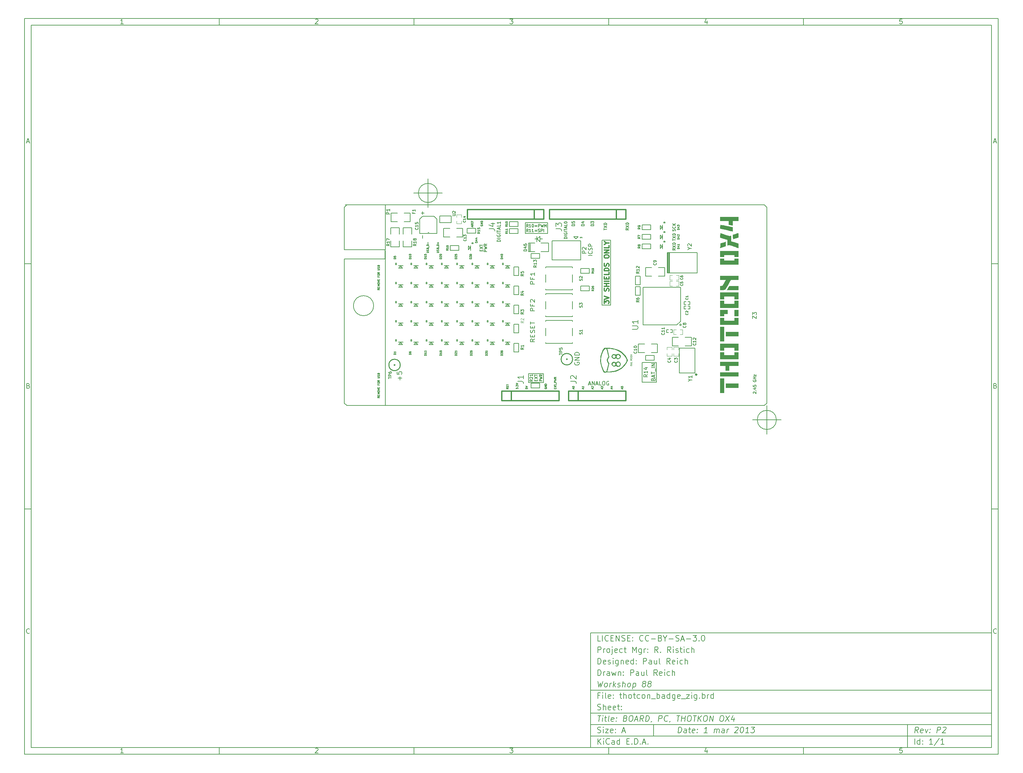
<source format=gto>
G04 (created by PCBNEW (2012-11-15 BZR 3804)-stable) date Fri 01 Mar 2013 04:47:19 CST*
%MOIN*%
G04 Gerber Fmt 3.4, Leading zero omitted, Abs format*
%FSLAX34Y34*%
G01*
G70*
G90*
G04 APERTURE LIST*
%ADD10C,0.006*%
%ADD11C,0.005*%
%ADD12C,0.012*%
%ADD13C,0.007*%
%ADD14C,0.00787402*%
%ADD15C,0.00590551*%
%ADD16C,0.01*%
%ADD17C,0.0079*%
%ADD18C,0.015*%
%ADD19C,0.011811*%
%ADD20C,0.0047*%
%ADD21C,0.008*%
%ADD22C,0.0001*%
%ADD23C,0.0026*%
%ADD24C,0.0045*%
%ADD25C,0.003*%
G04 APERTURE END LIST*
G54D10*
X-38750Y36250D02*
X63250Y36250D01*
X63250Y-40750D01*
X-38750Y-40750D01*
X-38750Y36250D01*
X-38050Y35550D02*
X62550Y35550D01*
X62550Y-40050D01*
X-38050Y-40050D01*
X-38050Y35550D01*
X-18350Y36250D02*
X-18350Y35550D01*
X-28407Y35697D02*
X-28692Y35697D01*
X-28550Y35697D02*
X-28550Y36197D01*
X-28597Y36126D01*
X-28645Y36078D01*
X-28692Y36054D01*
X-18350Y-40750D02*
X-18350Y-40050D01*
X-28407Y-40602D02*
X-28692Y-40602D01*
X-28550Y-40602D02*
X-28550Y-40102D01*
X-28597Y-40173D01*
X-28645Y-40221D01*
X-28692Y-40245D01*
X2050Y36250D02*
X2050Y35550D01*
X-8292Y36150D02*
X-8269Y36173D01*
X-8221Y36197D01*
X-8102Y36197D01*
X-8054Y36173D01*
X-8030Y36150D01*
X-8007Y36102D01*
X-8007Y36054D01*
X-8030Y35983D01*
X-8316Y35697D01*
X-8007Y35697D01*
X2050Y-40750D02*
X2050Y-40050D01*
X-8292Y-40150D02*
X-8269Y-40126D01*
X-8221Y-40102D01*
X-8102Y-40102D01*
X-8054Y-40126D01*
X-8030Y-40150D01*
X-8007Y-40197D01*
X-8007Y-40245D01*
X-8030Y-40316D01*
X-8316Y-40602D01*
X-8007Y-40602D01*
X22450Y36250D02*
X22450Y35550D01*
X12083Y36197D02*
X12392Y36197D01*
X12226Y36007D01*
X12297Y36007D01*
X12345Y35983D01*
X12369Y35959D01*
X12392Y35911D01*
X12392Y35792D01*
X12369Y35745D01*
X12345Y35721D01*
X12297Y35697D01*
X12154Y35697D01*
X12107Y35721D01*
X12083Y35745D01*
X22450Y-40750D02*
X22450Y-40050D01*
X12083Y-40102D02*
X12392Y-40102D01*
X12226Y-40292D01*
X12297Y-40292D01*
X12345Y-40316D01*
X12369Y-40340D01*
X12392Y-40388D01*
X12392Y-40507D01*
X12369Y-40554D01*
X12345Y-40578D01*
X12297Y-40602D01*
X12154Y-40602D01*
X12107Y-40578D01*
X12083Y-40554D01*
X42850Y36250D02*
X42850Y35550D01*
X32745Y36030D02*
X32745Y35697D01*
X32626Y36221D02*
X32507Y35864D01*
X32816Y35864D01*
X42850Y-40750D02*
X42850Y-40050D01*
X32745Y-40269D02*
X32745Y-40602D01*
X32626Y-40078D02*
X32507Y-40435D01*
X32816Y-40435D01*
X53169Y36197D02*
X52930Y36197D01*
X52907Y35959D01*
X52930Y35983D01*
X52978Y36007D01*
X53097Y36007D01*
X53145Y35983D01*
X53169Y35959D01*
X53192Y35911D01*
X53192Y35792D01*
X53169Y35745D01*
X53145Y35721D01*
X53097Y35697D01*
X52978Y35697D01*
X52930Y35721D01*
X52907Y35745D01*
X53169Y-40102D02*
X52930Y-40102D01*
X52907Y-40340D01*
X52930Y-40316D01*
X52978Y-40292D01*
X53097Y-40292D01*
X53145Y-40316D01*
X53169Y-40340D01*
X53192Y-40388D01*
X53192Y-40507D01*
X53169Y-40554D01*
X53145Y-40578D01*
X53097Y-40602D01*
X52978Y-40602D01*
X52930Y-40578D01*
X52907Y-40554D01*
X-38750Y10590D02*
X-38050Y10590D01*
X-38519Y23360D02*
X-38280Y23360D01*
X-38566Y23217D02*
X-38399Y23717D01*
X-38233Y23217D01*
X63250Y10590D02*
X62550Y10590D01*
X62780Y23360D02*
X63019Y23360D01*
X62733Y23217D02*
X62900Y23717D01*
X63066Y23217D01*
X-38750Y-15070D02*
X-38050Y-15070D01*
X-38364Y-2180D02*
X-38292Y-2204D01*
X-38269Y-2228D01*
X-38245Y-2275D01*
X-38245Y-2347D01*
X-38269Y-2394D01*
X-38292Y-2418D01*
X-38340Y-2442D01*
X-38530Y-2442D01*
X-38530Y-1942D01*
X-38364Y-1942D01*
X-38316Y-1966D01*
X-38292Y-1990D01*
X-38269Y-2037D01*
X-38269Y-2085D01*
X-38292Y-2132D01*
X-38316Y-2156D01*
X-38364Y-2180D01*
X-38530Y-2180D01*
X63250Y-15070D02*
X62550Y-15070D01*
X62935Y-2180D02*
X63007Y-2204D01*
X63030Y-2228D01*
X63054Y-2275D01*
X63054Y-2347D01*
X63030Y-2394D01*
X63007Y-2418D01*
X62959Y-2442D01*
X62769Y-2442D01*
X62769Y-1942D01*
X62935Y-1942D01*
X62983Y-1966D01*
X63007Y-1990D01*
X63030Y-2037D01*
X63030Y-2085D01*
X63007Y-2132D01*
X62983Y-2156D01*
X62935Y-2180D01*
X62769Y-2180D01*
X-38245Y-28054D02*
X-38269Y-28078D01*
X-38340Y-28102D01*
X-38388Y-28102D01*
X-38459Y-28078D01*
X-38507Y-28030D01*
X-38530Y-27983D01*
X-38554Y-27888D01*
X-38554Y-27816D01*
X-38530Y-27721D01*
X-38507Y-27673D01*
X-38459Y-27626D01*
X-38388Y-27602D01*
X-38340Y-27602D01*
X-38269Y-27626D01*
X-38245Y-27650D01*
X63054Y-28054D02*
X63030Y-28078D01*
X62959Y-28102D01*
X62911Y-28102D01*
X62840Y-28078D01*
X62792Y-28030D01*
X62769Y-27983D01*
X62745Y-27888D01*
X62745Y-27816D01*
X62769Y-27721D01*
X62792Y-27673D01*
X62840Y-27626D01*
X62911Y-27602D01*
X62959Y-27602D01*
X63030Y-27626D01*
X63054Y-27650D01*
X29700Y-38492D02*
X29775Y-37892D01*
X29917Y-37892D01*
X30000Y-37921D01*
X30050Y-37978D01*
X30071Y-38035D01*
X30085Y-38150D01*
X30075Y-38235D01*
X30032Y-38350D01*
X29996Y-38407D01*
X29932Y-38464D01*
X29842Y-38492D01*
X29700Y-38492D01*
X30557Y-38492D02*
X30596Y-38178D01*
X30575Y-38121D01*
X30521Y-38092D01*
X30407Y-38092D01*
X30346Y-38121D01*
X30560Y-38464D02*
X30500Y-38492D01*
X30357Y-38492D01*
X30303Y-38464D01*
X30282Y-38407D01*
X30289Y-38350D01*
X30325Y-38292D01*
X30385Y-38264D01*
X30528Y-38264D01*
X30589Y-38235D01*
X30807Y-38092D02*
X31035Y-38092D01*
X30917Y-37892D02*
X30853Y-38407D01*
X30875Y-38464D01*
X30928Y-38492D01*
X30985Y-38492D01*
X31417Y-38464D02*
X31357Y-38492D01*
X31242Y-38492D01*
X31189Y-38464D01*
X31167Y-38407D01*
X31196Y-38178D01*
X31232Y-38121D01*
X31292Y-38092D01*
X31407Y-38092D01*
X31460Y-38121D01*
X31482Y-38178D01*
X31475Y-38235D01*
X31182Y-38292D01*
X31707Y-38435D02*
X31732Y-38464D01*
X31700Y-38492D01*
X31675Y-38464D01*
X31707Y-38435D01*
X31700Y-38492D01*
X31746Y-38121D02*
X31771Y-38150D01*
X31739Y-38178D01*
X31714Y-38150D01*
X31746Y-38121D01*
X31739Y-38178D01*
X32757Y-38492D02*
X32414Y-38492D01*
X32585Y-38492D02*
X32660Y-37892D01*
X32592Y-37978D01*
X32528Y-38035D01*
X32467Y-38064D01*
X33471Y-38492D02*
X33521Y-38092D01*
X33514Y-38150D02*
X33546Y-38121D01*
X33607Y-38092D01*
X33692Y-38092D01*
X33746Y-38121D01*
X33767Y-38178D01*
X33728Y-38492D01*
X33767Y-38178D02*
X33803Y-38121D01*
X33864Y-38092D01*
X33950Y-38092D01*
X34003Y-38121D01*
X34025Y-38178D01*
X33985Y-38492D01*
X34528Y-38492D02*
X34567Y-38178D01*
X34546Y-38121D01*
X34492Y-38092D01*
X34378Y-38092D01*
X34317Y-38121D01*
X34532Y-38464D02*
X34471Y-38492D01*
X34328Y-38492D01*
X34275Y-38464D01*
X34253Y-38407D01*
X34260Y-38350D01*
X34296Y-38292D01*
X34357Y-38264D01*
X34500Y-38264D01*
X34560Y-38235D01*
X34814Y-38492D02*
X34864Y-38092D01*
X34850Y-38207D02*
X34885Y-38150D01*
X34917Y-38121D01*
X34978Y-38092D01*
X35035Y-38092D01*
X35682Y-37950D02*
X35714Y-37921D01*
X35775Y-37892D01*
X35917Y-37892D01*
X35971Y-37921D01*
X35996Y-37950D01*
X36017Y-38007D01*
X36010Y-38064D01*
X35971Y-38150D01*
X35585Y-38492D01*
X35957Y-38492D01*
X36403Y-37892D02*
X36460Y-37892D01*
X36514Y-37921D01*
X36539Y-37950D01*
X36560Y-38007D01*
X36575Y-38121D01*
X36557Y-38264D01*
X36514Y-38378D01*
X36478Y-38435D01*
X36446Y-38464D01*
X36385Y-38492D01*
X36328Y-38492D01*
X36275Y-38464D01*
X36250Y-38435D01*
X36228Y-38378D01*
X36214Y-38264D01*
X36232Y-38121D01*
X36275Y-38007D01*
X36310Y-37950D01*
X36342Y-37921D01*
X36403Y-37892D01*
X37100Y-38492D02*
X36757Y-38492D01*
X36928Y-38492D02*
X37003Y-37892D01*
X36935Y-37978D01*
X36871Y-38035D01*
X36810Y-38064D01*
X37375Y-37892D02*
X37746Y-37892D01*
X37517Y-38121D01*
X37603Y-38121D01*
X37657Y-38150D01*
X37682Y-38178D01*
X37703Y-38235D01*
X37685Y-38378D01*
X37650Y-38435D01*
X37617Y-38464D01*
X37557Y-38492D01*
X37385Y-38492D01*
X37332Y-38464D01*
X37307Y-38435D01*
X21292Y-39692D02*
X21292Y-39092D01*
X21635Y-39692D02*
X21378Y-39350D01*
X21635Y-39092D02*
X21292Y-39435D01*
X21892Y-39692D02*
X21892Y-39292D01*
X21892Y-39092D02*
X21864Y-39121D01*
X21892Y-39150D01*
X21921Y-39121D01*
X21892Y-39092D01*
X21892Y-39150D01*
X22521Y-39635D02*
X22492Y-39664D01*
X22407Y-39692D01*
X22350Y-39692D01*
X22264Y-39664D01*
X22207Y-39607D01*
X22178Y-39550D01*
X22150Y-39435D01*
X22150Y-39350D01*
X22178Y-39235D01*
X22207Y-39178D01*
X22264Y-39121D01*
X22350Y-39092D01*
X22407Y-39092D01*
X22492Y-39121D01*
X22521Y-39150D01*
X23035Y-39692D02*
X23035Y-39378D01*
X23007Y-39321D01*
X22950Y-39292D01*
X22835Y-39292D01*
X22778Y-39321D01*
X23035Y-39664D02*
X22978Y-39692D01*
X22835Y-39692D01*
X22778Y-39664D01*
X22750Y-39607D01*
X22750Y-39550D01*
X22778Y-39492D01*
X22835Y-39464D01*
X22978Y-39464D01*
X23035Y-39435D01*
X23578Y-39692D02*
X23578Y-39092D01*
X23578Y-39664D02*
X23521Y-39692D01*
X23407Y-39692D01*
X23350Y-39664D01*
X23321Y-39635D01*
X23292Y-39578D01*
X23292Y-39407D01*
X23321Y-39350D01*
X23350Y-39321D01*
X23407Y-39292D01*
X23521Y-39292D01*
X23578Y-39321D01*
X24321Y-39378D02*
X24521Y-39378D01*
X24607Y-39692D02*
X24321Y-39692D01*
X24321Y-39092D01*
X24607Y-39092D01*
X24864Y-39635D02*
X24892Y-39664D01*
X24864Y-39692D01*
X24835Y-39664D01*
X24864Y-39635D01*
X24864Y-39692D01*
X25149Y-39692D02*
X25149Y-39092D01*
X25292Y-39092D01*
X25378Y-39121D01*
X25435Y-39178D01*
X25464Y-39235D01*
X25492Y-39350D01*
X25492Y-39435D01*
X25464Y-39550D01*
X25435Y-39607D01*
X25378Y-39664D01*
X25292Y-39692D01*
X25149Y-39692D01*
X25749Y-39635D02*
X25778Y-39664D01*
X25749Y-39692D01*
X25721Y-39664D01*
X25749Y-39635D01*
X25749Y-39692D01*
X26007Y-39521D02*
X26292Y-39521D01*
X25949Y-39692D02*
X26149Y-39092D01*
X26349Y-39692D01*
X26549Y-39635D02*
X26578Y-39664D01*
X26549Y-39692D01*
X26521Y-39664D01*
X26549Y-39635D01*
X26549Y-39692D01*
X54842Y-38492D02*
X54678Y-38207D01*
X54500Y-38492D02*
X54575Y-37892D01*
X54803Y-37892D01*
X54857Y-37921D01*
X54882Y-37950D01*
X54903Y-38007D01*
X54892Y-38092D01*
X54857Y-38150D01*
X54825Y-38178D01*
X54764Y-38207D01*
X54535Y-38207D01*
X55332Y-38464D02*
X55271Y-38492D01*
X55157Y-38492D01*
X55103Y-38464D01*
X55082Y-38407D01*
X55110Y-38178D01*
X55146Y-38121D01*
X55207Y-38092D01*
X55321Y-38092D01*
X55375Y-38121D01*
X55396Y-38178D01*
X55389Y-38235D01*
X55096Y-38292D01*
X55607Y-38092D02*
X55700Y-38492D01*
X55892Y-38092D01*
X56078Y-38435D02*
X56103Y-38464D01*
X56071Y-38492D01*
X56046Y-38464D01*
X56078Y-38435D01*
X56071Y-38492D01*
X56117Y-38121D02*
X56142Y-38150D01*
X56110Y-38178D01*
X56085Y-38150D01*
X56117Y-38121D01*
X56110Y-38178D01*
X56814Y-38492D02*
X56889Y-37892D01*
X57117Y-37892D01*
X57171Y-37921D01*
X57196Y-37950D01*
X57217Y-38007D01*
X57207Y-38092D01*
X57171Y-38150D01*
X57139Y-38178D01*
X57078Y-38207D01*
X56850Y-38207D01*
X57453Y-37950D02*
X57485Y-37921D01*
X57546Y-37892D01*
X57689Y-37892D01*
X57742Y-37921D01*
X57767Y-37950D01*
X57789Y-38007D01*
X57782Y-38064D01*
X57742Y-38150D01*
X57357Y-38492D01*
X57728Y-38492D01*
X21264Y-38464D02*
X21350Y-38492D01*
X21492Y-38492D01*
X21550Y-38464D01*
X21578Y-38435D01*
X21607Y-38378D01*
X21607Y-38321D01*
X21578Y-38264D01*
X21550Y-38235D01*
X21492Y-38207D01*
X21378Y-38178D01*
X21321Y-38150D01*
X21292Y-38121D01*
X21264Y-38064D01*
X21264Y-38007D01*
X21292Y-37950D01*
X21321Y-37921D01*
X21378Y-37892D01*
X21521Y-37892D01*
X21607Y-37921D01*
X21864Y-38492D02*
X21864Y-38092D01*
X21864Y-37892D02*
X21835Y-37921D01*
X21864Y-37950D01*
X21892Y-37921D01*
X21864Y-37892D01*
X21864Y-37950D01*
X22092Y-38092D02*
X22407Y-38092D01*
X22092Y-38492D01*
X22407Y-38492D01*
X22864Y-38464D02*
X22807Y-38492D01*
X22692Y-38492D01*
X22635Y-38464D01*
X22607Y-38407D01*
X22607Y-38178D01*
X22635Y-38121D01*
X22692Y-38092D01*
X22807Y-38092D01*
X22864Y-38121D01*
X22892Y-38178D01*
X22892Y-38235D01*
X22607Y-38292D01*
X23150Y-38435D02*
X23178Y-38464D01*
X23150Y-38492D01*
X23121Y-38464D01*
X23150Y-38435D01*
X23150Y-38492D01*
X23150Y-38121D02*
X23178Y-38150D01*
X23150Y-38178D01*
X23121Y-38150D01*
X23150Y-38121D01*
X23150Y-38178D01*
X23864Y-38321D02*
X24150Y-38321D01*
X23807Y-38492D02*
X24007Y-37892D01*
X24207Y-38492D01*
X54492Y-39692D02*
X54492Y-39092D01*
X55035Y-39692D02*
X55035Y-39092D01*
X55035Y-39664D02*
X54978Y-39692D01*
X54864Y-39692D01*
X54807Y-39664D01*
X54778Y-39635D01*
X54750Y-39578D01*
X54750Y-39407D01*
X54778Y-39350D01*
X54807Y-39321D01*
X54864Y-39292D01*
X54978Y-39292D01*
X55035Y-39321D01*
X55321Y-39635D02*
X55350Y-39664D01*
X55321Y-39692D01*
X55292Y-39664D01*
X55321Y-39635D01*
X55321Y-39692D01*
X55321Y-39321D02*
X55350Y-39350D01*
X55321Y-39378D01*
X55292Y-39350D01*
X55321Y-39321D01*
X55321Y-39378D01*
X56378Y-39692D02*
X56035Y-39692D01*
X56207Y-39692D02*
X56207Y-39092D01*
X56149Y-39178D01*
X56092Y-39235D01*
X56035Y-39264D01*
X57064Y-39064D02*
X56550Y-39835D01*
X57578Y-39692D02*
X57235Y-39692D01*
X57407Y-39692D02*
X57407Y-39092D01*
X57349Y-39178D01*
X57292Y-39235D01*
X57235Y-39264D01*
X21289Y-36692D02*
X21632Y-36692D01*
X21385Y-37292D02*
X21460Y-36692D01*
X21757Y-37292D02*
X21807Y-36892D01*
X21832Y-36692D02*
X21800Y-36721D01*
X21825Y-36750D01*
X21857Y-36721D01*
X21832Y-36692D01*
X21825Y-36750D01*
X22007Y-36892D02*
X22235Y-36892D01*
X22117Y-36692D02*
X22053Y-37207D01*
X22075Y-37264D01*
X22128Y-37292D01*
X22185Y-37292D01*
X22471Y-37292D02*
X22417Y-37264D01*
X22396Y-37207D01*
X22460Y-36692D01*
X22932Y-37264D02*
X22871Y-37292D01*
X22757Y-37292D01*
X22703Y-37264D01*
X22682Y-37207D01*
X22710Y-36978D01*
X22746Y-36921D01*
X22807Y-36892D01*
X22921Y-36892D01*
X22975Y-36921D01*
X22996Y-36978D01*
X22989Y-37035D01*
X22696Y-37092D01*
X23221Y-37235D02*
X23246Y-37264D01*
X23214Y-37292D01*
X23189Y-37264D01*
X23221Y-37235D01*
X23214Y-37292D01*
X23260Y-36921D02*
X23285Y-36950D01*
X23253Y-36978D01*
X23228Y-36950D01*
X23260Y-36921D01*
X23253Y-36978D01*
X24196Y-36978D02*
X24278Y-37007D01*
X24303Y-37035D01*
X24325Y-37092D01*
X24314Y-37178D01*
X24278Y-37235D01*
X24246Y-37264D01*
X24185Y-37292D01*
X23957Y-37292D01*
X24032Y-36692D01*
X24232Y-36692D01*
X24285Y-36721D01*
X24310Y-36750D01*
X24332Y-36807D01*
X24325Y-36864D01*
X24289Y-36921D01*
X24257Y-36950D01*
X24196Y-36978D01*
X23996Y-36978D01*
X24746Y-36692D02*
X24860Y-36692D01*
X24914Y-36721D01*
X24964Y-36778D01*
X24978Y-36892D01*
X24953Y-37092D01*
X24910Y-37207D01*
X24846Y-37264D01*
X24785Y-37292D01*
X24671Y-37292D01*
X24617Y-37264D01*
X24567Y-37207D01*
X24553Y-37092D01*
X24578Y-36892D01*
X24621Y-36778D01*
X24685Y-36721D01*
X24746Y-36692D01*
X25178Y-37121D02*
X25464Y-37121D01*
X25100Y-37292D02*
X25375Y-36692D01*
X25500Y-37292D01*
X26042Y-37292D02*
X25878Y-37007D01*
X25700Y-37292D02*
X25775Y-36692D01*
X26003Y-36692D01*
X26057Y-36721D01*
X26082Y-36750D01*
X26103Y-36807D01*
X26092Y-36892D01*
X26057Y-36950D01*
X26025Y-36978D01*
X25964Y-37007D01*
X25735Y-37007D01*
X26300Y-37292D02*
X26375Y-36692D01*
X26517Y-36692D01*
X26600Y-36721D01*
X26650Y-36778D01*
X26671Y-36835D01*
X26685Y-36950D01*
X26675Y-37035D01*
X26632Y-37150D01*
X26596Y-37207D01*
X26532Y-37264D01*
X26442Y-37292D01*
X26300Y-37292D01*
X26932Y-37264D02*
X26928Y-37292D01*
X26892Y-37350D01*
X26860Y-37378D01*
X27642Y-37292D02*
X27717Y-36692D01*
X27946Y-36692D01*
X27999Y-36721D01*
X28025Y-36750D01*
X28046Y-36807D01*
X28035Y-36892D01*
X28000Y-36950D01*
X27967Y-36978D01*
X27907Y-37007D01*
X27678Y-37007D01*
X28592Y-37235D02*
X28560Y-37264D01*
X28471Y-37292D01*
X28414Y-37292D01*
X28332Y-37264D01*
X28282Y-37207D01*
X28260Y-37150D01*
X28246Y-37035D01*
X28257Y-36950D01*
X28300Y-36835D01*
X28335Y-36778D01*
X28399Y-36721D01*
X28489Y-36692D01*
X28546Y-36692D01*
X28628Y-36721D01*
X28653Y-36750D01*
X28875Y-37264D02*
X28871Y-37292D01*
X28835Y-37350D01*
X28803Y-37378D01*
X29575Y-36692D02*
X29917Y-36692D01*
X29671Y-37292D02*
X29746Y-36692D01*
X30042Y-37292D02*
X30117Y-36692D01*
X30082Y-36978D02*
X30425Y-36978D01*
X30385Y-37292D02*
X30460Y-36692D01*
X30860Y-36692D02*
X30975Y-36692D01*
X31028Y-36721D01*
X31078Y-36778D01*
X31092Y-36892D01*
X31067Y-37092D01*
X31024Y-37207D01*
X30960Y-37264D01*
X30900Y-37292D01*
X30785Y-37292D01*
X30732Y-37264D01*
X30682Y-37207D01*
X30667Y-37092D01*
X30692Y-36892D01*
X30735Y-36778D01*
X30799Y-36721D01*
X30860Y-36692D01*
X31289Y-36692D02*
X31632Y-36692D01*
X31385Y-37292D02*
X31460Y-36692D01*
X31757Y-37292D02*
X31832Y-36692D01*
X32099Y-37292D02*
X31885Y-36950D01*
X32174Y-36692D02*
X31789Y-37035D01*
X32546Y-36692D02*
X32660Y-36692D01*
X32714Y-36721D01*
X32764Y-36778D01*
X32778Y-36892D01*
X32753Y-37092D01*
X32710Y-37207D01*
X32646Y-37264D01*
X32585Y-37292D01*
X32471Y-37292D01*
X32417Y-37264D01*
X32367Y-37207D01*
X32353Y-37092D01*
X32378Y-36892D01*
X32421Y-36778D01*
X32485Y-36721D01*
X32546Y-36692D01*
X32985Y-37292D02*
X33060Y-36692D01*
X33328Y-37292D01*
X33403Y-36692D01*
X34260Y-36692D02*
X34374Y-36692D01*
X34428Y-36721D01*
X34478Y-36778D01*
X34492Y-36892D01*
X34467Y-37092D01*
X34424Y-37207D01*
X34360Y-37264D01*
X34299Y-37292D01*
X34185Y-37292D01*
X34132Y-37264D01*
X34082Y-37207D01*
X34067Y-37092D01*
X34092Y-36892D01*
X34135Y-36778D01*
X34199Y-36721D01*
X34260Y-36692D01*
X34717Y-36692D02*
X35042Y-37292D01*
X35117Y-36692D02*
X34642Y-37292D01*
X35578Y-36892D02*
X35528Y-37292D01*
X35464Y-36664D02*
X35267Y-37092D01*
X35639Y-37092D01*
X21492Y-34578D02*
X21292Y-34578D01*
X21292Y-34892D02*
X21292Y-34292D01*
X21578Y-34292D01*
X21807Y-34892D02*
X21807Y-34492D01*
X21807Y-34292D02*
X21778Y-34321D01*
X21807Y-34350D01*
X21835Y-34321D01*
X21807Y-34292D01*
X21807Y-34350D01*
X22178Y-34892D02*
X22121Y-34864D01*
X22092Y-34807D01*
X22092Y-34292D01*
X22635Y-34864D02*
X22578Y-34892D01*
X22464Y-34892D01*
X22407Y-34864D01*
X22378Y-34807D01*
X22378Y-34578D01*
X22407Y-34521D01*
X22464Y-34492D01*
X22578Y-34492D01*
X22635Y-34521D01*
X22664Y-34578D01*
X22664Y-34635D01*
X22378Y-34692D01*
X22921Y-34835D02*
X22950Y-34864D01*
X22921Y-34892D01*
X22892Y-34864D01*
X22921Y-34835D01*
X22921Y-34892D01*
X22921Y-34521D02*
X22950Y-34550D01*
X22921Y-34578D01*
X22892Y-34550D01*
X22921Y-34521D01*
X22921Y-34578D01*
X23578Y-34492D02*
X23807Y-34492D01*
X23664Y-34292D02*
X23664Y-34807D01*
X23692Y-34864D01*
X23750Y-34892D01*
X23807Y-34892D01*
X24007Y-34892D02*
X24007Y-34292D01*
X24264Y-34892D02*
X24264Y-34578D01*
X24235Y-34521D01*
X24178Y-34492D01*
X24092Y-34492D01*
X24035Y-34521D01*
X24007Y-34550D01*
X24635Y-34892D02*
X24578Y-34864D01*
X24550Y-34835D01*
X24521Y-34778D01*
X24521Y-34607D01*
X24550Y-34550D01*
X24578Y-34521D01*
X24635Y-34492D01*
X24721Y-34492D01*
X24778Y-34521D01*
X24807Y-34550D01*
X24835Y-34607D01*
X24835Y-34778D01*
X24807Y-34835D01*
X24778Y-34864D01*
X24721Y-34892D01*
X24635Y-34892D01*
X25007Y-34492D02*
X25235Y-34492D01*
X25092Y-34292D02*
X25092Y-34807D01*
X25121Y-34864D01*
X25178Y-34892D01*
X25235Y-34892D01*
X25692Y-34864D02*
X25635Y-34892D01*
X25521Y-34892D01*
X25464Y-34864D01*
X25435Y-34835D01*
X25407Y-34778D01*
X25407Y-34607D01*
X25435Y-34550D01*
X25464Y-34521D01*
X25521Y-34492D01*
X25635Y-34492D01*
X25692Y-34521D01*
X26035Y-34892D02*
X25978Y-34864D01*
X25950Y-34835D01*
X25921Y-34778D01*
X25921Y-34607D01*
X25950Y-34550D01*
X25978Y-34521D01*
X26035Y-34492D01*
X26121Y-34492D01*
X26178Y-34521D01*
X26207Y-34550D01*
X26235Y-34607D01*
X26235Y-34778D01*
X26207Y-34835D01*
X26178Y-34864D01*
X26121Y-34892D01*
X26035Y-34892D01*
X26492Y-34492D02*
X26492Y-34892D01*
X26492Y-34550D02*
X26521Y-34521D01*
X26578Y-34492D01*
X26664Y-34492D01*
X26721Y-34521D01*
X26750Y-34578D01*
X26750Y-34892D01*
X26892Y-34950D02*
X27350Y-34950D01*
X27492Y-34892D02*
X27492Y-34292D01*
X27492Y-34521D02*
X27550Y-34492D01*
X27664Y-34492D01*
X27721Y-34521D01*
X27750Y-34550D01*
X27778Y-34607D01*
X27778Y-34778D01*
X27750Y-34835D01*
X27721Y-34864D01*
X27664Y-34892D01*
X27550Y-34892D01*
X27492Y-34864D01*
X28292Y-34892D02*
X28292Y-34578D01*
X28264Y-34521D01*
X28207Y-34492D01*
X28092Y-34492D01*
X28035Y-34521D01*
X28292Y-34864D02*
X28235Y-34892D01*
X28092Y-34892D01*
X28035Y-34864D01*
X28007Y-34807D01*
X28007Y-34750D01*
X28035Y-34692D01*
X28092Y-34664D01*
X28235Y-34664D01*
X28292Y-34635D01*
X28835Y-34892D02*
X28835Y-34292D01*
X28835Y-34864D02*
X28778Y-34892D01*
X28664Y-34892D01*
X28607Y-34864D01*
X28578Y-34835D01*
X28550Y-34778D01*
X28550Y-34607D01*
X28578Y-34550D01*
X28607Y-34521D01*
X28664Y-34492D01*
X28778Y-34492D01*
X28835Y-34521D01*
X29378Y-34492D02*
X29378Y-34978D01*
X29350Y-35035D01*
X29321Y-35064D01*
X29264Y-35092D01*
X29178Y-35092D01*
X29121Y-35064D01*
X29378Y-34864D02*
X29321Y-34892D01*
X29207Y-34892D01*
X29150Y-34864D01*
X29121Y-34835D01*
X29092Y-34778D01*
X29092Y-34607D01*
X29121Y-34550D01*
X29150Y-34521D01*
X29207Y-34492D01*
X29321Y-34492D01*
X29378Y-34521D01*
X29892Y-34864D02*
X29835Y-34892D01*
X29721Y-34892D01*
X29664Y-34864D01*
X29635Y-34807D01*
X29635Y-34578D01*
X29664Y-34521D01*
X29721Y-34492D01*
X29835Y-34492D01*
X29892Y-34521D01*
X29921Y-34578D01*
X29921Y-34635D01*
X29635Y-34692D01*
X30035Y-34950D02*
X30492Y-34950D01*
X30578Y-34492D02*
X30892Y-34492D01*
X30578Y-34892D01*
X30892Y-34892D01*
X31121Y-34892D02*
X31121Y-34492D01*
X31121Y-34292D02*
X31092Y-34321D01*
X31121Y-34350D01*
X31150Y-34321D01*
X31121Y-34292D01*
X31121Y-34350D01*
X31664Y-34492D02*
X31664Y-34978D01*
X31635Y-35035D01*
X31607Y-35064D01*
X31549Y-35092D01*
X31464Y-35092D01*
X31407Y-35064D01*
X31664Y-34864D02*
X31607Y-34892D01*
X31492Y-34892D01*
X31435Y-34864D01*
X31407Y-34835D01*
X31378Y-34778D01*
X31378Y-34607D01*
X31407Y-34550D01*
X31435Y-34521D01*
X31492Y-34492D01*
X31607Y-34492D01*
X31664Y-34521D01*
X31949Y-34835D02*
X31978Y-34864D01*
X31949Y-34892D01*
X31921Y-34864D01*
X31949Y-34835D01*
X31949Y-34892D01*
X32235Y-34892D02*
X32235Y-34292D01*
X32235Y-34521D02*
X32292Y-34492D01*
X32407Y-34492D01*
X32464Y-34521D01*
X32492Y-34550D01*
X32521Y-34607D01*
X32521Y-34778D01*
X32492Y-34835D01*
X32464Y-34864D01*
X32407Y-34892D01*
X32292Y-34892D01*
X32235Y-34864D01*
X32778Y-34892D02*
X32778Y-34492D01*
X32778Y-34607D02*
X32807Y-34550D01*
X32835Y-34521D01*
X32892Y-34492D01*
X32949Y-34492D01*
X33407Y-34892D02*
X33407Y-34292D01*
X33407Y-34864D02*
X33349Y-34892D01*
X33235Y-34892D01*
X33178Y-34864D01*
X33149Y-34835D01*
X33121Y-34778D01*
X33121Y-34607D01*
X33149Y-34550D01*
X33178Y-34521D01*
X33235Y-34492D01*
X33349Y-34492D01*
X33407Y-34521D01*
X21264Y-36064D02*
X21350Y-36092D01*
X21492Y-36092D01*
X21550Y-36064D01*
X21578Y-36035D01*
X21607Y-35978D01*
X21607Y-35921D01*
X21578Y-35864D01*
X21550Y-35835D01*
X21492Y-35807D01*
X21378Y-35778D01*
X21321Y-35750D01*
X21292Y-35721D01*
X21264Y-35664D01*
X21264Y-35607D01*
X21292Y-35550D01*
X21321Y-35521D01*
X21378Y-35492D01*
X21521Y-35492D01*
X21607Y-35521D01*
X21864Y-36092D02*
X21864Y-35492D01*
X22121Y-36092D02*
X22121Y-35778D01*
X22092Y-35721D01*
X22035Y-35692D01*
X21950Y-35692D01*
X21892Y-35721D01*
X21864Y-35750D01*
X22635Y-36064D02*
X22578Y-36092D01*
X22464Y-36092D01*
X22407Y-36064D01*
X22378Y-36007D01*
X22378Y-35778D01*
X22407Y-35721D01*
X22464Y-35692D01*
X22578Y-35692D01*
X22635Y-35721D01*
X22664Y-35778D01*
X22664Y-35835D01*
X22378Y-35892D01*
X23150Y-36064D02*
X23092Y-36092D01*
X22978Y-36092D01*
X22921Y-36064D01*
X22892Y-36007D01*
X22892Y-35778D01*
X22921Y-35721D01*
X22978Y-35692D01*
X23092Y-35692D01*
X23150Y-35721D01*
X23178Y-35778D01*
X23178Y-35835D01*
X22892Y-35892D01*
X23350Y-35692D02*
X23578Y-35692D01*
X23435Y-35492D02*
X23435Y-36007D01*
X23464Y-36064D01*
X23521Y-36092D01*
X23578Y-36092D01*
X23778Y-36035D02*
X23807Y-36064D01*
X23778Y-36092D01*
X23750Y-36064D01*
X23778Y-36035D01*
X23778Y-36092D01*
X23778Y-35721D02*
X23807Y-35750D01*
X23778Y-35778D01*
X23750Y-35750D01*
X23778Y-35721D01*
X23778Y-35778D01*
X21317Y-33092D02*
X21385Y-33692D01*
X21553Y-33264D01*
X21614Y-33692D01*
X21832Y-33092D01*
X22071Y-33692D02*
X22017Y-33664D01*
X21992Y-33635D01*
X21971Y-33578D01*
X21992Y-33407D01*
X22028Y-33350D01*
X22060Y-33321D01*
X22121Y-33292D01*
X22207Y-33292D01*
X22260Y-33321D01*
X22285Y-33350D01*
X22307Y-33407D01*
X22285Y-33578D01*
X22250Y-33635D01*
X22217Y-33664D01*
X22157Y-33692D01*
X22071Y-33692D01*
X22528Y-33692D02*
X22578Y-33292D01*
X22564Y-33407D02*
X22600Y-33350D01*
X22632Y-33321D01*
X22692Y-33292D01*
X22750Y-33292D01*
X22900Y-33692D02*
X22975Y-33092D01*
X22985Y-33464D02*
X23128Y-33692D01*
X23178Y-33292D02*
X22921Y-33521D01*
X23360Y-33664D02*
X23414Y-33692D01*
X23528Y-33692D01*
X23589Y-33664D01*
X23625Y-33607D01*
X23628Y-33578D01*
X23607Y-33521D01*
X23553Y-33492D01*
X23467Y-33492D01*
X23414Y-33464D01*
X23392Y-33407D01*
X23396Y-33378D01*
X23432Y-33321D01*
X23492Y-33292D01*
X23578Y-33292D01*
X23632Y-33321D01*
X23871Y-33692D02*
X23946Y-33092D01*
X24128Y-33692D02*
X24167Y-33378D01*
X24146Y-33321D01*
X24092Y-33292D01*
X24007Y-33292D01*
X23946Y-33321D01*
X23914Y-33350D01*
X24499Y-33692D02*
X24446Y-33664D01*
X24421Y-33635D01*
X24400Y-33578D01*
X24421Y-33407D01*
X24457Y-33350D01*
X24489Y-33321D01*
X24549Y-33292D01*
X24635Y-33292D01*
X24689Y-33321D01*
X24714Y-33350D01*
X24735Y-33407D01*
X24714Y-33578D01*
X24678Y-33635D01*
X24646Y-33664D01*
X24585Y-33692D01*
X24499Y-33692D01*
X25007Y-33292D02*
X24932Y-33892D01*
X25003Y-33321D02*
X25064Y-33292D01*
X25178Y-33292D01*
X25232Y-33321D01*
X25257Y-33350D01*
X25278Y-33407D01*
X25257Y-33578D01*
X25221Y-33635D01*
X25189Y-33664D01*
X25128Y-33692D01*
X25014Y-33692D01*
X24960Y-33664D01*
X26085Y-33350D02*
X26032Y-33321D01*
X26007Y-33292D01*
X25985Y-33235D01*
X25989Y-33207D01*
X26024Y-33150D01*
X26057Y-33121D01*
X26117Y-33092D01*
X26232Y-33092D01*
X26285Y-33121D01*
X26310Y-33150D01*
X26332Y-33207D01*
X26328Y-33235D01*
X26292Y-33292D01*
X26260Y-33321D01*
X26199Y-33350D01*
X26085Y-33350D01*
X26025Y-33378D01*
X25992Y-33407D01*
X25957Y-33464D01*
X25942Y-33578D01*
X25964Y-33635D01*
X25989Y-33664D01*
X26042Y-33692D01*
X26157Y-33692D01*
X26217Y-33664D01*
X26249Y-33635D01*
X26285Y-33578D01*
X26299Y-33464D01*
X26278Y-33407D01*
X26253Y-33378D01*
X26199Y-33350D01*
X26657Y-33350D02*
X26603Y-33321D01*
X26578Y-33292D01*
X26557Y-33235D01*
X26560Y-33207D01*
X26596Y-33150D01*
X26628Y-33121D01*
X26689Y-33092D01*
X26803Y-33092D01*
X26857Y-33121D01*
X26882Y-33150D01*
X26903Y-33207D01*
X26900Y-33235D01*
X26864Y-33292D01*
X26832Y-33321D01*
X26771Y-33350D01*
X26657Y-33350D01*
X26596Y-33378D01*
X26564Y-33407D01*
X26528Y-33464D01*
X26514Y-33578D01*
X26535Y-33635D01*
X26560Y-33664D01*
X26614Y-33692D01*
X26728Y-33692D01*
X26789Y-33664D01*
X26821Y-33635D01*
X26857Y-33578D01*
X26871Y-33464D01*
X26849Y-33407D01*
X26825Y-33378D01*
X26771Y-33350D01*
X21292Y-32492D02*
X21292Y-31892D01*
X21435Y-31892D01*
X21521Y-31921D01*
X21578Y-31978D01*
X21607Y-32035D01*
X21635Y-32150D01*
X21635Y-32235D01*
X21607Y-32350D01*
X21578Y-32407D01*
X21521Y-32464D01*
X21435Y-32492D01*
X21292Y-32492D01*
X21892Y-32492D02*
X21892Y-32092D01*
X21892Y-32207D02*
X21921Y-32150D01*
X21950Y-32121D01*
X22007Y-32092D01*
X22064Y-32092D01*
X22521Y-32492D02*
X22521Y-32178D01*
X22492Y-32121D01*
X22435Y-32092D01*
X22321Y-32092D01*
X22264Y-32121D01*
X22521Y-32464D02*
X22464Y-32492D01*
X22321Y-32492D01*
X22264Y-32464D01*
X22235Y-32407D01*
X22235Y-32350D01*
X22264Y-32292D01*
X22321Y-32264D01*
X22464Y-32264D01*
X22521Y-32235D01*
X22750Y-32092D02*
X22864Y-32492D01*
X22978Y-32207D01*
X23092Y-32492D01*
X23207Y-32092D01*
X23435Y-32092D02*
X23435Y-32492D01*
X23435Y-32150D02*
X23464Y-32121D01*
X23521Y-32092D01*
X23607Y-32092D01*
X23664Y-32121D01*
X23692Y-32178D01*
X23692Y-32492D01*
X23978Y-32435D02*
X24007Y-32464D01*
X23978Y-32492D01*
X23950Y-32464D01*
X23978Y-32435D01*
X23978Y-32492D01*
X23978Y-32121D02*
X24007Y-32150D01*
X23978Y-32178D01*
X23950Y-32150D01*
X23978Y-32121D01*
X23978Y-32178D01*
X24721Y-32492D02*
X24721Y-31892D01*
X24950Y-31892D01*
X25007Y-31921D01*
X25035Y-31950D01*
X25064Y-32007D01*
X25064Y-32092D01*
X25035Y-32150D01*
X25007Y-32178D01*
X24950Y-32207D01*
X24721Y-32207D01*
X25578Y-32492D02*
X25578Y-32178D01*
X25550Y-32121D01*
X25492Y-32092D01*
X25378Y-32092D01*
X25321Y-32121D01*
X25578Y-32464D02*
X25521Y-32492D01*
X25378Y-32492D01*
X25321Y-32464D01*
X25292Y-32407D01*
X25292Y-32350D01*
X25321Y-32292D01*
X25378Y-32264D01*
X25521Y-32264D01*
X25578Y-32235D01*
X26121Y-32092D02*
X26121Y-32492D01*
X25864Y-32092D02*
X25864Y-32407D01*
X25892Y-32464D01*
X25949Y-32492D01*
X26035Y-32492D01*
X26092Y-32464D01*
X26121Y-32435D01*
X26492Y-32492D02*
X26435Y-32464D01*
X26407Y-32407D01*
X26407Y-31892D01*
X27521Y-32492D02*
X27321Y-32207D01*
X27178Y-32492D02*
X27178Y-31892D01*
X27407Y-31892D01*
X27464Y-31921D01*
X27492Y-31950D01*
X27521Y-32007D01*
X27521Y-32092D01*
X27492Y-32150D01*
X27464Y-32178D01*
X27407Y-32207D01*
X27178Y-32207D01*
X28007Y-32464D02*
X27950Y-32492D01*
X27835Y-32492D01*
X27778Y-32464D01*
X27750Y-32407D01*
X27750Y-32178D01*
X27778Y-32121D01*
X27835Y-32092D01*
X27950Y-32092D01*
X28007Y-32121D01*
X28035Y-32178D01*
X28035Y-32235D01*
X27750Y-32292D01*
X28292Y-32492D02*
X28292Y-32092D01*
X28292Y-31892D02*
X28264Y-31921D01*
X28292Y-31950D01*
X28321Y-31921D01*
X28292Y-31892D01*
X28292Y-31950D01*
X28835Y-32464D02*
X28778Y-32492D01*
X28664Y-32492D01*
X28607Y-32464D01*
X28578Y-32435D01*
X28550Y-32378D01*
X28550Y-32207D01*
X28578Y-32150D01*
X28607Y-32121D01*
X28664Y-32092D01*
X28778Y-32092D01*
X28835Y-32121D01*
X29092Y-32492D02*
X29092Y-31892D01*
X29350Y-32492D02*
X29350Y-32178D01*
X29321Y-32121D01*
X29264Y-32092D01*
X29178Y-32092D01*
X29121Y-32121D01*
X29092Y-32150D01*
X21292Y-31292D02*
X21292Y-30692D01*
X21435Y-30692D01*
X21521Y-30721D01*
X21578Y-30778D01*
X21607Y-30835D01*
X21635Y-30950D01*
X21635Y-31035D01*
X21607Y-31150D01*
X21578Y-31207D01*
X21521Y-31264D01*
X21435Y-31292D01*
X21292Y-31292D01*
X22121Y-31264D02*
X22064Y-31292D01*
X21950Y-31292D01*
X21892Y-31264D01*
X21864Y-31207D01*
X21864Y-30978D01*
X21892Y-30921D01*
X21950Y-30892D01*
X22064Y-30892D01*
X22121Y-30921D01*
X22150Y-30978D01*
X22150Y-31035D01*
X21864Y-31092D01*
X22378Y-31264D02*
X22435Y-31292D01*
X22550Y-31292D01*
X22607Y-31264D01*
X22635Y-31207D01*
X22635Y-31178D01*
X22607Y-31121D01*
X22550Y-31092D01*
X22464Y-31092D01*
X22407Y-31064D01*
X22378Y-31007D01*
X22378Y-30978D01*
X22407Y-30921D01*
X22464Y-30892D01*
X22550Y-30892D01*
X22607Y-30921D01*
X22892Y-31292D02*
X22892Y-30892D01*
X22892Y-30692D02*
X22864Y-30721D01*
X22892Y-30750D01*
X22921Y-30721D01*
X22892Y-30692D01*
X22892Y-30750D01*
X23435Y-30892D02*
X23435Y-31378D01*
X23407Y-31435D01*
X23378Y-31464D01*
X23321Y-31492D01*
X23235Y-31492D01*
X23178Y-31464D01*
X23435Y-31264D02*
X23378Y-31292D01*
X23264Y-31292D01*
X23207Y-31264D01*
X23178Y-31235D01*
X23150Y-31178D01*
X23150Y-31007D01*
X23178Y-30950D01*
X23207Y-30921D01*
X23264Y-30892D01*
X23378Y-30892D01*
X23435Y-30921D01*
X23721Y-30892D02*
X23721Y-31292D01*
X23721Y-30950D02*
X23750Y-30921D01*
X23807Y-30892D01*
X23892Y-30892D01*
X23950Y-30921D01*
X23978Y-30978D01*
X23978Y-31292D01*
X24492Y-31264D02*
X24435Y-31292D01*
X24321Y-31292D01*
X24264Y-31264D01*
X24235Y-31207D01*
X24235Y-30978D01*
X24264Y-30921D01*
X24321Y-30892D01*
X24435Y-30892D01*
X24492Y-30921D01*
X24521Y-30978D01*
X24521Y-31035D01*
X24235Y-31092D01*
X25035Y-31292D02*
X25035Y-30692D01*
X25035Y-31264D02*
X24978Y-31292D01*
X24864Y-31292D01*
X24807Y-31264D01*
X24778Y-31235D01*
X24750Y-31178D01*
X24750Y-31007D01*
X24778Y-30950D01*
X24807Y-30921D01*
X24864Y-30892D01*
X24978Y-30892D01*
X25035Y-30921D01*
X25321Y-31235D02*
X25350Y-31264D01*
X25321Y-31292D01*
X25292Y-31264D01*
X25321Y-31235D01*
X25321Y-31292D01*
X25321Y-30921D02*
X25350Y-30950D01*
X25321Y-30978D01*
X25292Y-30950D01*
X25321Y-30921D01*
X25321Y-30978D01*
X26064Y-31292D02*
X26064Y-30692D01*
X26292Y-30692D01*
X26349Y-30721D01*
X26378Y-30750D01*
X26407Y-30807D01*
X26407Y-30892D01*
X26378Y-30950D01*
X26349Y-30978D01*
X26292Y-31007D01*
X26064Y-31007D01*
X26921Y-31292D02*
X26921Y-30978D01*
X26892Y-30921D01*
X26835Y-30892D01*
X26721Y-30892D01*
X26664Y-30921D01*
X26921Y-31264D02*
X26864Y-31292D01*
X26721Y-31292D01*
X26664Y-31264D01*
X26635Y-31207D01*
X26635Y-31150D01*
X26664Y-31092D01*
X26721Y-31064D01*
X26864Y-31064D01*
X26921Y-31035D01*
X27464Y-30892D02*
X27464Y-31292D01*
X27207Y-30892D02*
X27207Y-31207D01*
X27235Y-31264D01*
X27292Y-31292D01*
X27378Y-31292D01*
X27435Y-31264D01*
X27464Y-31235D01*
X27835Y-31292D02*
X27778Y-31264D01*
X27749Y-31207D01*
X27749Y-30692D01*
X28864Y-31292D02*
X28664Y-31007D01*
X28521Y-31292D02*
X28521Y-30692D01*
X28750Y-30692D01*
X28807Y-30721D01*
X28835Y-30750D01*
X28864Y-30807D01*
X28864Y-30892D01*
X28835Y-30950D01*
X28807Y-30978D01*
X28750Y-31007D01*
X28521Y-31007D01*
X29350Y-31264D02*
X29292Y-31292D01*
X29178Y-31292D01*
X29121Y-31264D01*
X29092Y-31207D01*
X29092Y-30978D01*
X29121Y-30921D01*
X29178Y-30892D01*
X29292Y-30892D01*
X29350Y-30921D01*
X29378Y-30978D01*
X29378Y-31035D01*
X29092Y-31092D01*
X29635Y-31292D02*
X29635Y-30892D01*
X29635Y-30692D02*
X29607Y-30721D01*
X29635Y-30750D01*
X29664Y-30721D01*
X29635Y-30692D01*
X29635Y-30750D01*
X30178Y-31264D02*
X30121Y-31292D01*
X30007Y-31292D01*
X29950Y-31264D01*
X29921Y-31235D01*
X29892Y-31178D01*
X29892Y-31007D01*
X29921Y-30950D01*
X29950Y-30921D01*
X30007Y-30892D01*
X30121Y-30892D01*
X30178Y-30921D01*
X30435Y-31292D02*
X30435Y-30692D01*
X30692Y-31292D02*
X30692Y-30978D01*
X30664Y-30921D01*
X30607Y-30892D01*
X30521Y-30892D01*
X30464Y-30921D01*
X30435Y-30950D01*
X21292Y-30092D02*
X21292Y-29492D01*
X21521Y-29492D01*
X21578Y-29521D01*
X21607Y-29550D01*
X21635Y-29607D01*
X21635Y-29692D01*
X21607Y-29750D01*
X21578Y-29778D01*
X21521Y-29807D01*
X21292Y-29807D01*
X21892Y-30092D02*
X21892Y-29692D01*
X21892Y-29807D02*
X21921Y-29750D01*
X21950Y-29721D01*
X22007Y-29692D01*
X22064Y-29692D01*
X22350Y-30092D02*
X22292Y-30064D01*
X22264Y-30035D01*
X22235Y-29978D01*
X22235Y-29807D01*
X22264Y-29750D01*
X22292Y-29721D01*
X22350Y-29692D01*
X22435Y-29692D01*
X22492Y-29721D01*
X22521Y-29750D01*
X22550Y-29807D01*
X22550Y-29978D01*
X22521Y-30035D01*
X22492Y-30064D01*
X22435Y-30092D01*
X22350Y-30092D01*
X22807Y-29692D02*
X22807Y-30207D01*
X22778Y-30264D01*
X22721Y-30292D01*
X22692Y-30292D01*
X22807Y-29492D02*
X22778Y-29521D01*
X22807Y-29550D01*
X22835Y-29521D01*
X22807Y-29492D01*
X22807Y-29550D01*
X23321Y-30064D02*
X23264Y-30092D01*
X23150Y-30092D01*
X23092Y-30064D01*
X23064Y-30007D01*
X23064Y-29778D01*
X23092Y-29721D01*
X23150Y-29692D01*
X23264Y-29692D01*
X23321Y-29721D01*
X23350Y-29778D01*
X23350Y-29835D01*
X23064Y-29892D01*
X23864Y-30064D02*
X23807Y-30092D01*
X23692Y-30092D01*
X23635Y-30064D01*
X23607Y-30035D01*
X23578Y-29978D01*
X23578Y-29807D01*
X23607Y-29750D01*
X23635Y-29721D01*
X23692Y-29692D01*
X23807Y-29692D01*
X23864Y-29721D01*
X24035Y-29692D02*
X24264Y-29692D01*
X24121Y-29492D02*
X24121Y-30007D01*
X24150Y-30064D01*
X24207Y-30092D01*
X24264Y-30092D01*
X24921Y-30092D02*
X24921Y-29492D01*
X25121Y-29921D01*
X25321Y-29492D01*
X25321Y-30092D01*
X25864Y-29692D02*
X25864Y-30178D01*
X25835Y-30235D01*
X25807Y-30264D01*
X25750Y-30292D01*
X25664Y-30292D01*
X25607Y-30264D01*
X25864Y-30064D02*
X25807Y-30092D01*
X25692Y-30092D01*
X25635Y-30064D01*
X25607Y-30035D01*
X25578Y-29978D01*
X25578Y-29807D01*
X25607Y-29750D01*
X25635Y-29721D01*
X25692Y-29692D01*
X25807Y-29692D01*
X25864Y-29721D01*
X26150Y-30092D02*
X26150Y-29692D01*
X26150Y-29807D02*
X26178Y-29750D01*
X26207Y-29721D01*
X26264Y-29692D01*
X26321Y-29692D01*
X26521Y-30035D02*
X26550Y-30064D01*
X26521Y-30092D01*
X26492Y-30064D01*
X26521Y-30035D01*
X26521Y-30092D01*
X26521Y-29721D02*
X26550Y-29750D01*
X26521Y-29778D01*
X26492Y-29750D01*
X26521Y-29721D01*
X26521Y-29778D01*
X27607Y-30092D02*
X27407Y-29807D01*
X27264Y-30092D02*
X27264Y-29492D01*
X27492Y-29492D01*
X27550Y-29521D01*
X27578Y-29550D01*
X27607Y-29607D01*
X27607Y-29692D01*
X27578Y-29750D01*
X27550Y-29778D01*
X27492Y-29807D01*
X27264Y-29807D01*
X27864Y-30035D02*
X27892Y-30064D01*
X27864Y-30092D01*
X27835Y-30064D01*
X27864Y-30035D01*
X27864Y-30092D01*
X28950Y-30092D02*
X28750Y-29807D01*
X28607Y-30092D02*
X28607Y-29492D01*
X28835Y-29492D01*
X28892Y-29521D01*
X28921Y-29550D01*
X28950Y-29607D01*
X28950Y-29692D01*
X28921Y-29750D01*
X28892Y-29778D01*
X28835Y-29807D01*
X28607Y-29807D01*
X29207Y-30092D02*
X29207Y-29692D01*
X29207Y-29492D02*
X29178Y-29521D01*
X29207Y-29550D01*
X29235Y-29521D01*
X29207Y-29492D01*
X29207Y-29550D01*
X29464Y-30064D02*
X29521Y-30092D01*
X29635Y-30092D01*
X29692Y-30064D01*
X29721Y-30007D01*
X29721Y-29978D01*
X29692Y-29921D01*
X29635Y-29892D01*
X29550Y-29892D01*
X29492Y-29864D01*
X29464Y-29807D01*
X29464Y-29778D01*
X29492Y-29721D01*
X29550Y-29692D01*
X29635Y-29692D01*
X29692Y-29721D01*
X29892Y-29692D02*
X30121Y-29692D01*
X29978Y-29492D02*
X29978Y-30007D01*
X30007Y-30064D01*
X30064Y-30092D01*
X30121Y-30092D01*
X30321Y-30092D02*
X30321Y-29692D01*
X30321Y-29492D02*
X30292Y-29521D01*
X30321Y-29550D01*
X30350Y-29521D01*
X30321Y-29492D01*
X30321Y-29550D01*
X30864Y-30064D02*
X30807Y-30092D01*
X30692Y-30092D01*
X30635Y-30064D01*
X30607Y-30035D01*
X30578Y-29978D01*
X30578Y-29807D01*
X30607Y-29750D01*
X30635Y-29721D01*
X30692Y-29692D01*
X30807Y-29692D01*
X30864Y-29721D01*
X31121Y-30092D02*
X31121Y-29492D01*
X31378Y-30092D02*
X31378Y-29778D01*
X31350Y-29721D01*
X31292Y-29692D01*
X31207Y-29692D01*
X31150Y-29721D01*
X31121Y-29750D01*
X21578Y-28892D02*
X21292Y-28892D01*
X21292Y-28292D01*
X21778Y-28892D02*
X21778Y-28292D01*
X22407Y-28835D02*
X22378Y-28864D01*
X22292Y-28892D01*
X22235Y-28892D01*
X22149Y-28864D01*
X22092Y-28807D01*
X22064Y-28750D01*
X22035Y-28635D01*
X22035Y-28550D01*
X22064Y-28435D01*
X22092Y-28378D01*
X22149Y-28321D01*
X22235Y-28292D01*
X22292Y-28292D01*
X22378Y-28321D01*
X22407Y-28350D01*
X22664Y-28578D02*
X22864Y-28578D01*
X22949Y-28892D02*
X22664Y-28892D01*
X22664Y-28292D01*
X22949Y-28292D01*
X23207Y-28892D02*
X23207Y-28292D01*
X23549Y-28892D01*
X23549Y-28292D01*
X23807Y-28864D02*
X23892Y-28892D01*
X24035Y-28892D01*
X24092Y-28864D01*
X24121Y-28835D01*
X24149Y-28778D01*
X24149Y-28721D01*
X24121Y-28664D01*
X24092Y-28635D01*
X24035Y-28607D01*
X23921Y-28578D01*
X23864Y-28550D01*
X23835Y-28521D01*
X23807Y-28464D01*
X23807Y-28407D01*
X23835Y-28350D01*
X23864Y-28321D01*
X23921Y-28292D01*
X24064Y-28292D01*
X24149Y-28321D01*
X24407Y-28578D02*
X24607Y-28578D01*
X24692Y-28892D02*
X24407Y-28892D01*
X24407Y-28292D01*
X24692Y-28292D01*
X24949Y-28835D02*
X24978Y-28864D01*
X24949Y-28892D01*
X24921Y-28864D01*
X24949Y-28835D01*
X24949Y-28892D01*
X24949Y-28521D02*
X24978Y-28550D01*
X24949Y-28578D01*
X24921Y-28550D01*
X24949Y-28521D01*
X24949Y-28578D01*
X26035Y-28835D02*
X26007Y-28864D01*
X25921Y-28892D01*
X25864Y-28892D01*
X25778Y-28864D01*
X25721Y-28807D01*
X25692Y-28750D01*
X25664Y-28635D01*
X25664Y-28550D01*
X25692Y-28435D01*
X25721Y-28378D01*
X25778Y-28321D01*
X25864Y-28292D01*
X25921Y-28292D01*
X26007Y-28321D01*
X26035Y-28350D01*
X26635Y-28835D02*
X26607Y-28864D01*
X26521Y-28892D01*
X26464Y-28892D01*
X26378Y-28864D01*
X26321Y-28807D01*
X26292Y-28750D01*
X26264Y-28635D01*
X26264Y-28550D01*
X26292Y-28435D01*
X26321Y-28378D01*
X26378Y-28321D01*
X26464Y-28292D01*
X26521Y-28292D01*
X26607Y-28321D01*
X26635Y-28350D01*
X26892Y-28664D02*
X27349Y-28664D01*
X27835Y-28578D02*
X27921Y-28607D01*
X27949Y-28635D01*
X27978Y-28692D01*
X27978Y-28778D01*
X27949Y-28835D01*
X27921Y-28864D01*
X27864Y-28892D01*
X27635Y-28892D01*
X27635Y-28292D01*
X27835Y-28292D01*
X27892Y-28321D01*
X27921Y-28350D01*
X27949Y-28407D01*
X27949Y-28464D01*
X27921Y-28521D01*
X27892Y-28550D01*
X27835Y-28578D01*
X27635Y-28578D01*
X28349Y-28607D02*
X28349Y-28892D01*
X28149Y-28292D02*
X28349Y-28607D01*
X28549Y-28292D01*
X28749Y-28664D02*
X29207Y-28664D01*
X29464Y-28864D02*
X29549Y-28892D01*
X29692Y-28892D01*
X29749Y-28864D01*
X29778Y-28835D01*
X29807Y-28778D01*
X29807Y-28721D01*
X29778Y-28664D01*
X29749Y-28635D01*
X29692Y-28607D01*
X29578Y-28578D01*
X29521Y-28550D01*
X29492Y-28521D01*
X29464Y-28464D01*
X29464Y-28407D01*
X29492Y-28350D01*
X29521Y-28321D01*
X29578Y-28292D01*
X29721Y-28292D01*
X29807Y-28321D01*
X30035Y-28721D02*
X30321Y-28721D01*
X29978Y-28892D02*
X30178Y-28292D01*
X30378Y-28892D01*
X30578Y-28664D02*
X31035Y-28664D01*
X31264Y-28292D02*
X31635Y-28292D01*
X31435Y-28521D01*
X31521Y-28521D01*
X31578Y-28550D01*
X31607Y-28578D01*
X31635Y-28635D01*
X31635Y-28778D01*
X31607Y-28835D01*
X31578Y-28864D01*
X31521Y-28892D01*
X31350Y-28892D01*
X31292Y-28864D01*
X31264Y-28835D01*
X31892Y-28835D02*
X31921Y-28864D01*
X31892Y-28892D01*
X31864Y-28864D01*
X31892Y-28835D01*
X31892Y-28892D01*
X32292Y-28292D02*
X32350Y-28292D01*
X32407Y-28321D01*
X32435Y-28350D01*
X32464Y-28407D01*
X32492Y-28521D01*
X32492Y-28664D01*
X32464Y-28778D01*
X32435Y-28835D01*
X32407Y-28864D01*
X32350Y-28892D01*
X32292Y-28892D01*
X32235Y-28864D01*
X32207Y-28835D01*
X32178Y-28778D01*
X32150Y-28664D01*
X32150Y-28521D01*
X32178Y-28407D01*
X32207Y-28350D01*
X32235Y-28321D01*
X32292Y-28292D01*
X20550Y-28050D02*
X20550Y-40050D01*
X20550Y-34050D02*
X62550Y-34050D01*
X20550Y-28050D02*
X62550Y-28050D01*
X20550Y-36450D02*
X62550Y-36450D01*
X53750Y-37650D02*
X53750Y-40050D01*
X20550Y-38850D02*
X62550Y-38850D01*
X20550Y-37650D02*
X62550Y-37650D01*
X27150Y-37650D02*
X27150Y-38850D01*
G54D11*
X9064Y11921D02*
X9064Y12021D01*
X9221Y12064D02*
X9221Y11921D01*
X8921Y11921D01*
X8921Y12064D01*
X8921Y12164D02*
X9221Y12364D01*
X8921Y12364D02*
X9221Y12164D01*
X8921Y12435D02*
X8921Y12607D01*
X9221Y12521D02*
X8921Y12521D01*
X13700Y13750D02*
X16050Y13750D01*
X13700Y14900D02*
X16050Y14900D01*
X16050Y13750D02*
X16050Y14900D01*
X25950Y250D02*
X25950Y200D01*
X27450Y250D02*
X25950Y250D01*
X27450Y-1800D02*
X27450Y250D01*
X25950Y-1800D02*
X27450Y-1800D01*
X25950Y250D02*
X25950Y-1800D01*
X14050Y-900D02*
X14050Y-950D01*
X15600Y-900D02*
X14050Y-900D01*
X15600Y-1850D02*
X15600Y-900D01*
X14050Y-1850D02*
X15600Y-1850D01*
X14050Y-900D02*
X14050Y-1850D01*
G54D10*
X4500Y18000D02*
G75*
G03X4500Y18000I-1000J0D01*
G74*
G01*
X2000Y18000D02*
X5000Y18000D01*
X3500Y19500D02*
X3500Y16500D01*
X40000Y-5750D02*
G75*
G03X40000Y-5750I-1000J0D01*
G74*
G01*
X37500Y-5750D02*
X40500Y-5750D01*
X39000Y-4250D02*
X39000Y-7250D01*
G54D11*
X14950Y13200D02*
X15000Y13250D01*
X21750Y12950D02*
X21750Y12850D01*
G54D10*
X22650Y13050D02*
X21750Y13050D01*
G54D11*
X22650Y6250D02*
X22650Y13050D01*
G54D10*
X21750Y6250D02*
X22650Y6250D01*
X21750Y13050D02*
X21750Y6250D01*
G54D11*
X-1569Y7983D02*
X-1664Y7916D01*
X-1569Y7869D02*
X-1769Y7869D01*
X-1769Y7945D01*
X-1759Y7964D01*
X-1750Y7973D01*
X-1730Y7983D01*
X-1702Y7983D01*
X-1683Y7973D01*
X-1673Y7964D01*
X-1664Y7945D01*
X-1664Y7869D01*
X-1673Y8069D02*
X-1673Y8135D01*
X-1569Y8164D02*
X-1569Y8069D01*
X-1769Y8069D01*
X-1769Y8164D01*
X-1569Y8250D02*
X-1769Y8250D01*
X-1626Y8316D01*
X-1769Y8383D01*
X-1569Y8383D01*
X-1769Y8516D02*
X-1769Y8554D01*
X-1759Y8573D01*
X-1740Y8592D01*
X-1702Y8602D01*
X-1635Y8602D01*
X-1597Y8592D01*
X-1578Y8573D01*
X-1569Y8554D01*
X-1569Y8516D01*
X-1578Y8497D01*
X-1597Y8478D01*
X-1635Y8469D01*
X-1702Y8469D01*
X-1740Y8478D01*
X-1759Y8497D01*
X-1769Y8516D01*
X-1769Y8659D02*
X-1569Y8726D01*
X-1769Y8792D01*
X-1673Y8859D02*
X-1673Y8926D01*
X-1569Y8954D02*
X-1569Y8859D01*
X-1769Y8859D01*
X-1769Y8954D01*
X-1673Y9259D02*
X-1673Y9192D01*
X-1569Y9192D02*
X-1769Y9192D01*
X-1769Y9288D01*
X-1769Y9402D02*
X-1769Y9440D01*
X-1759Y9459D01*
X-1740Y9478D01*
X-1702Y9488D01*
X-1635Y9488D01*
X-1597Y9478D01*
X-1578Y9459D01*
X-1569Y9440D01*
X-1569Y9402D01*
X-1578Y9383D01*
X-1597Y9364D01*
X-1635Y9354D01*
X-1702Y9354D01*
X-1740Y9364D01*
X-1759Y9383D01*
X-1769Y9402D01*
X-1569Y9688D02*
X-1664Y9621D01*
X-1569Y9573D02*
X-1769Y9573D01*
X-1769Y9650D01*
X-1759Y9669D01*
X-1750Y9678D01*
X-1730Y9688D01*
X-1702Y9688D01*
X-1683Y9678D01*
X-1673Y9669D01*
X-1664Y9650D01*
X-1664Y9573D01*
X-1769Y9926D02*
X-1607Y9926D01*
X-1588Y9935D01*
X-1578Y9945D01*
X-1569Y9964D01*
X-1569Y10002D01*
X-1578Y10021D01*
X-1588Y10030D01*
X-1607Y10040D01*
X-1769Y10040D01*
X-1578Y10126D02*
X-1569Y10154D01*
X-1569Y10202D01*
X-1578Y10221D01*
X-1588Y10230D01*
X-1607Y10240D01*
X-1626Y10240D01*
X-1645Y10230D01*
X-1654Y10221D01*
X-1664Y10202D01*
X-1673Y10164D01*
X-1683Y10145D01*
X-1692Y10135D01*
X-1711Y10126D01*
X-1730Y10126D01*
X-1750Y10135D01*
X-1759Y10145D01*
X-1769Y10164D01*
X-1769Y10211D01*
X-1759Y10240D01*
X-1673Y10392D02*
X-1664Y10421D01*
X-1654Y10430D01*
X-1635Y10440D01*
X-1607Y10440D01*
X-1588Y10430D01*
X-1578Y10421D01*
X-1569Y10402D01*
X-1569Y10326D01*
X-1769Y10326D01*
X-1769Y10392D01*
X-1759Y10411D01*
X-1750Y10421D01*
X-1730Y10430D01*
X-1711Y10430D01*
X-1692Y10421D01*
X-1683Y10411D01*
X-1673Y10392D01*
X-1673Y10326D01*
X-1569Y-3316D02*
X-1664Y-3383D01*
X-1569Y-3430D02*
X-1769Y-3430D01*
X-1769Y-3354D01*
X-1759Y-3335D01*
X-1750Y-3326D01*
X-1730Y-3316D01*
X-1702Y-3316D01*
X-1683Y-3326D01*
X-1673Y-3335D01*
X-1664Y-3354D01*
X-1664Y-3430D01*
X-1673Y-3230D02*
X-1673Y-3164D01*
X-1569Y-3135D02*
X-1569Y-3230D01*
X-1769Y-3230D01*
X-1769Y-3135D01*
X-1569Y-3050D02*
X-1769Y-3050D01*
X-1626Y-2983D01*
X-1769Y-2916D01*
X-1569Y-2916D01*
X-1769Y-2783D02*
X-1769Y-2745D01*
X-1759Y-2726D01*
X-1740Y-2707D01*
X-1702Y-2697D01*
X-1635Y-2697D01*
X-1597Y-2707D01*
X-1578Y-2726D01*
X-1569Y-2745D01*
X-1569Y-2783D01*
X-1578Y-2802D01*
X-1597Y-2821D01*
X-1635Y-2830D01*
X-1702Y-2830D01*
X-1740Y-2821D01*
X-1759Y-2802D01*
X-1769Y-2783D01*
X-1769Y-2640D02*
X-1569Y-2573D01*
X-1769Y-2507D01*
X-1673Y-2440D02*
X-1673Y-2373D01*
X-1569Y-2345D02*
X-1569Y-2440D01*
X-1769Y-2440D01*
X-1769Y-2345D01*
X-1673Y-2040D02*
X-1673Y-2107D01*
X-1569Y-2107D02*
X-1769Y-2107D01*
X-1769Y-2011D01*
X-1769Y-1897D02*
X-1769Y-1859D01*
X-1759Y-1840D01*
X-1740Y-1821D01*
X-1702Y-1811D01*
X-1635Y-1811D01*
X-1597Y-1821D01*
X-1578Y-1840D01*
X-1569Y-1859D01*
X-1569Y-1897D01*
X-1578Y-1916D01*
X-1597Y-1935D01*
X-1635Y-1945D01*
X-1702Y-1945D01*
X-1740Y-1935D01*
X-1759Y-1916D01*
X-1769Y-1897D01*
X-1569Y-1611D02*
X-1664Y-1678D01*
X-1569Y-1726D02*
X-1769Y-1726D01*
X-1769Y-1650D01*
X-1759Y-1630D01*
X-1750Y-1621D01*
X-1730Y-1611D01*
X-1702Y-1611D01*
X-1683Y-1621D01*
X-1673Y-1630D01*
X-1664Y-1650D01*
X-1664Y-1726D01*
X-1769Y-1373D02*
X-1607Y-1373D01*
X-1588Y-1364D01*
X-1578Y-1354D01*
X-1569Y-1335D01*
X-1569Y-1297D01*
X-1578Y-1278D01*
X-1588Y-1269D01*
X-1607Y-1259D01*
X-1769Y-1259D01*
X-1578Y-1173D02*
X-1569Y-1145D01*
X-1569Y-1097D01*
X-1578Y-1078D01*
X-1588Y-1069D01*
X-1607Y-1059D01*
X-1626Y-1059D01*
X-1645Y-1069D01*
X-1654Y-1078D01*
X-1664Y-1097D01*
X-1673Y-1135D01*
X-1683Y-1154D01*
X-1692Y-1164D01*
X-1711Y-1173D01*
X-1730Y-1173D01*
X-1750Y-1164D01*
X-1759Y-1154D01*
X-1769Y-1135D01*
X-1769Y-1088D01*
X-1759Y-1059D01*
X-1673Y-907D02*
X-1664Y-878D01*
X-1654Y-869D01*
X-1635Y-859D01*
X-1607Y-859D01*
X-1588Y-869D01*
X-1578Y-878D01*
X-1569Y-897D01*
X-1569Y-973D01*
X-1769Y-973D01*
X-1769Y-907D01*
X-1759Y-888D01*
X-1750Y-878D01*
X-1730Y-869D01*
X-1711Y-869D01*
X-1692Y-878D01*
X-1683Y-888D01*
X-1673Y-907D01*
X-1673Y-973D01*
G54D12*
X21952Y6421D02*
X21952Y6730D01*
X22142Y6564D01*
X22142Y6635D01*
X22166Y6683D01*
X22190Y6707D01*
X22238Y6730D01*
X22357Y6730D01*
X22404Y6707D01*
X22428Y6683D01*
X22452Y6635D01*
X22452Y6492D01*
X22428Y6445D01*
X22404Y6421D01*
X21952Y6873D02*
X22452Y7040D01*
X21952Y7207D01*
X22428Y7730D02*
X22452Y7802D01*
X22452Y7921D01*
X22428Y7969D01*
X22404Y7992D01*
X22357Y8016D01*
X22309Y8016D01*
X22261Y7992D01*
X22238Y7969D01*
X22214Y7921D01*
X22190Y7826D01*
X22166Y7778D01*
X22142Y7754D01*
X22095Y7730D01*
X22047Y7730D01*
X22000Y7754D01*
X21976Y7778D01*
X21952Y7826D01*
X21952Y7945D01*
X21976Y8016D01*
X22452Y8230D02*
X21952Y8230D01*
X22190Y8230D02*
X22190Y8516D01*
X22452Y8516D02*
X21952Y8516D01*
X22452Y8754D02*
X21952Y8754D01*
X22190Y8992D02*
X22190Y9159D01*
X22452Y9230D02*
X22452Y8992D01*
X21952Y8992D01*
X21952Y9230D01*
X22452Y9683D02*
X22452Y9445D01*
X21952Y9445D01*
X22452Y9850D02*
X21952Y9850D01*
X21952Y9969D01*
X21976Y10040D01*
X22023Y10088D01*
X22071Y10111D01*
X22166Y10135D01*
X22238Y10135D01*
X22333Y10111D01*
X22380Y10088D01*
X22428Y10040D01*
X22452Y9969D01*
X22452Y9850D01*
X22428Y10326D02*
X22452Y10397D01*
X22452Y10516D01*
X22428Y10564D01*
X22404Y10588D01*
X22357Y10611D01*
X22309Y10611D01*
X22261Y10588D01*
X22238Y10564D01*
X22214Y10516D01*
X22190Y10421D01*
X22166Y10373D01*
X22142Y10350D01*
X22095Y10326D01*
X22047Y10326D01*
X22000Y10350D01*
X21976Y10373D01*
X21952Y10421D01*
X21952Y10540D01*
X21976Y10611D01*
X21952Y11302D02*
X21952Y11397D01*
X21976Y11445D01*
X22023Y11492D01*
X22119Y11516D01*
X22285Y11516D01*
X22380Y11492D01*
X22428Y11445D01*
X22452Y11397D01*
X22452Y11302D01*
X22428Y11254D01*
X22380Y11207D01*
X22285Y11183D01*
X22119Y11183D01*
X22023Y11207D01*
X21976Y11254D01*
X21952Y11302D01*
X22452Y11730D02*
X21952Y11730D01*
X22452Y12016D01*
X21952Y12016D01*
X22452Y12492D02*
X22452Y12254D01*
X21952Y12254D01*
X22214Y12754D02*
X22452Y12754D01*
X21952Y12588D02*
X22214Y12754D01*
X21952Y12921D01*
G54D11*
X13700Y14900D02*
X13700Y13750D01*
X13992Y13928D02*
X13892Y14071D01*
X13821Y13928D02*
X13821Y14228D01*
X13935Y14228D01*
X13964Y14214D01*
X13978Y14200D01*
X13992Y14171D01*
X13992Y14128D01*
X13978Y14100D01*
X13964Y14085D01*
X13935Y14071D01*
X13821Y14071D01*
X14278Y13928D02*
X14107Y13928D01*
X14192Y13928D02*
X14192Y14228D01*
X14164Y14185D01*
X14135Y14157D01*
X14107Y14142D01*
X14564Y13928D02*
X14392Y13928D01*
X14478Y13928D02*
X14478Y14228D01*
X14450Y14185D01*
X14421Y14157D01*
X14392Y14142D01*
X14692Y14085D02*
X14921Y14085D01*
X14921Y14000D02*
X14692Y14000D01*
X15050Y13942D02*
X15092Y13928D01*
X15164Y13928D01*
X15192Y13942D01*
X15207Y13957D01*
X15221Y13985D01*
X15221Y14014D01*
X15207Y14042D01*
X15192Y14057D01*
X15164Y14071D01*
X15107Y14085D01*
X15078Y14100D01*
X15064Y14114D01*
X15050Y14142D01*
X15050Y14171D01*
X15064Y14200D01*
X15078Y14214D01*
X15107Y14228D01*
X15178Y14228D01*
X15221Y14214D01*
X15350Y13928D02*
X15350Y14228D01*
X15464Y14228D01*
X15492Y14214D01*
X15507Y14200D01*
X15521Y14171D01*
X15521Y14128D01*
X15507Y14100D01*
X15492Y14085D01*
X15464Y14071D01*
X15350Y14071D01*
X15650Y13928D02*
X15650Y14228D01*
X13992Y14428D02*
X13892Y14571D01*
X13821Y14428D02*
X13821Y14728D01*
X13935Y14728D01*
X13964Y14714D01*
X13978Y14700D01*
X13992Y14671D01*
X13992Y14628D01*
X13978Y14600D01*
X13964Y14585D01*
X13935Y14571D01*
X13821Y14571D01*
X14278Y14428D02*
X14107Y14428D01*
X14192Y14428D02*
X14192Y14728D01*
X14164Y14685D01*
X14135Y14657D01*
X14107Y14642D01*
X14464Y14728D02*
X14492Y14728D01*
X14521Y14714D01*
X14535Y14700D01*
X14550Y14671D01*
X14564Y14614D01*
X14564Y14542D01*
X14550Y14485D01*
X14535Y14457D01*
X14521Y14442D01*
X14492Y14428D01*
X14464Y14428D01*
X14435Y14442D01*
X14421Y14457D01*
X14407Y14485D01*
X14392Y14542D01*
X14392Y14614D01*
X14407Y14671D01*
X14421Y14700D01*
X14435Y14714D01*
X14464Y14728D01*
X14692Y14585D02*
X14921Y14585D01*
X14921Y14500D02*
X14692Y14500D01*
X15064Y14428D02*
X15064Y14728D01*
X15178Y14728D01*
X15207Y14714D01*
X15221Y14700D01*
X15235Y14671D01*
X15235Y14628D01*
X15221Y14600D01*
X15207Y14585D01*
X15178Y14571D01*
X15064Y14571D01*
X15335Y14728D02*
X15407Y14428D01*
X15464Y14642D01*
X15521Y14428D01*
X15592Y14728D01*
X15707Y14428D02*
X15707Y14728D01*
X15807Y14514D01*
X15907Y14728D01*
X15907Y14428D01*
X19630Y13402D02*
X19630Y13288D01*
X19630Y13345D02*
X19430Y13345D01*
X19459Y13326D01*
X19478Y13307D01*
X19488Y13288D01*
X20871Y14571D02*
X20571Y14571D01*
X20571Y14642D01*
X20585Y14685D01*
X20614Y14714D01*
X20642Y14728D01*
X20700Y14742D01*
X20742Y14742D01*
X20800Y14728D01*
X20828Y14714D01*
X20857Y14685D01*
X20871Y14642D01*
X20871Y14571D01*
X20571Y14842D02*
X20571Y15028D01*
X20685Y14928D01*
X20685Y14971D01*
X20700Y15000D01*
X20714Y15014D01*
X20742Y15028D01*
X20814Y15028D01*
X20842Y15014D01*
X20857Y15000D01*
X20871Y14971D01*
X20871Y14885D01*
X20857Y14857D01*
X20842Y14842D01*
X19871Y14571D02*
X19571Y14571D01*
X19571Y14642D01*
X19585Y14685D01*
X19614Y14714D01*
X19642Y14728D01*
X19700Y14742D01*
X19742Y14742D01*
X19800Y14728D01*
X19828Y14714D01*
X19857Y14685D01*
X19871Y14642D01*
X19871Y14571D01*
X19671Y15000D02*
X19871Y15000D01*
X19557Y14928D02*
X19771Y14857D01*
X19771Y15042D01*
X18871Y14571D02*
X18571Y14571D01*
X18571Y14642D01*
X18585Y14685D01*
X18614Y14714D01*
X18642Y14728D01*
X18700Y14742D01*
X18742Y14742D01*
X18800Y14728D01*
X18828Y14714D01*
X18857Y14685D01*
X18871Y14642D01*
X18871Y14571D01*
X18571Y15014D02*
X18571Y14871D01*
X18714Y14857D01*
X18700Y14871D01*
X18685Y14900D01*
X18685Y14971D01*
X18700Y15000D01*
X18714Y15014D01*
X18742Y15028D01*
X18814Y15028D01*
X18842Y15014D01*
X18857Y15000D01*
X18871Y14971D01*
X18871Y14900D01*
X18857Y14871D01*
X18842Y14857D01*
X9040Y14652D02*
X9030Y14633D01*
X9030Y14604D01*
X9040Y14576D01*
X9059Y14557D01*
X9078Y14547D01*
X9116Y14538D01*
X9145Y14538D01*
X9183Y14547D01*
X9202Y14557D01*
X9221Y14576D01*
X9230Y14604D01*
X9230Y14623D01*
X9221Y14652D01*
X9211Y14661D01*
X9145Y14661D01*
X9145Y14623D01*
X9230Y14747D02*
X9030Y14747D01*
X9230Y14861D01*
X9030Y14861D01*
X9230Y14957D02*
X9030Y14957D01*
X9030Y15004D01*
X9040Y15033D01*
X9059Y15052D01*
X9078Y15061D01*
X9116Y15071D01*
X9145Y15071D01*
X9183Y15061D01*
X9202Y15052D01*
X9221Y15033D01*
X9230Y15004D01*
X9230Y14957D01*
X8173Y14438D02*
X8173Y14533D01*
X8230Y14419D02*
X8030Y14485D01*
X8230Y14552D01*
X8230Y14733D02*
X8135Y14666D01*
X8230Y14619D02*
X8030Y14619D01*
X8030Y14695D01*
X8040Y14714D01*
X8050Y14723D01*
X8069Y14733D01*
X8097Y14733D01*
X8116Y14723D01*
X8126Y14714D01*
X8135Y14695D01*
X8135Y14619D01*
X8126Y14819D02*
X8126Y14885D01*
X8230Y14914D02*
X8230Y14819D01*
X8030Y14819D01*
X8030Y14914D01*
X8126Y15066D02*
X8126Y15000D01*
X8230Y15000D02*
X8030Y15000D01*
X8030Y15095D01*
G54D13*
X19240Y13420D02*
X19010Y13190D01*
X18780Y13420D02*
X19240Y13420D01*
X19010Y13190D02*
X18780Y13420D01*
X15230Y12990D02*
X15230Y13470D01*
X15230Y13470D02*
X14940Y13180D01*
X14940Y13180D02*
X15210Y12910D01*
X15230Y12890D02*
X15230Y12990D01*
X14900Y12890D02*
X14900Y13460D01*
X14880Y13180D02*
X14700Y13180D01*
X15230Y13180D02*
X15500Y13180D01*
G54D11*
X23873Y-2511D02*
X23873Y-2416D01*
X23930Y-2530D02*
X23730Y-2464D01*
X23930Y-2397D01*
X23730Y-2235D02*
X23730Y-2330D01*
X23826Y-2340D01*
X23816Y-2330D01*
X23807Y-2311D01*
X23807Y-2264D01*
X23816Y-2245D01*
X23826Y-2235D01*
X23845Y-2226D01*
X23892Y-2226D01*
X23911Y-2235D01*
X23921Y-2245D01*
X23930Y-2264D01*
X23930Y-2311D01*
X23921Y-2330D01*
X23911Y-2340D01*
X22773Y-2511D02*
X22773Y-2416D01*
X22830Y-2530D02*
X22630Y-2464D01*
X22830Y-2397D01*
X22697Y-2245D02*
X22830Y-2245D01*
X22621Y-2292D02*
X22764Y-2340D01*
X22764Y-2216D01*
X21773Y-2511D02*
X21773Y-2416D01*
X21830Y-2530D02*
X21630Y-2464D01*
X21830Y-2397D01*
X21630Y-2350D02*
X21630Y-2226D01*
X21707Y-2292D01*
X21707Y-2264D01*
X21716Y-2245D01*
X21726Y-2235D01*
X21745Y-2226D01*
X21792Y-2226D01*
X21811Y-2235D01*
X21821Y-2245D01*
X21830Y-2264D01*
X21830Y-2321D01*
X21821Y-2340D01*
X21811Y-2350D01*
X20773Y-2511D02*
X20773Y-2416D01*
X20830Y-2530D02*
X20630Y-2464D01*
X20830Y-2397D01*
X20650Y-2340D02*
X20640Y-2330D01*
X20630Y-2311D01*
X20630Y-2264D01*
X20640Y-2245D01*
X20650Y-2235D01*
X20669Y-2226D01*
X20688Y-2226D01*
X20716Y-2235D01*
X20830Y-2350D01*
X20830Y-2226D01*
X19773Y-2511D02*
X19773Y-2416D01*
X19830Y-2530D02*
X19630Y-2464D01*
X19830Y-2397D01*
X19830Y-2226D02*
X19830Y-2340D01*
X19830Y-2283D02*
X19630Y-2283D01*
X19659Y-2302D01*
X19678Y-2321D01*
X19688Y-2340D01*
X18773Y-2511D02*
X18773Y-2416D01*
X18830Y-2530D02*
X18630Y-2464D01*
X18830Y-2397D01*
X18630Y-2292D02*
X18630Y-2273D01*
X18640Y-2254D01*
X18650Y-2245D01*
X18669Y-2235D01*
X18707Y-2226D01*
X18754Y-2226D01*
X18792Y-2235D01*
X18811Y-2245D01*
X18821Y-2254D01*
X18830Y-2273D01*
X18830Y-2292D01*
X18821Y-2311D01*
X18811Y-2321D01*
X18792Y-2330D01*
X18754Y-2340D01*
X18707Y-2340D01*
X18669Y-2330D01*
X18650Y-2321D01*
X18640Y-2311D01*
X18630Y-2292D01*
X15471Y-1690D02*
X15171Y-1690D01*
X15171Y-1595D01*
X15185Y-1571D01*
X15200Y-1559D01*
X15228Y-1547D01*
X15271Y-1547D01*
X15300Y-1559D01*
X15314Y-1571D01*
X15328Y-1595D01*
X15328Y-1690D01*
X15171Y-1464D02*
X15471Y-1404D01*
X15257Y-1357D01*
X15471Y-1309D01*
X15171Y-1250D01*
X15471Y-1011D02*
X15328Y-1095D01*
X15471Y-1154D02*
X15171Y-1154D01*
X15171Y-1059D01*
X15185Y-1035D01*
X15200Y-1023D01*
X15228Y-1011D01*
X15271Y-1011D01*
X15300Y-1023D01*
X15314Y-1035D01*
X15328Y-1059D01*
X15328Y-1154D01*
X14814Y-1678D02*
X14814Y-1578D01*
X14971Y-1535D02*
X14971Y-1678D01*
X14671Y-1678D01*
X14671Y-1535D01*
X14671Y-1435D02*
X14971Y-1235D01*
X14671Y-1235D02*
X14971Y-1435D01*
X14671Y-1164D02*
X14671Y-992D01*
X14971Y-1078D02*
X14671Y-1078D01*
X15740Y-2397D02*
X15730Y-2416D01*
X15730Y-2445D01*
X15740Y-2473D01*
X15759Y-2492D01*
X15778Y-2502D01*
X15816Y-2511D01*
X15845Y-2511D01*
X15883Y-2502D01*
X15902Y-2492D01*
X15921Y-2473D01*
X15930Y-2445D01*
X15930Y-2426D01*
X15921Y-2397D01*
X15911Y-2388D01*
X15845Y-2388D01*
X15845Y-2426D01*
X15930Y-2302D02*
X15730Y-2302D01*
X15930Y-2188D01*
X15730Y-2188D01*
X15930Y-2092D02*
X15730Y-2092D01*
X15730Y-2045D01*
X15740Y-2016D01*
X15759Y-1997D01*
X15778Y-1988D01*
X15816Y-1978D01*
X15845Y-1978D01*
X15883Y-1988D01*
X15902Y-1997D01*
X15921Y-2016D01*
X15930Y-2045D01*
X15930Y-2092D01*
G54D10*
X20711Y11459D02*
X20311Y11459D01*
X20673Y11878D02*
X20692Y11859D01*
X20711Y11802D01*
X20711Y11764D01*
X20692Y11707D01*
X20654Y11669D01*
X20616Y11650D01*
X20540Y11630D01*
X20483Y11630D01*
X20407Y11650D01*
X20369Y11669D01*
X20330Y11707D01*
X20311Y11764D01*
X20311Y11802D01*
X20330Y11859D01*
X20350Y11878D01*
X20692Y12030D02*
X20711Y12088D01*
X20711Y12183D01*
X20692Y12221D01*
X20673Y12240D01*
X20635Y12259D01*
X20597Y12259D01*
X20559Y12240D01*
X20540Y12221D01*
X20521Y12183D01*
X20502Y12107D01*
X20483Y12069D01*
X20464Y12050D01*
X20426Y12030D01*
X20388Y12030D01*
X20350Y12050D01*
X20330Y12069D01*
X20311Y12107D01*
X20311Y12202D01*
X20330Y12259D01*
X20711Y12430D02*
X20311Y12430D01*
X20311Y12583D01*
X20330Y12621D01*
X20350Y12640D01*
X20388Y12659D01*
X20445Y12659D01*
X20483Y12640D01*
X20502Y12621D01*
X20521Y12583D01*
X20521Y12430D01*
X39000Y16500D02*
X38750Y16750D01*
X38750Y-4250D02*
X39000Y-4000D01*
X-5000Y-4250D02*
X-5250Y-4000D01*
X-5250Y16500D02*
X-5000Y16750D01*
X-5250Y11100D02*
X-5250Y-4000D01*
X-5250Y16500D02*
X-5250Y12050D01*
X-1000Y11100D02*
X-5250Y11100D01*
X-1000Y12050D02*
X-1000Y11100D01*
X-5250Y12050D02*
X-1000Y12050D01*
G54D11*
X13730Y-2407D02*
X13730Y-2502D01*
X13826Y-2511D01*
X13816Y-2502D01*
X13807Y-2483D01*
X13807Y-2435D01*
X13816Y-2416D01*
X13826Y-2407D01*
X13845Y-2397D01*
X13892Y-2397D01*
X13911Y-2407D01*
X13921Y-2416D01*
X13930Y-2435D01*
X13930Y-2483D01*
X13921Y-2502D01*
X13911Y-2511D01*
X13730Y-2340D02*
X13930Y-2273D01*
X13730Y-2207D01*
X11930Y-2388D02*
X11835Y-2454D01*
X11930Y-2502D02*
X11730Y-2502D01*
X11730Y-2426D01*
X11740Y-2407D01*
X11750Y-2397D01*
X11769Y-2388D01*
X11797Y-2388D01*
X11816Y-2397D01*
X11826Y-2407D01*
X11835Y-2426D01*
X11835Y-2502D01*
X11921Y-2311D02*
X11930Y-2283D01*
X11930Y-2235D01*
X11921Y-2216D01*
X11911Y-2207D01*
X11892Y-2197D01*
X11873Y-2197D01*
X11854Y-2207D01*
X11845Y-2216D01*
X11835Y-2235D01*
X11826Y-2273D01*
X11816Y-2292D01*
X11807Y-2302D01*
X11788Y-2311D01*
X11769Y-2311D01*
X11750Y-2302D01*
X11740Y-2292D01*
X11730Y-2273D01*
X11730Y-2226D01*
X11740Y-2197D01*
X11730Y-2140D02*
X11730Y-2026D01*
X11930Y-2083D02*
X11730Y-2083D01*
X12730Y-2521D02*
X12730Y-2397D01*
X12807Y-2464D01*
X12807Y-2435D01*
X12816Y-2416D01*
X12826Y-2407D01*
X12845Y-2397D01*
X12892Y-2397D01*
X12911Y-2407D01*
X12921Y-2416D01*
X12930Y-2435D01*
X12930Y-2492D01*
X12921Y-2511D01*
X12911Y-2521D01*
X12911Y-2311D02*
X12921Y-2302D01*
X12930Y-2311D01*
X12921Y-2321D01*
X12911Y-2311D01*
X12930Y-2311D01*
X12730Y-2235D02*
X12730Y-2111D01*
X12807Y-2178D01*
X12807Y-2149D01*
X12816Y-2130D01*
X12826Y-2121D01*
X12845Y-2111D01*
X12892Y-2111D01*
X12911Y-2121D01*
X12921Y-2130D01*
X12930Y-2149D01*
X12930Y-2207D01*
X12921Y-2226D01*
X12911Y-2235D01*
X12730Y-2054D02*
X12930Y-1988D01*
X12730Y-1921D01*
X16826Y-2502D02*
X16826Y-2435D01*
X16930Y-2407D02*
X16930Y-2502D01*
X16730Y-2502D01*
X16730Y-2407D01*
X16730Y-2340D02*
X16930Y-2207D01*
X16730Y-2207D02*
X16930Y-2340D01*
X16730Y-2159D02*
X16730Y-2045D01*
X16930Y-2102D02*
X16730Y-2102D01*
X16950Y-2026D02*
X16950Y-1873D01*
X16930Y-1826D02*
X16730Y-1826D01*
X16730Y-1749D01*
X16740Y-1730D01*
X16750Y-1721D01*
X16769Y-1711D01*
X16797Y-1711D01*
X16816Y-1721D01*
X16826Y-1730D01*
X16835Y-1749D01*
X16835Y-1826D01*
X16730Y-1645D02*
X16930Y-1597D01*
X16788Y-1559D01*
X16930Y-1521D01*
X16730Y-1473D01*
X16930Y-1283D02*
X16835Y-1349D01*
X16930Y-1397D02*
X16730Y-1397D01*
X16730Y-1321D01*
X16740Y-1302D01*
X16750Y-1292D01*
X16769Y-1283D01*
X16797Y-1283D01*
X16816Y-1292D01*
X16826Y-1302D01*
X16835Y-1321D01*
X16835Y-1397D01*
X27102Y-1502D02*
X27121Y-1445D01*
X27140Y-1426D01*
X27178Y-1407D01*
X27235Y-1407D01*
X27273Y-1426D01*
X27292Y-1445D01*
X27311Y-1483D01*
X27311Y-1635D01*
X26911Y-1635D01*
X26911Y-1502D01*
X26930Y-1464D01*
X26950Y-1445D01*
X26988Y-1426D01*
X27026Y-1426D01*
X27064Y-1445D01*
X27083Y-1464D01*
X27102Y-1502D01*
X27102Y-1635D01*
X27197Y-1254D02*
X27197Y-1064D01*
X27311Y-1292D02*
X26911Y-1159D01*
X27311Y-1026D01*
X26911Y-950D02*
X26911Y-721D01*
X27311Y-835D02*
X26911Y-835D01*
X27350Y-683D02*
X27350Y-378D01*
X27311Y-283D02*
X26911Y-283D01*
X27311Y-92D02*
X26911Y-92D01*
X27311Y135D01*
X26911Y135D01*
G54D14*
X-950Y11950D02*
X-950Y-4250D01*
G54D10*
X38750Y16750D02*
X-5000Y16750D01*
X39000Y-4000D02*
X39000Y16500D01*
G54D15*
X-5000Y-4250D02*
X38750Y-4250D01*
G54D11*
X16125Y12750D02*
X15350Y12750D01*
X16125Y11850D02*
X15350Y11850D01*
X16125Y11850D02*
X16125Y12750D01*
G54D16*
X14175Y11900D02*
X14175Y12700D01*
G54D11*
X14700Y12750D02*
X14050Y12750D01*
X14050Y11850D02*
X14050Y12750D01*
X14050Y11850D02*
X14700Y11850D01*
X-2200Y6200D02*
G75*
G03X-2200Y6200I-1050J0D01*
G74*
G01*
X29968Y4575D02*
X29574Y4181D01*
X29968Y4575D02*
X29968Y8118D01*
X26031Y8118D02*
X29968Y8118D01*
X26031Y4181D02*
X26031Y8118D01*
X26031Y4181D02*
X29574Y4181D01*
G54D17*
X30040Y4197D02*
G75*
G03X30040Y4197I-87J0D01*
G74*
G01*
G54D11*
X29823Y1749D02*
X31476Y1749D01*
X29823Y-849D02*
X31476Y-849D01*
G54D18*
X31650Y-1006D02*
G75*
G03X31650Y-1006I-55J0D01*
G74*
G01*
G54D11*
X31476Y1749D02*
X31476Y-849D01*
X29823Y-849D02*
X29823Y1749D01*
G54D19*
X28772Y11731D02*
X28772Y9668D01*
G54D15*
X28614Y11762D02*
X31685Y11762D01*
G54D19*
X28614Y11731D02*
X28614Y9668D01*
G54D15*
X31685Y9637D02*
X31685Y11762D01*
X28614Y9637D02*
X31685Y9637D01*
G54D11*
X2950Y16050D02*
X2950Y15750D01*
X2950Y13550D02*
X2950Y13250D01*
X2800Y15900D02*
X3100Y15900D01*
X4450Y15250D02*
X4450Y13750D01*
X2950Y15550D02*
X4150Y15550D01*
X4450Y15250D02*
X4150Y15550D01*
X2650Y15250D02*
X2650Y13750D01*
X2650Y15250D02*
X2950Y15550D01*
X3600Y13850D02*
X3500Y13850D01*
X2650Y13750D02*
X4450Y13750D01*
G54D12*
X15650Y15250D02*
X7650Y15250D01*
X7650Y15250D02*
X7650Y16250D01*
X7650Y16250D02*
X15650Y16250D01*
X15650Y16250D02*
X15650Y15250D01*
X14650Y16250D02*
X14650Y15250D01*
G54D15*
X15850Y3850D02*
X15850Y3050D01*
X18650Y4550D02*
X18650Y4650D01*
X18650Y4650D02*
X15850Y4650D01*
X15850Y4650D02*
X15850Y4550D01*
X18650Y3050D02*
X18650Y3850D01*
X18650Y2250D02*
X18650Y2350D01*
X18650Y2250D02*
X15850Y2250D01*
X15850Y2250D02*
X15850Y2350D01*
X15850Y6650D02*
X15850Y5850D01*
X18650Y7350D02*
X18650Y7450D01*
X18650Y7450D02*
X15850Y7450D01*
X15850Y7450D02*
X15850Y7350D01*
X18650Y5850D02*
X18650Y6650D01*
X18650Y5050D02*
X18650Y5150D01*
X18650Y5050D02*
X15850Y5050D01*
X15850Y5050D02*
X15850Y5150D01*
X15850Y9450D02*
X15850Y8650D01*
X18650Y10150D02*
X18650Y10250D01*
X18650Y10250D02*
X15850Y10250D01*
X15850Y10250D02*
X15850Y10150D01*
X18650Y8650D02*
X18650Y9450D01*
X18650Y7850D02*
X18650Y7950D01*
X18650Y7850D02*
X15850Y7850D01*
X15850Y7850D02*
X15850Y7950D01*
G54D12*
X24250Y15250D02*
X16250Y15250D01*
X16250Y15250D02*
X16250Y16250D01*
X16250Y16250D02*
X24250Y16250D01*
X24250Y16250D02*
X24250Y15250D01*
X23250Y16250D02*
X23250Y15250D01*
G54D11*
X4750Y14900D02*
X4750Y15600D01*
X4750Y15600D02*
X5950Y15600D01*
X5950Y15600D02*
X5950Y14900D01*
X5950Y14900D02*
X4750Y14900D01*
X-350Y15900D02*
X-350Y15000D01*
X-350Y15000D02*
X300Y15000D01*
X1000Y15900D02*
X1650Y15900D01*
X1650Y15900D02*
X1650Y15000D01*
X1650Y15000D02*
X1000Y15000D01*
X300Y15900D02*
X-350Y15900D01*
X25550Y2200D02*
X25550Y1300D01*
X25550Y1300D02*
X26200Y1300D01*
X26900Y2200D02*
X27550Y2200D01*
X27550Y2200D02*
X27550Y1300D01*
X27550Y1300D02*
X26900Y1300D01*
X26200Y2200D02*
X25550Y2200D01*
X28300Y9300D02*
X28300Y10200D01*
X28300Y10200D02*
X27650Y10200D01*
X26950Y9300D02*
X26300Y9300D01*
X26300Y9300D02*
X26300Y10200D01*
X26300Y10200D02*
X26950Y10200D01*
X27650Y9300D02*
X28300Y9300D01*
X7150Y13400D02*
X7150Y14300D01*
X7150Y14300D02*
X6500Y14300D01*
X5800Y13400D02*
X5150Y13400D01*
X5150Y13400D02*
X5150Y14300D01*
X5150Y14300D02*
X5800Y14300D01*
X6500Y13400D02*
X7150Y13400D01*
X500Y14350D02*
X-400Y14350D01*
X-400Y14350D02*
X-400Y13700D01*
X500Y13000D02*
X500Y12350D01*
X500Y12350D02*
X-400Y12350D01*
X-400Y12350D02*
X-400Y13000D01*
X500Y13700D02*
X500Y14350D01*
X1800Y14350D02*
X900Y14350D01*
X900Y14350D02*
X900Y13700D01*
X1800Y13000D02*
X1800Y12350D01*
X1800Y12350D02*
X900Y12350D01*
X900Y12350D02*
X900Y13000D01*
X1800Y13700D02*
X1800Y14350D01*
G54D20*
X29756Y1597D02*
X29756Y1872D01*
X29756Y1203D02*
X29756Y928D01*
X29244Y1597D02*
X29244Y1872D01*
X29244Y928D02*
X29244Y1203D01*
X29250Y1872D02*
X29750Y1872D01*
X29750Y928D02*
X29250Y928D01*
X29897Y3194D02*
X30172Y3194D01*
X29503Y3194D02*
X29228Y3194D01*
X29897Y3706D02*
X30172Y3706D01*
X29228Y3706D02*
X29503Y3706D01*
X30172Y3700D02*
X30172Y3200D01*
X29228Y3200D02*
X29228Y3700D01*
X7006Y15447D02*
X7006Y15722D01*
X7006Y15053D02*
X7006Y14778D01*
X6494Y15447D02*
X6494Y15722D01*
X6494Y14778D02*
X6494Y15053D01*
X6500Y15722D02*
X7000Y15722D01*
X7000Y14778D02*
X6500Y14778D01*
X29103Y9406D02*
X28828Y9406D01*
X29497Y9406D02*
X29772Y9406D01*
X29103Y8894D02*
X28828Y8894D01*
X29772Y8894D02*
X29497Y8894D01*
X28828Y8900D02*
X28828Y9400D01*
X29772Y9400D02*
X29772Y8900D01*
X29056Y1597D02*
X29056Y1872D01*
X29056Y1203D02*
X29056Y928D01*
X28544Y1597D02*
X28544Y1872D01*
X28544Y928D02*
X28544Y1203D01*
X28550Y1872D02*
X29050Y1872D01*
X29050Y928D02*
X28550Y928D01*
X29103Y8756D02*
X28828Y8756D01*
X29497Y8756D02*
X29772Y8756D01*
X29103Y8244D02*
X28828Y8244D01*
X29772Y8244D02*
X29497Y8244D01*
X28828Y8250D02*
X28828Y8750D01*
X29772Y8750D02*
X29772Y8250D01*
G54D11*
X25250Y7300D02*
X25250Y8200D01*
X25250Y8200D02*
X25750Y8200D01*
X25750Y8200D02*
X25750Y7300D01*
X25750Y7300D02*
X25250Y7300D01*
X25950Y14650D02*
X26850Y14650D01*
X26850Y14650D02*
X26850Y14150D01*
X26850Y14150D02*
X25950Y14150D01*
X25950Y14150D02*
X25950Y14650D01*
X27200Y500D02*
X26300Y500D01*
X26300Y500D02*
X26300Y1000D01*
X26300Y1000D02*
X27200Y1000D01*
X27200Y1000D02*
X27200Y500D01*
X19500Y10100D02*
X20400Y10100D01*
X20400Y10100D02*
X20400Y9600D01*
X20400Y9600D02*
X19500Y9600D01*
X19500Y9600D02*
X19500Y10100D01*
X5850Y12500D02*
X6750Y12500D01*
X6750Y12500D02*
X6750Y12000D01*
X6750Y12000D02*
X5850Y12000D01*
X5850Y12000D02*
X5850Y12500D01*
X13000Y2250D02*
X13000Y1350D01*
X13000Y1350D02*
X12500Y1350D01*
X12500Y1350D02*
X12500Y2250D01*
X12500Y2250D02*
X13000Y2250D01*
X7600Y14300D02*
X8500Y14300D01*
X8500Y14300D02*
X8500Y13800D01*
X8500Y13800D02*
X7600Y13800D01*
X7600Y13800D02*
X7600Y14300D01*
X19500Y8250D02*
X20400Y8250D01*
X20400Y8250D02*
X20400Y7750D01*
X20400Y7750D02*
X19500Y7750D01*
X19500Y7750D02*
X19500Y8250D01*
X14300Y11650D02*
X15200Y11650D01*
X15200Y11650D02*
X15200Y11150D01*
X15200Y11150D02*
X14300Y11150D01*
X14300Y11150D02*
X14300Y11650D01*
X25250Y8400D02*
X25250Y9300D01*
X25250Y9300D02*
X25750Y9300D01*
X25750Y9300D02*
X25750Y8400D01*
X25750Y8400D02*
X25250Y8400D01*
X13000Y8250D02*
X13000Y7350D01*
X13000Y7350D02*
X12500Y7350D01*
X12500Y7350D02*
X12500Y8250D01*
X12500Y8250D02*
X13000Y8250D01*
X12950Y14500D02*
X12050Y14500D01*
X12050Y14500D02*
X12050Y15000D01*
X12050Y15000D02*
X12950Y15000D01*
X12950Y15000D02*
X12950Y14500D01*
X12950Y13750D02*
X12050Y13750D01*
X12050Y13750D02*
X12050Y14250D01*
X12050Y14250D02*
X12950Y14250D01*
X12950Y14250D02*
X12950Y13750D01*
X13000Y4250D02*
X13000Y3350D01*
X13000Y3350D02*
X12500Y3350D01*
X12500Y3350D02*
X12500Y4250D01*
X12500Y4250D02*
X13000Y4250D01*
X15200Y-2400D02*
X14300Y-2400D01*
X14300Y-2400D02*
X14300Y-1900D01*
X14300Y-1900D02*
X15200Y-1900D01*
X15200Y-1900D02*
X15200Y-2400D01*
X13000Y6250D02*
X13000Y5350D01*
X13000Y5350D02*
X12500Y5350D01*
X12500Y5350D02*
X12500Y6250D01*
X12500Y6250D02*
X13000Y6250D01*
X25950Y12650D02*
X26850Y12650D01*
X26850Y12650D02*
X26850Y12150D01*
X26850Y12150D02*
X25950Y12150D01*
X25950Y12150D02*
X25950Y12650D01*
X25950Y13650D02*
X26850Y13650D01*
X26850Y13650D02*
X26850Y13150D01*
X26850Y13150D02*
X25950Y13150D01*
X25950Y13150D02*
X25950Y13650D01*
X13000Y10250D02*
X13000Y9350D01*
X13000Y9350D02*
X12500Y9350D01*
X12500Y9350D02*
X12500Y10250D01*
X12500Y10250D02*
X13000Y10250D01*
X30550Y6625D02*
X30350Y6625D01*
X30350Y6625D02*
X30350Y6325D01*
X30350Y6325D02*
X30550Y6325D01*
X30750Y6625D02*
X30950Y6625D01*
X30950Y6625D02*
X30950Y6325D01*
X30950Y6325D02*
X30750Y6325D01*
X28900Y3400D02*
X29100Y3400D01*
X29100Y3400D02*
X29100Y3700D01*
X29100Y3700D02*
X28900Y3700D01*
X28700Y3400D02*
X28500Y3400D01*
X28500Y3400D02*
X28500Y3700D01*
X28500Y3700D02*
X28700Y3700D01*
X30550Y6175D02*
X30350Y6175D01*
X30350Y6175D02*
X30350Y5875D01*
X30350Y5875D02*
X30550Y5875D01*
X30750Y6175D02*
X30950Y6175D01*
X30950Y6175D02*
X30950Y5875D01*
X30950Y5875D02*
X30750Y5875D01*
G54D12*
X11250Y-3750D02*
X11250Y-2750D01*
X11250Y-2750D02*
X17250Y-2750D01*
X17250Y-2750D02*
X17250Y-3750D01*
X17250Y-3750D02*
X11250Y-3750D01*
X12250Y-3750D02*
X12250Y-2750D01*
X18250Y-3750D02*
X18250Y-2750D01*
X18250Y-2750D02*
X24250Y-2750D01*
X24250Y-2750D02*
X24250Y-3750D01*
X24250Y-3750D02*
X18250Y-3750D01*
X19250Y-3750D02*
X19250Y-2750D01*
G54D21*
X16500Y13000D02*
X19500Y13000D01*
X19500Y11000D02*
X16500Y11000D01*
X16500Y11000D02*
X16500Y13000D01*
X19500Y13000D02*
X19500Y11000D01*
G54D11*
X31100Y2000D02*
X31100Y2900D01*
X31100Y2900D02*
X30450Y2900D01*
X29750Y2000D02*
X29100Y2000D01*
X29100Y2000D02*
X29100Y2900D01*
X29100Y2900D02*
X29750Y2900D01*
X30450Y2000D02*
X31100Y2000D01*
G54D15*
X-950Y12050D02*
X-5150Y12050D01*
X-950Y12050D02*
X-950Y16750D01*
X-5150Y16750D02*
X-950Y16750D01*
G54D22*
G36*
X21970Y1798D02*
X22393Y1784D01*
X22806Y1749D01*
X23041Y1700D01*
X22118Y1700D01*
X22054Y1686D01*
X21994Y1640D01*
X21931Y1551D01*
X21857Y1410D01*
X21836Y1368D01*
X21710Y1026D01*
X21647Y672D01*
X21646Y314D01*
X21706Y-39D01*
X21828Y-377D01*
X21905Y-525D01*
X21967Y-626D01*
X22018Y-680D01*
X22072Y-699D01*
X22099Y-700D01*
X22139Y-698D01*
X22169Y-685D01*
X22194Y-649D01*
X22219Y-582D01*
X22250Y-471D01*
X22290Y-307D01*
X22294Y-292D01*
X22332Y-136D01*
X22364Y-5D01*
X22386Y89D01*
X22396Y132D01*
X22396Y133D01*
X22382Y169D01*
X22345Y243D01*
X22316Y295D01*
X22260Y399D01*
X22239Y478D01*
X22251Y556D01*
X22297Y660D01*
X22313Y693D01*
X22393Y852D01*
X22293Y1276D01*
X22252Y1449D01*
X22220Y1568D01*
X22194Y1642D01*
X22169Y1682D01*
X22141Y1697D01*
X22118Y1700D01*
X23041Y1700D01*
X23055Y1697D01*
X22374Y1697D01*
X22311Y1693D01*
X22300Y1686D01*
X22307Y1646D01*
X22327Y1555D01*
X22357Y1425D01*
X22394Y1269D01*
X22399Y1246D01*
X22499Y829D01*
X22411Y657D01*
X22324Y485D01*
X22413Y327D01*
X22501Y170D01*
X22400Y-240D01*
X22362Y-398D01*
X22331Y-533D01*
X22309Y-630D01*
X22300Y-678D01*
X22300Y-680D01*
X22330Y-694D01*
X22412Y-697D01*
X22531Y-691D01*
X22673Y-677D01*
X22824Y-656D01*
X22970Y-630D01*
X23097Y-601D01*
X23116Y-596D01*
X23445Y-470D01*
X23736Y-297D01*
X23983Y-81D01*
X24179Y173D01*
X24224Y251D01*
X24287Y379D01*
X24313Y481D01*
X24299Y579D01*
X24247Y696D01*
X24208Y766D01*
X24034Y1005D01*
X23809Y1221D01*
X23547Y1403D01*
X23263Y1541D01*
X23029Y1614D01*
X22901Y1639D01*
X22758Y1662D01*
X22612Y1679D01*
X22479Y1692D01*
X22374Y1697D01*
X23055Y1697D01*
X23171Y1673D01*
X23490Y1555D01*
X23770Y1392D01*
X24015Y1183D01*
X24016Y1182D01*
X24119Y1065D01*
X24220Y926D01*
X24312Y782D01*
X24383Y648D01*
X24425Y540D01*
X24433Y493D01*
X24419Y440D01*
X24382Y347D01*
X24329Y235D01*
X24327Y230D01*
X24184Y3D01*
X23991Y-213D01*
X23767Y-400D01*
X23533Y-540D01*
X23328Y-630D01*
X23124Y-695D01*
X22904Y-741D01*
X22651Y-772D01*
X22398Y-788D01*
X21950Y-808D01*
X21843Y-627D01*
X21689Y-304D01*
X21589Y44D01*
X21544Y403D01*
X21558Y758D01*
X21581Y898D01*
X21640Y1128D01*
X21722Y1358D01*
X21817Y1563D01*
X21899Y1699D01*
X21970Y1798D01*
X21970Y1798D01*
X21970Y1798D01*
G37*
G36*
X23390Y362D02*
X23507Y354D01*
X23607Y296D01*
X23630Y262D01*
X23463Y262D01*
X23379Y257D01*
X23333Y229D01*
X23007Y229D01*
X22930Y209D01*
X22869Y154D01*
X22838Y80D01*
X22853Y2D01*
X22867Y-18D01*
X22939Y-60D01*
X23029Y-61D01*
X23093Y-27D01*
X23129Y49D01*
X23122Y139D01*
X23083Y199D01*
X23007Y229D01*
X23333Y229D01*
X23306Y212D01*
X23260Y138D01*
X23254Y48D01*
X23283Y-22D01*
X23355Y-81D01*
X23450Y-101D01*
X23538Y-78D01*
X23560Y-60D01*
X23594Y14D01*
X23594Y111D01*
X23561Y198D01*
X23547Y214D01*
X23463Y262D01*
X23630Y262D01*
X23676Y197D01*
X23700Y73D01*
X23680Y-47D01*
X23622Y-128D01*
X23524Y-184D01*
X23407Y-199D01*
X23299Y-173D01*
X23263Y-148D01*
X23200Y-114D01*
X23138Y-131D01*
X23012Y-168D01*
X22893Y-149D01*
X22802Y-79D01*
X22742Y38D01*
X22748Y151D01*
X22815Y251D01*
X22913Y319D01*
X23020Y326D01*
X23112Y296D01*
X23189Y276D01*
X23261Y306D01*
X23271Y312D01*
X23390Y362D01*
X23390Y362D01*
X23390Y362D01*
G37*
G36*
X23423Y1153D02*
X23536Y1134D01*
X23627Y1072D01*
X23634Y1060D01*
X23441Y1060D01*
X23361Y1039D01*
X23349Y1029D01*
X23016Y1029D01*
X22926Y1022D01*
X22867Y983D01*
X22842Y912D01*
X22846Y850D01*
X22893Y778D01*
X22972Y741D01*
X23056Y749D01*
X23083Y767D01*
X23126Y839D01*
X23126Y929D01*
X23093Y993D01*
X23016Y1029D01*
X23349Y1029D01*
X23293Y982D01*
X23254Y904D01*
X23258Y818D01*
X23266Y800D01*
X23334Y732D01*
X23425Y707D01*
X23516Y725D01*
X23585Y785D01*
X23598Y811D01*
X23604Y912D01*
X23544Y1008D01*
X23518Y1031D01*
X23441Y1060D01*
X23634Y1060D01*
X23686Y982D01*
X23706Y874D01*
X23677Y761D01*
X23618Y681D01*
X23507Y613D01*
X23383Y606D01*
X23269Y655D01*
X23198Y690D01*
X23139Y677D01*
X23129Y671D01*
X23013Y635D01*
X22894Y659D01*
X22815Y715D01*
X22746Y821D01*
X22743Y934D01*
X22802Y1045D01*
X22896Y1115D01*
X23015Y1134D01*
X23131Y1100D01*
X23207Y1088D01*
X23296Y1120D01*
X23423Y1153D01*
X23423Y1153D01*
X23423Y1153D01*
G37*
G54D16*
X18100Y600D02*
G75*
G03X18100Y600I-50J0D01*
G74*
G01*
X18650Y600D02*
G75*
G03X18650Y600I-600J0D01*
G74*
G01*
X50Y0D02*
G75*
G03X50Y0I-50J0D01*
G74*
G01*
X600Y0D02*
G75*
G03X600Y0I-600J0D01*
G74*
G01*
G54D11*
X28080Y14400D02*
X27830Y14600D01*
X27830Y14600D02*
X27830Y14200D01*
X27830Y14200D02*
X28080Y14400D01*
X28080Y14650D02*
X28080Y14150D01*
X28200Y14950D02*
X28200Y14850D01*
X28200Y14850D02*
X28350Y14850D01*
X28350Y14850D02*
X28350Y14950D01*
X28350Y14950D02*
X28200Y14950D01*
G54D23*
X27911Y14361D02*
X27989Y14361D01*
X27989Y14361D02*
X27989Y14439D01*
X27911Y14439D02*
X27989Y14439D01*
X27911Y14361D02*
X27911Y14439D01*
G54D11*
X28080Y13400D02*
X27830Y13600D01*
X27830Y13600D02*
X27830Y13200D01*
X27830Y13200D02*
X28080Y13400D01*
X28080Y13650D02*
X28080Y13150D01*
X28200Y13950D02*
X28200Y13850D01*
X28200Y13850D02*
X28350Y13850D01*
X28350Y13850D02*
X28350Y13950D01*
X28350Y13950D02*
X28200Y13950D01*
G54D23*
X27911Y13361D02*
X27989Y13361D01*
X27989Y13361D02*
X27989Y13439D01*
X27911Y13439D02*
X27989Y13439D01*
X27911Y13361D02*
X27911Y13439D01*
G54D11*
X11850Y10380D02*
X11650Y10130D01*
X11650Y10130D02*
X12050Y10130D01*
X12050Y10130D02*
X11850Y10380D01*
X11600Y10380D02*
X12100Y10380D01*
X11300Y10500D02*
X11400Y10500D01*
X11400Y10500D02*
X11400Y10650D01*
X11400Y10650D02*
X11300Y10650D01*
X11300Y10650D02*
X11300Y10500D01*
G54D23*
X11889Y10211D02*
X11889Y10289D01*
X11889Y10289D02*
X11811Y10289D01*
X11811Y10211D02*
X11811Y10289D01*
X11889Y10211D02*
X11811Y10211D01*
G54D11*
X7980Y12250D02*
X7730Y12450D01*
X7730Y12450D02*
X7730Y12050D01*
X7730Y12050D02*
X7980Y12250D01*
X7980Y12500D02*
X7980Y12000D01*
X8100Y12800D02*
X8100Y12700D01*
X8100Y12700D02*
X8250Y12700D01*
X8250Y12700D02*
X8250Y12800D01*
X8250Y12800D02*
X8100Y12800D01*
G54D23*
X7811Y12211D02*
X7889Y12211D01*
X7889Y12211D02*
X7889Y12289D01*
X7811Y12289D02*
X7889Y12289D01*
X7811Y12211D02*
X7811Y12289D01*
G54D11*
X3850Y2380D02*
X3650Y2130D01*
X3650Y2130D02*
X4050Y2130D01*
X4050Y2130D02*
X3850Y2380D01*
X3600Y2380D02*
X4100Y2380D01*
X3300Y2500D02*
X3400Y2500D01*
X3400Y2500D02*
X3400Y2650D01*
X3400Y2650D02*
X3300Y2650D01*
X3300Y2650D02*
X3300Y2500D01*
G54D23*
X3889Y2211D02*
X3889Y2289D01*
X3889Y2289D02*
X3811Y2289D01*
X3811Y2211D02*
X3811Y2289D01*
X3889Y2211D02*
X3811Y2211D01*
G54D11*
X7050Y4380D02*
X6850Y4130D01*
X6850Y4130D02*
X7250Y4130D01*
X7250Y4130D02*
X7050Y4380D01*
X6800Y4380D02*
X7300Y4380D01*
X6500Y4500D02*
X6600Y4500D01*
X6600Y4500D02*
X6600Y4650D01*
X6600Y4650D02*
X6500Y4650D01*
X6500Y4650D02*
X6500Y4500D01*
G54D23*
X7089Y4211D02*
X7089Y4289D01*
X7089Y4289D02*
X7011Y4289D01*
X7011Y4211D02*
X7011Y4289D01*
X7089Y4211D02*
X7011Y4211D01*
G54D11*
X7050Y2380D02*
X6850Y2130D01*
X6850Y2130D02*
X7250Y2130D01*
X7250Y2130D02*
X7050Y2380D01*
X6800Y2380D02*
X7300Y2380D01*
X6500Y2500D02*
X6600Y2500D01*
X6600Y2500D02*
X6600Y2650D01*
X6600Y2650D02*
X6500Y2650D01*
X6500Y2650D02*
X6500Y2500D01*
G54D23*
X7089Y2211D02*
X7089Y2289D01*
X7089Y2289D02*
X7011Y2289D01*
X7011Y2211D02*
X7011Y2289D01*
X7089Y2211D02*
X7011Y2211D01*
G54D11*
X5450Y10380D02*
X5250Y10130D01*
X5250Y10130D02*
X5650Y10130D01*
X5650Y10130D02*
X5450Y10380D01*
X5200Y10380D02*
X5700Y10380D01*
X4900Y10500D02*
X5000Y10500D01*
X5000Y10500D02*
X5000Y10650D01*
X5000Y10650D02*
X4900Y10650D01*
X4900Y10650D02*
X4900Y10500D01*
G54D23*
X5489Y10211D02*
X5489Y10289D01*
X5489Y10289D02*
X5411Y10289D01*
X5411Y10211D02*
X5411Y10289D01*
X5489Y10211D02*
X5411Y10211D01*
G54D11*
X5450Y8380D02*
X5250Y8130D01*
X5250Y8130D02*
X5650Y8130D01*
X5650Y8130D02*
X5450Y8380D01*
X5200Y8380D02*
X5700Y8380D01*
X4900Y8500D02*
X5000Y8500D01*
X5000Y8500D02*
X5000Y8650D01*
X5000Y8650D02*
X4900Y8650D01*
X4900Y8650D02*
X4900Y8500D01*
G54D23*
X5489Y8211D02*
X5489Y8289D01*
X5489Y8289D02*
X5411Y8289D01*
X5411Y8211D02*
X5411Y8289D01*
X5489Y8211D02*
X5411Y8211D01*
G54D11*
X5450Y6380D02*
X5250Y6130D01*
X5250Y6130D02*
X5650Y6130D01*
X5650Y6130D02*
X5450Y6380D01*
X5200Y6380D02*
X5700Y6380D01*
X4900Y6500D02*
X5000Y6500D01*
X5000Y6500D02*
X5000Y6650D01*
X5000Y6650D02*
X4900Y6650D01*
X4900Y6650D02*
X4900Y6500D01*
G54D23*
X5489Y6211D02*
X5489Y6289D01*
X5489Y6289D02*
X5411Y6289D01*
X5411Y6211D02*
X5411Y6289D01*
X5489Y6211D02*
X5411Y6211D01*
G54D11*
X5450Y2380D02*
X5250Y2130D01*
X5250Y2130D02*
X5650Y2130D01*
X5650Y2130D02*
X5450Y2380D01*
X5200Y2380D02*
X5700Y2380D01*
X4900Y2500D02*
X5000Y2500D01*
X5000Y2500D02*
X5000Y2650D01*
X5000Y2650D02*
X4900Y2650D01*
X4900Y2650D02*
X4900Y2500D01*
G54D23*
X5489Y2211D02*
X5489Y2289D01*
X5489Y2289D02*
X5411Y2289D01*
X5411Y2211D02*
X5411Y2289D01*
X5489Y2211D02*
X5411Y2211D01*
G54D11*
X3850Y10380D02*
X3650Y10130D01*
X3650Y10130D02*
X4050Y10130D01*
X4050Y10130D02*
X3850Y10380D01*
X3600Y10380D02*
X4100Y10380D01*
X3300Y10500D02*
X3400Y10500D01*
X3400Y10500D02*
X3400Y10650D01*
X3400Y10650D02*
X3300Y10650D01*
X3300Y10650D02*
X3300Y10500D01*
G54D23*
X3889Y10211D02*
X3889Y10289D01*
X3889Y10289D02*
X3811Y10289D01*
X3811Y10211D02*
X3811Y10289D01*
X3889Y10211D02*
X3811Y10211D01*
G54D11*
X3850Y8380D02*
X3650Y8130D01*
X3650Y8130D02*
X4050Y8130D01*
X4050Y8130D02*
X3850Y8380D01*
X3600Y8380D02*
X4100Y8380D01*
X3300Y8500D02*
X3400Y8500D01*
X3400Y8500D02*
X3400Y8650D01*
X3400Y8650D02*
X3300Y8650D01*
X3300Y8650D02*
X3300Y8500D01*
G54D23*
X3889Y8211D02*
X3889Y8289D01*
X3889Y8289D02*
X3811Y8289D01*
X3811Y8211D02*
X3811Y8289D01*
X3889Y8211D02*
X3811Y8211D01*
G54D11*
X3850Y6380D02*
X3650Y6130D01*
X3650Y6130D02*
X4050Y6130D01*
X4050Y6130D02*
X3850Y6380D01*
X3600Y6380D02*
X4100Y6380D01*
X3300Y6500D02*
X3400Y6500D01*
X3400Y6500D02*
X3400Y6650D01*
X3400Y6650D02*
X3300Y6650D01*
X3300Y6650D02*
X3300Y6500D01*
G54D23*
X3889Y6211D02*
X3889Y6289D01*
X3889Y6289D02*
X3811Y6289D01*
X3811Y6211D02*
X3811Y6289D01*
X3889Y6211D02*
X3811Y6211D01*
G54D11*
X3850Y4380D02*
X3650Y4130D01*
X3650Y4130D02*
X4050Y4130D01*
X4050Y4130D02*
X3850Y4380D01*
X3600Y4380D02*
X4100Y4380D01*
X3300Y4500D02*
X3400Y4500D01*
X3400Y4500D02*
X3400Y4650D01*
X3400Y4650D02*
X3300Y4650D01*
X3300Y4650D02*
X3300Y4500D01*
G54D23*
X3889Y4211D02*
X3889Y4289D01*
X3889Y4289D02*
X3811Y4289D01*
X3811Y4211D02*
X3811Y4289D01*
X3889Y4211D02*
X3811Y4211D01*
G54D11*
X7050Y6380D02*
X6850Y6130D01*
X6850Y6130D02*
X7250Y6130D01*
X7250Y6130D02*
X7050Y6380D01*
X6800Y6380D02*
X7300Y6380D01*
X6500Y6500D02*
X6600Y6500D01*
X6600Y6500D02*
X6600Y6650D01*
X6600Y6650D02*
X6500Y6650D01*
X6500Y6650D02*
X6500Y6500D01*
G54D23*
X7089Y6211D02*
X7089Y6289D01*
X7089Y6289D02*
X7011Y6289D01*
X7011Y6211D02*
X7011Y6289D01*
X7089Y6211D02*
X7011Y6211D01*
G54D11*
X2250Y10380D02*
X2050Y10130D01*
X2050Y10130D02*
X2450Y10130D01*
X2450Y10130D02*
X2250Y10380D01*
X2000Y10380D02*
X2500Y10380D01*
X1700Y10500D02*
X1800Y10500D01*
X1800Y10500D02*
X1800Y10650D01*
X1800Y10650D02*
X1700Y10650D01*
X1700Y10650D02*
X1700Y10500D01*
G54D23*
X2289Y10211D02*
X2289Y10289D01*
X2289Y10289D02*
X2211Y10289D01*
X2211Y10211D02*
X2211Y10289D01*
X2289Y10211D02*
X2211Y10211D01*
G54D11*
X2250Y8380D02*
X2050Y8130D01*
X2050Y8130D02*
X2450Y8130D01*
X2450Y8130D02*
X2250Y8380D01*
X2000Y8380D02*
X2500Y8380D01*
X1700Y8500D02*
X1800Y8500D01*
X1800Y8500D02*
X1800Y8650D01*
X1800Y8650D02*
X1700Y8650D01*
X1700Y8650D02*
X1700Y8500D01*
G54D23*
X2289Y8211D02*
X2289Y8289D01*
X2289Y8289D02*
X2211Y8289D01*
X2211Y8211D02*
X2211Y8289D01*
X2289Y8211D02*
X2211Y8211D01*
G54D11*
X2250Y6380D02*
X2050Y6130D01*
X2050Y6130D02*
X2450Y6130D01*
X2450Y6130D02*
X2250Y6380D01*
X2000Y6380D02*
X2500Y6380D01*
X1700Y6500D02*
X1800Y6500D01*
X1800Y6500D02*
X1800Y6650D01*
X1800Y6650D02*
X1700Y6650D01*
X1700Y6650D02*
X1700Y6500D01*
G54D23*
X2289Y6211D02*
X2289Y6289D01*
X2289Y6289D02*
X2211Y6289D01*
X2211Y6211D02*
X2211Y6289D01*
X2289Y6211D02*
X2211Y6211D01*
G54D11*
X2250Y4380D02*
X2050Y4130D01*
X2050Y4130D02*
X2450Y4130D01*
X2450Y4130D02*
X2250Y4380D01*
X2000Y4380D02*
X2500Y4380D01*
X1700Y4500D02*
X1800Y4500D01*
X1800Y4500D02*
X1800Y4650D01*
X1800Y4650D02*
X1700Y4650D01*
X1700Y4650D02*
X1700Y4500D01*
G54D23*
X2289Y4211D02*
X2289Y4289D01*
X2289Y4289D02*
X2211Y4289D01*
X2211Y4211D02*
X2211Y4289D01*
X2289Y4211D02*
X2211Y4211D01*
G54D11*
X2250Y2380D02*
X2050Y2130D01*
X2050Y2130D02*
X2450Y2130D01*
X2450Y2130D02*
X2250Y2380D01*
X2000Y2380D02*
X2500Y2380D01*
X1700Y2500D02*
X1800Y2500D01*
X1800Y2500D02*
X1800Y2650D01*
X1800Y2650D02*
X1700Y2650D01*
X1700Y2650D02*
X1700Y2500D01*
G54D23*
X2289Y2211D02*
X2289Y2289D01*
X2289Y2289D02*
X2211Y2289D01*
X2211Y2211D02*
X2211Y2289D01*
X2289Y2211D02*
X2211Y2211D01*
G54D11*
X650Y10380D02*
X450Y10130D01*
X450Y10130D02*
X850Y10130D01*
X850Y10130D02*
X650Y10380D01*
X400Y10380D02*
X900Y10380D01*
X100Y10500D02*
X200Y10500D01*
X200Y10500D02*
X200Y10650D01*
X200Y10650D02*
X100Y10650D01*
X100Y10650D02*
X100Y10500D01*
G54D23*
X689Y10211D02*
X689Y10289D01*
X689Y10289D02*
X611Y10289D01*
X611Y10211D02*
X611Y10289D01*
X689Y10211D02*
X611Y10211D01*
G54D11*
X650Y8380D02*
X450Y8130D01*
X450Y8130D02*
X850Y8130D01*
X850Y8130D02*
X650Y8380D01*
X400Y8380D02*
X900Y8380D01*
X100Y8500D02*
X200Y8500D01*
X200Y8500D02*
X200Y8650D01*
X200Y8650D02*
X100Y8650D01*
X100Y8650D02*
X100Y8500D01*
G54D23*
X689Y8211D02*
X689Y8289D01*
X689Y8289D02*
X611Y8289D01*
X611Y8211D02*
X611Y8289D01*
X689Y8211D02*
X611Y8211D01*
G54D11*
X650Y6380D02*
X450Y6130D01*
X450Y6130D02*
X850Y6130D01*
X850Y6130D02*
X650Y6380D01*
X400Y6380D02*
X900Y6380D01*
X100Y6500D02*
X200Y6500D01*
X200Y6500D02*
X200Y6650D01*
X200Y6650D02*
X100Y6650D01*
X100Y6650D02*
X100Y6500D01*
G54D23*
X689Y6211D02*
X689Y6289D01*
X689Y6289D02*
X611Y6289D01*
X611Y6211D02*
X611Y6289D01*
X689Y6211D02*
X611Y6211D01*
G54D11*
X650Y4380D02*
X450Y4130D01*
X450Y4130D02*
X850Y4130D01*
X850Y4130D02*
X650Y4380D01*
X400Y4380D02*
X900Y4380D01*
X100Y4500D02*
X200Y4500D01*
X200Y4500D02*
X200Y4650D01*
X200Y4650D02*
X100Y4650D01*
X100Y4650D02*
X100Y4500D01*
G54D23*
X689Y4211D02*
X689Y4289D01*
X689Y4289D02*
X611Y4289D01*
X611Y4211D02*
X611Y4289D01*
X689Y4211D02*
X611Y4211D01*
G54D11*
X650Y2380D02*
X450Y2130D01*
X450Y2130D02*
X850Y2130D01*
X850Y2130D02*
X650Y2380D01*
X400Y2380D02*
X900Y2380D01*
X100Y2500D02*
X200Y2500D01*
X200Y2500D02*
X200Y2650D01*
X200Y2650D02*
X100Y2650D01*
X100Y2650D02*
X100Y2500D01*
G54D23*
X689Y2211D02*
X689Y2289D01*
X689Y2289D02*
X611Y2289D01*
X611Y2211D02*
X611Y2289D01*
X689Y2211D02*
X611Y2211D01*
G54D11*
X10250Y6380D02*
X10050Y6130D01*
X10050Y6130D02*
X10450Y6130D01*
X10450Y6130D02*
X10250Y6380D01*
X10000Y6380D02*
X10500Y6380D01*
X9700Y6500D02*
X9800Y6500D01*
X9800Y6500D02*
X9800Y6650D01*
X9800Y6650D02*
X9700Y6650D01*
X9700Y6650D02*
X9700Y6500D01*
G54D23*
X10289Y6211D02*
X10289Y6289D01*
X10289Y6289D02*
X10211Y6289D01*
X10211Y6211D02*
X10211Y6289D01*
X10289Y6211D02*
X10211Y6211D01*
G54D11*
X10250Y4380D02*
X10050Y4130D01*
X10050Y4130D02*
X10450Y4130D01*
X10450Y4130D02*
X10250Y4380D01*
X10000Y4380D02*
X10500Y4380D01*
X9700Y4500D02*
X9800Y4500D01*
X9800Y4500D02*
X9800Y4650D01*
X9800Y4650D02*
X9700Y4650D01*
X9700Y4650D02*
X9700Y4500D01*
G54D23*
X10289Y4211D02*
X10289Y4289D01*
X10289Y4289D02*
X10211Y4289D01*
X10211Y4211D02*
X10211Y4289D01*
X10289Y4211D02*
X10211Y4211D01*
G54D11*
X5450Y4380D02*
X5250Y4130D01*
X5250Y4130D02*
X5650Y4130D01*
X5650Y4130D02*
X5450Y4380D01*
X5200Y4380D02*
X5700Y4380D01*
X4900Y4500D02*
X5000Y4500D01*
X5000Y4500D02*
X5000Y4650D01*
X5000Y4650D02*
X4900Y4650D01*
X4900Y4650D02*
X4900Y4500D01*
G54D23*
X5489Y4211D02*
X5489Y4289D01*
X5489Y4289D02*
X5411Y4289D01*
X5411Y4211D02*
X5411Y4289D01*
X5489Y4211D02*
X5411Y4211D01*
G54D11*
X11850Y8380D02*
X11650Y8130D01*
X11650Y8130D02*
X12050Y8130D01*
X12050Y8130D02*
X11850Y8380D01*
X11600Y8380D02*
X12100Y8380D01*
X11300Y8500D02*
X11400Y8500D01*
X11400Y8500D02*
X11400Y8650D01*
X11400Y8650D02*
X11300Y8650D01*
X11300Y8650D02*
X11300Y8500D01*
G54D23*
X11889Y8211D02*
X11889Y8289D01*
X11889Y8289D02*
X11811Y8289D01*
X11811Y8211D02*
X11811Y8289D01*
X11889Y8211D02*
X11811Y8211D01*
G54D11*
X11850Y6380D02*
X11650Y6130D01*
X11650Y6130D02*
X12050Y6130D01*
X12050Y6130D02*
X11850Y6380D01*
X11600Y6380D02*
X12100Y6380D01*
X11300Y6500D02*
X11400Y6500D01*
X11400Y6500D02*
X11400Y6650D01*
X11400Y6650D02*
X11300Y6650D01*
X11300Y6650D02*
X11300Y6500D01*
G54D23*
X11889Y6211D02*
X11889Y6289D01*
X11889Y6289D02*
X11811Y6289D01*
X11811Y6211D02*
X11811Y6289D01*
X11889Y6211D02*
X11811Y6211D01*
G54D11*
X11850Y4380D02*
X11650Y4130D01*
X11650Y4130D02*
X12050Y4130D01*
X12050Y4130D02*
X11850Y4380D01*
X11600Y4380D02*
X12100Y4380D01*
X11300Y4500D02*
X11400Y4500D01*
X11400Y4500D02*
X11400Y4650D01*
X11400Y4650D02*
X11300Y4650D01*
X11300Y4650D02*
X11300Y4500D01*
G54D23*
X11889Y4211D02*
X11889Y4289D01*
X11889Y4289D02*
X11811Y4289D01*
X11811Y4211D02*
X11811Y4289D01*
X11889Y4211D02*
X11811Y4211D01*
G54D11*
X11850Y2380D02*
X11650Y2130D01*
X11650Y2130D02*
X12050Y2130D01*
X12050Y2130D02*
X11850Y2380D01*
X11600Y2380D02*
X12100Y2380D01*
X11300Y2500D02*
X11400Y2500D01*
X11400Y2500D02*
X11400Y2650D01*
X11400Y2650D02*
X11300Y2650D01*
X11300Y2650D02*
X11300Y2500D01*
G54D23*
X11889Y2211D02*
X11889Y2289D01*
X11889Y2289D02*
X11811Y2289D01*
X11811Y2211D02*
X11811Y2289D01*
X11889Y2211D02*
X11811Y2211D01*
G54D11*
X10250Y10380D02*
X10050Y10130D01*
X10050Y10130D02*
X10450Y10130D01*
X10450Y10130D02*
X10250Y10380D01*
X10000Y10380D02*
X10500Y10380D01*
X9700Y10500D02*
X9800Y10500D01*
X9800Y10500D02*
X9800Y10650D01*
X9800Y10650D02*
X9700Y10650D01*
X9700Y10650D02*
X9700Y10500D01*
G54D23*
X10289Y10211D02*
X10289Y10289D01*
X10289Y10289D02*
X10211Y10289D01*
X10211Y10211D02*
X10211Y10289D01*
X10289Y10211D02*
X10211Y10211D01*
G54D11*
X10250Y8380D02*
X10050Y8130D01*
X10050Y8130D02*
X10450Y8130D01*
X10450Y8130D02*
X10250Y8380D01*
X10000Y8380D02*
X10500Y8380D01*
X9700Y8500D02*
X9800Y8500D01*
X9800Y8500D02*
X9800Y8650D01*
X9800Y8650D02*
X9700Y8650D01*
X9700Y8650D02*
X9700Y8500D01*
G54D23*
X10289Y8211D02*
X10289Y8289D01*
X10289Y8289D02*
X10211Y8289D01*
X10211Y8211D02*
X10211Y8289D01*
X10289Y8211D02*
X10211Y8211D01*
G54D11*
X10250Y2380D02*
X10050Y2130D01*
X10050Y2130D02*
X10450Y2130D01*
X10450Y2130D02*
X10250Y2380D01*
X10000Y2380D02*
X10500Y2380D01*
X9700Y2500D02*
X9800Y2500D01*
X9800Y2500D02*
X9800Y2650D01*
X9800Y2650D02*
X9700Y2650D01*
X9700Y2650D02*
X9700Y2500D01*
G54D23*
X10289Y2211D02*
X10289Y2289D01*
X10289Y2289D02*
X10211Y2289D01*
X10211Y2211D02*
X10211Y2289D01*
X10289Y2211D02*
X10211Y2211D01*
G54D11*
X8650Y10380D02*
X8450Y10130D01*
X8450Y10130D02*
X8850Y10130D01*
X8850Y10130D02*
X8650Y10380D01*
X8400Y10380D02*
X8900Y10380D01*
X8100Y10500D02*
X8200Y10500D01*
X8200Y10500D02*
X8200Y10650D01*
X8200Y10650D02*
X8100Y10650D01*
X8100Y10650D02*
X8100Y10500D01*
G54D23*
X8689Y10211D02*
X8689Y10289D01*
X8689Y10289D02*
X8611Y10289D01*
X8611Y10211D02*
X8611Y10289D01*
X8689Y10211D02*
X8611Y10211D01*
G54D11*
X8650Y6380D02*
X8450Y6130D01*
X8450Y6130D02*
X8850Y6130D01*
X8850Y6130D02*
X8650Y6380D01*
X8400Y6380D02*
X8900Y6380D01*
X8100Y6500D02*
X8200Y6500D01*
X8200Y6500D02*
X8200Y6650D01*
X8200Y6650D02*
X8100Y6650D01*
X8100Y6650D02*
X8100Y6500D01*
G54D23*
X8689Y6211D02*
X8689Y6289D01*
X8689Y6289D02*
X8611Y6289D01*
X8611Y6211D02*
X8611Y6289D01*
X8689Y6211D02*
X8611Y6211D01*
G54D11*
X8650Y4380D02*
X8450Y4130D01*
X8450Y4130D02*
X8850Y4130D01*
X8850Y4130D02*
X8650Y4380D01*
X8400Y4380D02*
X8900Y4380D01*
X8100Y4500D02*
X8200Y4500D01*
X8200Y4500D02*
X8200Y4650D01*
X8200Y4650D02*
X8100Y4650D01*
X8100Y4650D02*
X8100Y4500D01*
G54D23*
X8689Y4211D02*
X8689Y4289D01*
X8689Y4289D02*
X8611Y4289D01*
X8611Y4211D02*
X8611Y4289D01*
X8689Y4211D02*
X8611Y4211D01*
G54D11*
X8650Y2380D02*
X8450Y2130D01*
X8450Y2130D02*
X8850Y2130D01*
X8850Y2130D02*
X8650Y2380D01*
X8400Y2380D02*
X8900Y2380D01*
X8100Y2500D02*
X8200Y2500D01*
X8200Y2500D02*
X8200Y2650D01*
X8200Y2650D02*
X8100Y2650D01*
X8100Y2650D02*
X8100Y2500D01*
G54D23*
X8689Y2211D02*
X8689Y2289D01*
X8689Y2289D02*
X8611Y2289D01*
X8611Y2211D02*
X8611Y2289D01*
X8689Y2211D02*
X8611Y2211D01*
G54D11*
X7050Y10380D02*
X6850Y10130D01*
X6850Y10130D02*
X7250Y10130D01*
X7250Y10130D02*
X7050Y10380D01*
X6800Y10380D02*
X7300Y10380D01*
X6500Y10500D02*
X6600Y10500D01*
X6600Y10500D02*
X6600Y10650D01*
X6600Y10650D02*
X6500Y10650D01*
X6500Y10650D02*
X6500Y10500D01*
G54D23*
X7089Y10211D02*
X7089Y10289D01*
X7089Y10289D02*
X7011Y10289D01*
X7011Y10211D02*
X7011Y10289D01*
X7089Y10211D02*
X7011Y10211D01*
G54D11*
X7050Y8380D02*
X6850Y8130D01*
X6850Y8130D02*
X7250Y8130D01*
X7250Y8130D02*
X7050Y8380D01*
X6800Y8380D02*
X7300Y8380D01*
X6500Y8500D02*
X6600Y8500D01*
X6600Y8500D02*
X6600Y8650D01*
X6600Y8650D02*
X6500Y8650D01*
X6500Y8650D02*
X6500Y8500D01*
G54D23*
X7089Y8211D02*
X7089Y8289D01*
X7089Y8289D02*
X7011Y8289D01*
X7011Y8211D02*
X7011Y8289D01*
X7089Y8211D02*
X7011Y8211D01*
G54D11*
X28080Y12400D02*
X27830Y12600D01*
X27830Y12600D02*
X27830Y12200D01*
X27830Y12200D02*
X28080Y12400D01*
X28080Y12650D02*
X28080Y12150D01*
X28200Y12950D02*
X28200Y12850D01*
X28200Y12850D02*
X28350Y12850D01*
X28350Y12850D02*
X28350Y12950D01*
X28350Y12950D02*
X28200Y12950D01*
G54D23*
X27911Y12361D02*
X27989Y12361D01*
X27989Y12361D02*
X27989Y12439D01*
X27911Y12439D02*
X27989Y12439D01*
X27911Y12361D02*
X27911Y12439D01*
G54D11*
X8650Y8380D02*
X8450Y8130D01*
X8450Y8130D02*
X8850Y8130D01*
X8850Y8130D02*
X8650Y8380D01*
X8400Y8380D02*
X8900Y8380D01*
X8100Y8500D02*
X8200Y8500D01*
X8200Y8500D02*
X8200Y8650D01*
X8200Y8650D02*
X8100Y8650D01*
X8100Y8650D02*
X8100Y8500D01*
G54D23*
X8689Y8211D02*
X8689Y8289D01*
X8689Y8289D02*
X8611Y8289D01*
X8611Y8211D02*
X8611Y8289D01*
X8689Y8211D02*
X8611Y8211D01*
G54D22*
G36*
X36050Y-1934D02*
X36050Y-2400D01*
X34717Y-2400D01*
X34717Y-1934D01*
X36050Y-1934D01*
X36050Y-1934D01*
X36050Y-1934D01*
G37*
G36*
X36050Y-767D02*
X36050Y-1200D01*
X34117Y-1200D01*
X34117Y-767D01*
X36050Y-767D01*
X36050Y-767D01*
X36050Y-767D01*
G37*
G36*
X36050Y333D02*
X36050Y-100D01*
X35084Y-100D01*
X35084Y-600D01*
X34684Y-600D01*
X34684Y-100D01*
X34117Y-100D01*
X34117Y333D01*
X36050Y333D01*
X36050Y333D01*
X36050Y333D01*
G37*
G36*
X36050Y1333D02*
X36050Y600D01*
X34117Y600D01*
X34117Y1333D01*
X34550Y1333D01*
X34550Y1033D01*
X35617Y1033D01*
X35617Y1333D01*
X36050Y1333D01*
X36050Y1333D01*
X36050Y1333D01*
G37*
G36*
X36050Y2233D02*
X36050Y1500D01*
X35617Y1500D01*
X35617Y1800D01*
X34550Y1800D01*
X34550Y1500D01*
X34117Y1500D01*
X34117Y2233D01*
X36050Y2233D01*
X36050Y2233D01*
X36050Y2233D01*
G37*
G36*
X36050Y3466D02*
X36050Y3000D01*
X34717Y3000D01*
X34717Y3466D01*
X36050Y3466D01*
X36050Y3466D01*
X36050Y3466D01*
G37*
G36*
X36050Y4933D02*
X36050Y4200D01*
X34117Y4200D01*
X34117Y4933D01*
X34550Y4933D01*
X34550Y4633D01*
X35617Y4633D01*
X35617Y4933D01*
X36050Y4933D01*
X36050Y4933D01*
X36050Y4933D01*
G37*
G36*
X36050Y5766D02*
X36050Y5100D01*
X35617Y5100D01*
X35617Y5766D01*
X36050Y5766D01*
X36050Y5766D01*
X36050Y5766D01*
G37*
G36*
X36050Y6733D02*
X36050Y5966D01*
X34117Y5966D01*
X34117Y6733D01*
X34550Y6733D01*
X34550Y6400D01*
X35617Y6400D01*
X35617Y6733D01*
X36050Y6733D01*
X36050Y6733D01*
X36050Y6733D01*
G37*
G36*
X36050Y7600D02*
X36050Y6866D01*
X35617Y6866D01*
X35617Y7166D01*
X34550Y7166D01*
X34550Y6866D01*
X34117Y6866D01*
X34117Y7600D01*
X36050Y7600D01*
X36050Y7600D01*
X36050Y7600D01*
G37*
G36*
X36050Y8266D02*
X36050Y8050D01*
X36050Y7833D01*
X35430Y7833D01*
X34811Y7833D01*
X34879Y7941D01*
X34942Y8048D01*
X35001Y8156D01*
X35002Y8158D01*
X35058Y8266D01*
X35554Y8266D01*
X36050Y8266D01*
X36050Y8266D01*
X36050Y8266D01*
G37*
G36*
X36050Y9333D02*
X36050Y9116D01*
X36050Y8900D01*
X35634Y8900D01*
X35448Y8898D01*
X35321Y8891D01*
X35246Y8880D01*
X35216Y8863D01*
X35214Y8858D01*
X35197Y8817D01*
X35151Y8729D01*
X35081Y8605D01*
X34994Y8455D01*
X34922Y8333D01*
X34632Y7850D01*
X34374Y7840D01*
X34117Y7830D01*
X34117Y8046D01*
X34117Y8262D01*
X34241Y8272D01*
X34299Y8280D01*
X34345Y8300D01*
X34389Y8343D01*
X34442Y8419D01*
X34515Y8539D01*
X34540Y8583D01*
X34715Y8883D01*
X34416Y8892D01*
X34117Y8902D01*
X34117Y9117D01*
X34117Y9333D01*
X35084Y9333D01*
X36050Y9333D01*
X36050Y9333D01*
X36050Y9333D01*
G37*
G36*
X36050Y11133D02*
X36050Y10500D01*
X34117Y10500D01*
X34117Y11133D01*
X34550Y11133D01*
X34550Y10933D01*
X35617Y10933D01*
X35617Y11133D01*
X36050Y11133D01*
X36050Y11133D01*
X36050Y11133D01*
G37*
G36*
X36050Y11933D02*
X36050Y11300D01*
X35617Y11300D01*
X35617Y11500D01*
X34550Y11500D01*
X34550Y11300D01*
X34117Y11300D01*
X34117Y11933D01*
X36050Y11933D01*
X36050Y11933D01*
X36050Y11933D01*
G37*
G36*
X34132Y13800D02*
X34167Y13789D01*
X34253Y13760D01*
X34380Y13717D01*
X34535Y13664D01*
X34608Y13638D01*
X34829Y13565D01*
X34990Y13518D01*
X35094Y13499D01*
X35135Y13503D01*
X35203Y13525D01*
X35246Y13523D01*
X35270Y13486D01*
X35281Y13404D01*
X35283Y13267D01*
X35284Y13234D01*
X35284Y12935D01*
X35667Y12813D01*
X36050Y12690D01*
X36050Y12441D01*
X36049Y12315D01*
X36042Y12243D01*
X36027Y12213D01*
X36001Y12214D01*
X35992Y12217D01*
X35913Y12249D01*
X35798Y12293D01*
X35660Y12345D01*
X35511Y12399D01*
X35366Y12452D01*
X35238Y12497D01*
X35139Y12531D01*
X35084Y12549D01*
X35076Y12550D01*
X35041Y12537D01*
X34975Y12520D01*
X34883Y12498D01*
X34883Y12794D01*
X34883Y13090D01*
X34500Y13203D01*
X34117Y13316D01*
X34117Y13558D01*
X34119Y13675D01*
X34124Y13761D01*
X34131Y13799D01*
X34132Y13800D01*
X34132Y13800D01*
X34132Y13800D01*
G37*
G36*
X36009Y13800D02*
X36033Y13774D01*
X36046Y13694D01*
X36050Y13571D01*
X36050Y13343D01*
X35792Y13263D01*
X35666Y13224D01*
X35562Y13193D01*
X35499Y13174D01*
X35492Y13172D01*
X35468Y13187D01*
X35455Y13251D01*
X35450Y13372D01*
X35450Y13389D01*
X35450Y13617D01*
X35709Y13709D01*
X35834Y13751D01*
X35937Y13783D01*
X36000Y13799D01*
X36009Y13800D01*
X36009Y13800D01*
X36009Y13800D01*
G37*
G36*
X36050Y15500D02*
X36050Y15283D01*
X36050Y15066D01*
X35750Y15066D01*
X35450Y15066D01*
X35450Y14833D01*
X35449Y14708D01*
X35436Y14635D01*
X35399Y14605D01*
X35323Y14608D01*
X35196Y14633D01*
X35185Y14636D01*
X35017Y14672D01*
X35017Y14869D01*
X35017Y15066D01*
X34567Y15066D01*
X34117Y15066D01*
X34117Y15283D01*
X34117Y15500D01*
X35084Y15500D01*
X36050Y15500D01*
X36050Y15500D01*
X36050Y15500D01*
G37*
G36*
X34162Y14666D02*
X34209Y14660D01*
X34308Y14642D01*
X34448Y14616D01*
X34615Y14583D01*
X34703Y14565D01*
X34919Y14521D01*
X35080Y14489D01*
X35193Y14466D01*
X35270Y14451D01*
X35319Y14442D01*
X35349Y14438D01*
X35371Y14436D01*
X35392Y14435D01*
X35423Y14425D01*
X35440Y14388D01*
X35448Y14310D01*
X35450Y14196D01*
X35448Y14072D01*
X35441Y14002D01*
X35424Y13973D01*
X35394Y13972D01*
X35392Y13973D01*
X35342Y13984D01*
X35238Y14007D01*
X35092Y14039D01*
X34915Y14077D01*
X34725Y14118D01*
X34117Y14248D01*
X34117Y14457D01*
X34121Y14580D01*
X34136Y14647D01*
X34162Y14666D01*
X34162Y14666D01*
X34162Y14666D01*
G37*
G36*
X34917Y5766D02*
X34917Y5333D01*
X34550Y5333D01*
X34550Y5100D01*
X34117Y5100D01*
X34117Y5766D01*
X34917Y5766D01*
X34917Y5766D01*
X34917Y5766D01*
G37*
G36*
X34717Y12896D02*
X34717Y12669D01*
X34717Y12441D01*
X34415Y12339D01*
X34114Y12238D01*
X34124Y12474D01*
X34134Y12711D01*
X34284Y12756D01*
X34414Y12796D01*
X34549Y12840D01*
X34575Y12849D01*
X34717Y12896D01*
X34717Y12896D01*
X34717Y12896D01*
G37*
G36*
X34550Y-1400D02*
X34550Y-2934D01*
X34117Y-2934D01*
X34117Y-1400D01*
X34550Y-1400D01*
X34550Y-1400D01*
X34550Y-1400D01*
G37*
G36*
X34550Y4000D02*
X34550Y2466D01*
X34117Y2466D01*
X34117Y4000D01*
X34550Y4000D01*
X34550Y4000D01*
X34550Y4000D01*
G37*
G54D11*
X13846Y11935D02*
X13546Y11935D01*
X13546Y12007D01*
X13560Y12050D01*
X13589Y12078D01*
X13617Y12092D01*
X13675Y12107D01*
X13717Y12107D01*
X13775Y12092D01*
X13803Y12078D01*
X13832Y12050D01*
X13846Y12007D01*
X13846Y11935D01*
X13646Y12364D02*
X13846Y12364D01*
X13532Y12292D02*
X13746Y12221D01*
X13746Y12407D01*
X13546Y12664D02*
X13546Y12521D01*
X13689Y12507D01*
X13675Y12521D01*
X13660Y12550D01*
X13660Y12621D01*
X13675Y12650D01*
X13689Y12664D01*
X13717Y12678D01*
X13789Y12678D01*
X13817Y12664D01*
X13832Y12650D01*
X13846Y12621D01*
X13846Y12550D01*
X13832Y12521D01*
X13817Y12507D01*
G54D10*
X24892Y3742D02*
X25378Y3742D01*
X25435Y3771D01*
X25464Y3800D01*
X25492Y3857D01*
X25492Y3971D01*
X25464Y4028D01*
X25435Y4057D01*
X25378Y4085D01*
X24892Y4085D01*
X25492Y4685D02*
X25492Y4342D01*
X25492Y4514D02*
X24892Y4514D01*
X24978Y4457D01*
X25035Y4400D01*
X25064Y4342D01*
G54D11*
X30971Y-1590D02*
X31161Y-1590D01*
X30761Y-1723D02*
X30971Y-1590D01*
X30761Y-1457D01*
X31161Y-1114D02*
X31161Y-1342D01*
X31161Y-1228D02*
X30761Y-1228D01*
X30819Y-1266D01*
X30857Y-1304D01*
X30876Y-1342D01*
X30921Y12209D02*
X31111Y12209D01*
X30711Y12076D02*
X30921Y12209D01*
X30711Y12342D01*
X30750Y12457D02*
X30730Y12476D01*
X30711Y12514D01*
X30711Y12609D01*
X30730Y12647D01*
X30750Y12666D01*
X30788Y12685D01*
X30826Y12685D01*
X30883Y12666D01*
X31111Y12438D01*
X31111Y12685D01*
X2442Y14357D02*
X2457Y14342D01*
X2471Y14300D01*
X2471Y14271D01*
X2457Y14228D01*
X2428Y14200D01*
X2400Y14185D01*
X2342Y14171D01*
X2300Y14171D01*
X2242Y14185D01*
X2214Y14200D01*
X2185Y14228D01*
X2171Y14271D01*
X2171Y14300D01*
X2185Y14342D01*
X2200Y14357D01*
X2471Y14642D02*
X2471Y14471D01*
X2471Y14557D02*
X2171Y14557D01*
X2214Y14528D01*
X2242Y14500D01*
X2257Y14471D01*
X2171Y14914D02*
X2171Y14771D01*
X2314Y14757D01*
X2300Y14771D01*
X2285Y14800D01*
X2285Y14871D01*
X2300Y14900D01*
X2314Y14914D01*
X2342Y14928D01*
X2414Y14928D01*
X2442Y14914D01*
X2457Y14900D01*
X2471Y14871D01*
X2471Y14800D01*
X2457Y14771D01*
X2442Y14757D01*
X24521Y14300D02*
X24378Y14200D01*
X24521Y14128D02*
X24221Y14128D01*
X24221Y14242D01*
X24235Y14271D01*
X24250Y14285D01*
X24278Y14300D01*
X24321Y14300D01*
X24350Y14285D01*
X24364Y14271D01*
X24378Y14242D01*
X24378Y14128D01*
X24221Y14400D02*
X24521Y14600D01*
X24221Y14600D02*
X24521Y14400D01*
X24521Y14714D02*
X24221Y14714D01*
X24221Y14785D01*
X24235Y14828D01*
X24264Y14857D01*
X24292Y14871D01*
X24350Y14885D01*
X24392Y14885D01*
X24450Y14871D01*
X24478Y14857D01*
X24507Y14828D01*
X24521Y14785D01*
X24521Y14714D01*
X21921Y14121D02*
X21921Y14292D01*
X22221Y14207D02*
X21921Y14207D01*
X21921Y14364D02*
X22221Y14564D01*
X21921Y14564D02*
X22221Y14364D01*
X22221Y14678D02*
X21921Y14678D01*
X21921Y14750D01*
X21935Y14792D01*
X21964Y14821D01*
X21992Y14835D01*
X22050Y14850D01*
X22092Y14850D01*
X22150Y14835D01*
X22178Y14821D01*
X22207Y14792D01*
X22221Y14750D01*
X22221Y14678D01*
X4430Y11747D02*
X4592Y11747D01*
X4611Y11757D01*
X4621Y11766D01*
X4630Y11785D01*
X4630Y11823D01*
X4621Y11842D01*
X4611Y11852D01*
X4592Y11861D01*
X4430Y11861D01*
X4621Y11947D02*
X4630Y11976D01*
X4630Y12023D01*
X4621Y12042D01*
X4611Y12052D01*
X4592Y12061D01*
X4573Y12061D01*
X4554Y12052D01*
X4545Y12042D01*
X4535Y12023D01*
X4526Y11985D01*
X4516Y11966D01*
X4507Y11957D01*
X4488Y11947D01*
X4469Y11947D01*
X4450Y11957D01*
X4440Y11966D01*
X4430Y11985D01*
X4430Y12033D01*
X4440Y12061D01*
X4526Y12214D02*
X4535Y12242D01*
X4545Y12252D01*
X4564Y12261D01*
X4592Y12261D01*
X4611Y12252D01*
X4621Y12242D01*
X4630Y12223D01*
X4630Y12147D01*
X4430Y12147D01*
X4430Y12214D01*
X4440Y12233D01*
X4450Y12242D01*
X4469Y12252D01*
X4488Y12252D01*
X4507Y12242D01*
X4516Y12233D01*
X4526Y12214D01*
X4526Y12147D01*
X4650Y12300D02*
X4650Y12452D01*
X4630Y12500D02*
X4430Y12500D01*
X4430Y12547D01*
X4440Y12576D01*
X4459Y12595D01*
X4478Y12604D01*
X4516Y12614D01*
X4545Y12614D01*
X4583Y12604D01*
X4602Y12595D01*
X4621Y12576D01*
X4630Y12547D01*
X4630Y12500D01*
X4554Y12700D02*
X4554Y12852D01*
X4630Y12776D02*
X4478Y12776D01*
X3380Y11747D02*
X3542Y11747D01*
X3561Y11757D01*
X3571Y11766D01*
X3580Y11785D01*
X3580Y11823D01*
X3571Y11842D01*
X3561Y11852D01*
X3542Y11861D01*
X3380Y11861D01*
X3571Y11947D02*
X3580Y11976D01*
X3580Y12023D01*
X3571Y12042D01*
X3561Y12052D01*
X3542Y12061D01*
X3523Y12061D01*
X3504Y12052D01*
X3495Y12042D01*
X3485Y12023D01*
X3476Y11985D01*
X3466Y11966D01*
X3457Y11957D01*
X3438Y11947D01*
X3419Y11947D01*
X3400Y11957D01*
X3390Y11966D01*
X3380Y11985D01*
X3380Y12033D01*
X3390Y12061D01*
X3476Y12214D02*
X3485Y12242D01*
X3495Y12252D01*
X3514Y12261D01*
X3542Y12261D01*
X3561Y12252D01*
X3571Y12242D01*
X3580Y12223D01*
X3580Y12147D01*
X3380Y12147D01*
X3380Y12214D01*
X3390Y12233D01*
X3400Y12242D01*
X3419Y12252D01*
X3438Y12252D01*
X3457Y12242D01*
X3466Y12233D01*
X3476Y12214D01*
X3476Y12147D01*
X3600Y12300D02*
X3600Y12452D01*
X3580Y12500D02*
X3380Y12500D01*
X3380Y12547D01*
X3390Y12576D01*
X3409Y12595D01*
X3428Y12604D01*
X3466Y12614D01*
X3495Y12614D01*
X3533Y12604D01*
X3552Y12595D01*
X3571Y12576D01*
X3580Y12547D01*
X3580Y12500D01*
X3504Y12700D02*
X3504Y12852D01*
G54D21*
X9892Y14250D02*
X10321Y14250D01*
X10407Y14221D01*
X10464Y14164D01*
X10492Y14078D01*
X10492Y14021D01*
X10092Y14792D02*
X10492Y14792D01*
X9864Y14650D02*
X10292Y14507D01*
X10292Y14878D01*
G54D10*
X11091Y12925D02*
X10741Y12925D01*
X10741Y13008D01*
X10758Y13058D01*
X10791Y13091D01*
X10825Y13108D01*
X10891Y13125D01*
X10941Y13125D01*
X11008Y13108D01*
X11041Y13091D01*
X11075Y13058D01*
X11091Y13008D01*
X11091Y12925D01*
X11091Y13275D02*
X10741Y13275D01*
X10758Y13625D02*
X10741Y13591D01*
X10741Y13541D01*
X10758Y13491D01*
X10791Y13458D01*
X10825Y13441D01*
X10891Y13425D01*
X10941Y13425D01*
X11008Y13441D01*
X11041Y13458D01*
X11075Y13491D01*
X11091Y13541D01*
X11091Y13575D01*
X11075Y13625D01*
X11058Y13641D01*
X10941Y13641D01*
X10941Y13575D01*
X11091Y13791D02*
X10741Y13791D01*
X10741Y13908D02*
X10741Y14108D01*
X11091Y14008D02*
X10741Y14008D01*
X10991Y14208D02*
X10991Y14375D01*
X11091Y14175D02*
X10741Y14291D01*
X11091Y14408D01*
X11091Y14691D02*
X11091Y14525D01*
X10741Y14525D01*
X11091Y14991D02*
X11091Y14791D01*
X11091Y14891D02*
X10741Y14891D01*
X10791Y14858D01*
X10825Y14825D01*
X10841Y14791D01*
G54D11*
X19657Y3221D02*
X19671Y3264D01*
X19671Y3335D01*
X19657Y3364D01*
X19642Y3378D01*
X19614Y3392D01*
X19585Y3392D01*
X19557Y3378D01*
X19542Y3364D01*
X19528Y3335D01*
X19514Y3278D01*
X19500Y3250D01*
X19485Y3235D01*
X19457Y3221D01*
X19428Y3221D01*
X19400Y3235D01*
X19385Y3250D01*
X19371Y3278D01*
X19371Y3350D01*
X19385Y3392D01*
X19671Y3678D02*
X19671Y3507D01*
X19671Y3592D02*
X19371Y3592D01*
X19414Y3564D01*
X19442Y3535D01*
X19457Y3507D01*
G54D10*
X14682Y2723D02*
X14467Y2557D01*
X14682Y2438D02*
X14232Y2438D01*
X14232Y2628D01*
X14253Y2676D01*
X14275Y2700D01*
X14317Y2723D01*
X14382Y2723D01*
X14425Y2700D01*
X14446Y2676D01*
X14467Y2628D01*
X14467Y2438D01*
X14446Y2938D02*
X14446Y3104D01*
X14682Y3176D02*
X14682Y2938D01*
X14232Y2938D01*
X14232Y3176D01*
X14660Y3366D02*
X14682Y3438D01*
X14682Y3557D01*
X14660Y3604D01*
X14639Y3628D01*
X14596Y3652D01*
X14553Y3652D01*
X14510Y3628D01*
X14489Y3604D01*
X14467Y3557D01*
X14446Y3461D01*
X14425Y3414D01*
X14403Y3390D01*
X14360Y3366D01*
X14317Y3366D01*
X14275Y3390D01*
X14253Y3414D01*
X14232Y3461D01*
X14232Y3580D01*
X14253Y3652D01*
X14446Y3866D02*
X14446Y4033D01*
X14682Y4104D02*
X14682Y3866D01*
X14232Y3866D01*
X14232Y4104D01*
X14232Y4247D02*
X14232Y4533D01*
X14682Y4390D02*
X14232Y4390D01*
G54D11*
X19657Y6021D02*
X19671Y6064D01*
X19671Y6135D01*
X19657Y6164D01*
X19642Y6178D01*
X19614Y6192D01*
X19585Y6192D01*
X19557Y6178D01*
X19542Y6164D01*
X19528Y6135D01*
X19514Y6078D01*
X19500Y6050D01*
X19485Y6035D01*
X19457Y6021D01*
X19428Y6021D01*
X19400Y6035D01*
X19385Y6050D01*
X19371Y6078D01*
X19371Y6150D01*
X19385Y6192D01*
X19371Y6292D02*
X19371Y6478D01*
X19485Y6378D01*
X19485Y6421D01*
X19500Y6450D01*
X19514Y6464D01*
X19542Y6478D01*
X19614Y6478D01*
X19642Y6464D01*
X19657Y6450D01*
X19671Y6421D01*
X19671Y6335D01*
X19657Y6307D01*
X19642Y6292D01*
G54D10*
X14682Y5666D02*
X14232Y5666D01*
X14232Y5857D01*
X14253Y5904D01*
X14275Y5928D01*
X14317Y5952D01*
X14382Y5952D01*
X14425Y5928D01*
X14446Y5904D01*
X14467Y5857D01*
X14467Y5666D01*
X14446Y6333D02*
X14446Y6166D01*
X14682Y6166D02*
X14232Y6166D01*
X14232Y6404D01*
X14275Y6571D02*
X14253Y6595D01*
X14232Y6642D01*
X14232Y6761D01*
X14253Y6809D01*
X14275Y6833D01*
X14317Y6857D01*
X14360Y6857D01*
X14425Y6833D01*
X14682Y6547D01*
X14682Y6857D01*
G54D11*
X19657Y8821D02*
X19671Y8864D01*
X19671Y8935D01*
X19657Y8964D01*
X19642Y8978D01*
X19614Y8992D01*
X19585Y8992D01*
X19557Y8978D01*
X19542Y8964D01*
X19528Y8935D01*
X19514Y8878D01*
X19500Y8850D01*
X19485Y8835D01*
X19457Y8821D01*
X19428Y8821D01*
X19400Y8835D01*
X19385Y8850D01*
X19371Y8878D01*
X19371Y8950D01*
X19385Y8992D01*
X19400Y9107D02*
X19385Y9121D01*
X19371Y9150D01*
X19371Y9221D01*
X19385Y9250D01*
X19400Y9264D01*
X19428Y9278D01*
X19457Y9278D01*
X19500Y9264D01*
X19671Y9092D01*
X19671Y9278D01*
G54D10*
X14682Y8466D02*
X14232Y8466D01*
X14232Y8657D01*
X14253Y8704D01*
X14275Y8728D01*
X14317Y8752D01*
X14382Y8752D01*
X14425Y8728D01*
X14446Y8704D01*
X14467Y8657D01*
X14467Y8466D01*
X14446Y9133D02*
X14446Y8966D01*
X14682Y8966D02*
X14232Y8966D01*
X14232Y9204D01*
X14682Y9657D02*
X14682Y9371D01*
X14682Y9514D02*
X14232Y9514D01*
X14296Y9466D01*
X14339Y9419D01*
X14360Y9371D01*
G54D21*
X16892Y14250D02*
X17321Y14250D01*
X17407Y14221D01*
X17464Y14164D01*
X17492Y14078D01*
X17492Y14021D01*
X16892Y14478D02*
X16892Y14850D01*
X17121Y14650D01*
X17121Y14735D01*
X17150Y14792D01*
X17178Y14821D01*
X17235Y14850D01*
X17378Y14850D01*
X17435Y14821D01*
X17464Y14792D01*
X17492Y14735D01*
X17492Y14564D01*
X17464Y14507D01*
X17435Y14478D01*
G54D11*
X18071Y13221D02*
X17771Y13221D01*
X17771Y13292D01*
X17785Y13335D01*
X17814Y13364D01*
X17842Y13378D01*
X17900Y13392D01*
X17942Y13392D01*
X18000Y13378D01*
X18028Y13364D01*
X18057Y13335D01*
X18071Y13292D01*
X18071Y13221D01*
X18071Y13521D02*
X17771Y13521D01*
X17785Y13821D02*
X17771Y13792D01*
X17771Y13750D01*
X17785Y13707D01*
X17814Y13678D01*
X17842Y13664D01*
X17900Y13650D01*
X17942Y13650D01*
X18000Y13664D01*
X18028Y13678D01*
X18057Y13707D01*
X18071Y13750D01*
X18071Y13778D01*
X18057Y13821D01*
X18042Y13835D01*
X17942Y13835D01*
X17942Y13778D01*
X18071Y13964D02*
X17771Y13964D01*
X17771Y14064D02*
X17771Y14235D01*
X18071Y14150D02*
X17771Y14150D01*
X17985Y14321D02*
X17985Y14464D01*
X18071Y14292D02*
X17771Y14392D01*
X18071Y14492D01*
X18071Y14735D02*
X18071Y14592D01*
X17771Y14592D01*
X17771Y14892D02*
X17771Y14921D01*
X17785Y14950D01*
X17800Y14964D01*
X17828Y14978D01*
X17885Y14992D01*
X17957Y14992D01*
X18014Y14978D01*
X18042Y14964D01*
X18057Y14950D01*
X18071Y14921D01*
X18071Y14892D01*
X18057Y14864D01*
X18042Y14850D01*
X18014Y14835D01*
X17957Y14821D01*
X17885Y14821D01*
X17828Y14835D01*
X17800Y14850D01*
X17785Y14864D01*
X17771Y14892D01*
X6071Y15621D02*
X6314Y15621D01*
X6342Y15635D01*
X6357Y15650D01*
X6371Y15678D01*
X6371Y15735D01*
X6357Y15764D01*
X6342Y15778D01*
X6314Y15792D01*
X6071Y15792D01*
X6100Y15921D02*
X6085Y15935D01*
X6071Y15964D01*
X6071Y16035D01*
X6085Y16064D01*
X6100Y16078D01*
X6128Y16092D01*
X6157Y16092D01*
X6200Y16078D01*
X6371Y15907D01*
X6371Y16092D01*
X2014Y15950D02*
X2014Y15850D01*
X2171Y15850D02*
X1871Y15850D01*
X1871Y15992D01*
X2171Y16264D02*
X2171Y16092D01*
X2171Y16178D02*
X1871Y16178D01*
X1914Y16150D01*
X1942Y16121D01*
X1957Y16092D01*
X25342Y1407D02*
X25357Y1392D01*
X25371Y1350D01*
X25371Y1321D01*
X25357Y1278D01*
X25328Y1250D01*
X25300Y1235D01*
X25242Y1221D01*
X25200Y1221D01*
X25142Y1235D01*
X25114Y1250D01*
X25085Y1278D01*
X25071Y1321D01*
X25071Y1350D01*
X25085Y1392D01*
X25100Y1407D01*
X25371Y1692D02*
X25371Y1521D01*
X25371Y1607D02*
X25071Y1607D01*
X25114Y1578D01*
X25142Y1550D01*
X25157Y1521D01*
X25071Y1878D02*
X25071Y1907D01*
X25085Y1935D01*
X25100Y1950D01*
X25128Y1964D01*
X25185Y1978D01*
X25257Y1978D01*
X25314Y1964D01*
X25342Y1950D01*
X25357Y1935D01*
X25371Y1907D01*
X25371Y1878D01*
X25357Y1850D01*
X25342Y1835D01*
X25314Y1821D01*
X25257Y1807D01*
X25185Y1807D01*
X25128Y1821D01*
X25100Y1835D01*
X25085Y1850D01*
X25071Y1878D01*
X27392Y10650D02*
X27407Y10635D01*
X27421Y10592D01*
X27421Y10564D01*
X27407Y10521D01*
X27378Y10492D01*
X27350Y10478D01*
X27292Y10464D01*
X27250Y10464D01*
X27192Y10478D01*
X27164Y10492D01*
X27135Y10521D01*
X27121Y10564D01*
X27121Y10592D01*
X27135Y10635D01*
X27150Y10650D01*
X27421Y10792D02*
X27421Y10850D01*
X27407Y10878D01*
X27392Y10892D01*
X27350Y10921D01*
X27292Y10935D01*
X27178Y10935D01*
X27150Y10921D01*
X27135Y10907D01*
X27121Y10878D01*
X27121Y10821D01*
X27135Y10792D01*
X27150Y10778D01*
X27178Y10764D01*
X27250Y10764D01*
X27278Y10778D01*
X27292Y10792D01*
X27307Y10821D01*
X27307Y10878D01*
X27292Y10907D01*
X27278Y10921D01*
X27250Y10935D01*
X7477Y13139D02*
X7489Y13127D01*
X7501Y13091D01*
X7501Y13067D01*
X7489Y13032D01*
X7465Y13008D01*
X7441Y12996D01*
X7394Y12984D01*
X7358Y12984D01*
X7310Y12996D01*
X7286Y13008D01*
X7263Y13032D01*
X7251Y13067D01*
X7251Y13091D01*
X7263Y13127D01*
X7275Y13139D01*
X7501Y13377D02*
X7501Y13234D01*
X7501Y13305D02*
X7251Y13305D01*
X7286Y13282D01*
X7310Y13258D01*
X7322Y13234D01*
X7251Y13460D02*
X7251Y13615D01*
X7346Y13532D01*
X7346Y13567D01*
X7358Y13591D01*
X7370Y13603D01*
X7394Y13615D01*
X7453Y13615D01*
X7477Y13603D01*
X7489Y13591D01*
X7501Y13567D01*
X7501Y13496D01*
X7489Y13472D01*
X7477Y13460D01*
X-528Y12657D02*
X-671Y12557D01*
X-528Y12485D02*
X-828Y12485D01*
X-828Y12600D01*
X-814Y12628D01*
X-800Y12642D01*
X-771Y12657D01*
X-728Y12657D01*
X-700Y12642D01*
X-685Y12628D01*
X-671Y12600D01*
X-671Y12485D01*
X-528Y12942D02*
X-528Y12771D01*
X-528Y12857D02*
X-828Y12857D01*
X-785Y12828D01*
X-757Y12800D01*
X-742Y12771D01*
X-828Y13042D02*
X-828Y13242D01*
X-528Y13114D01*
X2271Y12657D02*
X2128Y12557D01*
X2271Y12485D02*
X1971Y12485D01*
X1971Y12600D01*
X1985Y12628D01*
X2000Y12642D01*
X2028Y12657D01*
X2071Y12657D01*
X2100Y12642D01*
X2114Y12628D01*
X2128Y12600D01*
X2128Y12485D01*
X2271Y12942D02*
X2271Y12771D01*
X2271Y12857D02*
X1971Y12857D01*
X2014Y12828D01*
X2042Y12800D01*
X2057Y12771D01*
X2100Y13114D02*
X2085Y13085D01*
X2071Y13071D01*
X2042Y13057D01*
X2028Y13057D01*
X2000Y13071D01*
X1985Y13085D01*
X1971Y13114D01*
X1971Y13171D01*
X1985Y13200D01*
X2000Y13214D01*
X2028Y13228D01*
X2042Y13228D01*
X2071Y13214D01*
X2085Y13200D01*
X2100Y13171D01*
X2100Y13114D01*
X2114Y13085D01*
X2128Y13071D01*
X2157Y13057D01*
X2214Y13057D01*
X2242Y13071D01*
X2257Y13085D01*
X2271Y13114D01*
X2271Y13171D01*
X2257Y13200D01*
X2242Y13214D01*
X2214Y13228D01*
X2157Y13228D01*
X2128Y13214D01*
X2114Y13200D01*
X2100Y13171D01*
X29592Y450D02*
X29607Y435D01*
X29621Y392D01*
X29621Y364D01*
X29607Y321D01*
X29578Y292D01*
X29550Y278D01*
X29492Y264D01*
X29450Y264D01*
X29392Y278D01*
X29364Y292D01*
X29335Y321D01*
X29321Y364D01*
X29321Y392D01*
X29335Y435D01*
X29350Y450D01*
X29321Y550D02*
X29321Y735D01*
X29435Y635D01*
X29435Y678D01*
X29450Y707D01*
X29464Y721D01*
X29492Y735D01*
X29564Y735D01*
X29592Y721D01*
X29607Y707D01*
X29621Y678D01*
X29621Y592D01*
X29607Y564D01*
X29592Y550D01*
X30492Y4100D02*
X30507Y4085D01*
X30521Y4042D01*
X30521Y4014D01*
X30507Y3971D01*
X30478Y3942D01*
X30450Y3928D01*
X30392Y3914D01*
X30350Y3914D01*
X30292Y3928D01*
X30264Y3942D01*
X30235Y3971D01*
X30221Y4014D01*
X30221Y4042D01*
X30235Y4085D01*
X30250Y4100D01*
X30350Y4271D02*
X30335Y4242D01*
X30321Y4228D01*
X30292Y4214D01*
X30278Y4214D01*
X30250Y4228D01*
X30235Y4242D01*
X30221Y4271D01*
X30221Y4328D01*
X30235Y4357D01*
X30250Y4371D01*
X30278Y4385D01*
X30292Y4385D01*
X30321Y4371D01*
X30335Y4357D01*
X30350Y4328D01*
X30350Y4271D01*
X30364Y4242D01*
X30378Y4228D01*
X30407Y4214D01*
X30464Y4214D01*
X30492Y4228D01*
X30507Y4242D01*
X30521Y4271D01*
X30521Y4328D01*
X30507Y4357D01*
X30492Y4371D01*
X30464Y4385D01*
X30407Y4385D01*
X30378Y4371D01*
X30364Y4357D01*
X30350Y4328D01*
X7427Y15089D02*
X7439Y15077D01*
X7451Y15041D01*
X7451Y15017D01*
X7439Y14982D01*
X7415Y14958D01*
X7391Y14946D01*
X7344Y14934D01*
X7308Y14934D01*
X7260Y14946D01*
X7236Y14958D01*
X7213Y14982D01*
X7201Y15017D01*
X7201Y15041D01*
X7213Y15077D01*
X7225Y15089D01*
X7451Y15327D02*
X7451Y15184D01*
X7451Y15255D02*
X7201Y15255D01*
X7236Y15232D01*
X7260Y15208D01*
X7272Y15184D01*
X7284Y15541D02*
X7451Y15541D01*
X7189Y15482D02*
X7367Y15422D01*
X7367Y15577D01*
X30177Y8458D02*
X30189Y8446D01*
X30201Y8410D01*
X30201Y8386D01*
X30189Y8351D01*
X30165Y8327D01*
X30141Y8315D01*
X30094Y8303D01*
X30058Y8303D01*
X30010Y8315D01*
X29986Y8327D01*
X29963Y8351D01*
X29951Y8386D01*
X29951Y8410D01*
X29963Y8446D01*
X29975Y8458D01*
X29951Y8684D02*
X29951Y8565D01*
X30070Y8553D01*
X30058Y8565D01*
X30046Y8589D01*
X30046Y8648D01*
X30058Y8672D01*
X30070Y8684D01*
X30094Y8696D01*
X30153Y8696D01*
X30177Y8684D01*
X30189Y8672D01*
X30201Y8648D01*
X30201Y8589D01*
X30189Y8565D01*
X30177Y8553D01*
X28892Y450D02*
X28907Y435D01*
X28921Y392D01*
X28921Y364D01*
X28907Y321D01*
X28878Y292D01*
X28850Y278D01*
X28792Y264D01*
X28750Y264D01*
X28692Y278D01*
X28664Y292D01*
X28635Y321D01*
X28621Y364D01*
X28621Y392D01*
X28635Y435D01*
X28650Y450D01*
X28721Y707D02*
X28921Y707D01*
X28607Y635D02*
X28821Y564D01*
X28821Y750D01*
X30177Y9108D02*
X30189Y9096D01*
X30201Y9060D01*
X30201Y9036D01*
X30189Y9001D01*
X30165Y8977D01*
X30141Y8965D01*
X30094Y8953D01*
X30058Y8953D01*
X30010Y8965D01*
X29986Y8977D01*
X29963Y9001D01*
X29951Y9036D01*
X29951Y9060D01*
X29963Y9096D01*
X29975Y9108D01*
X29951Y9322D02*
X29951Y9275D01*
X29963Y9251D01*
X29975Y9239D01*
X30010Y9215D01*
X30058Y9203D01*
X30153Y9203D01*
X30177Y9215D01*
X30189Y9227D01*
X30201Y9251D01*
X30201Y9298D01*
X30189Y9322D01*
X30177Y9334D01*
X30153Y9346D01*
X30094Y9346D01*
X30070Y9334D01*
X30058Y9322D01*
X30046Y9298D01*
X30046Y9251D01*
X30058Y9227D01*
X30070Y9215D01*
X30094Y9203D01*
X25621Y6750D02*
X25478Y6650D01*
X25621Y6578D02*
X25321Y6578D01*
X25321Y6692D01*
X25335Y6721D01*
X25350Y6735D01*
X25378Y6750D01*
X25421Y6750D01*
X25450Y6735D01*
X25464Y6721D01*
X25478Y6692D01*
X25478Y6578D01*
X25321Y7007D02*
X25321Y6950D01*
X25335Y6921D01*
X25350Y6907D01*
X25392Y6878D01*
X25450Y6864D01*
X25564Y6864D01*
X25592Y6878D01*
X25607Y6892D01*
X25621Y6921D01*
X25621Y6978D01*
X25607Y7007D01*
X25592Y7021D01*
X25564Y7035D01*
X25492Y7035D01*
X25464Y7021D01*
X25450Y7007D01*
X25435Y6978D01*
X25435Y6921D01*
X25450Y6892D01*
X25464Y6878D01*
X25492Y6864D01*
X25751Y14358D02*
X25632Y14275D01*
X25751Y14215D02*
X25501Y14215D01*
X25501Y14310D01*
X25513Y14334D01*
X25525Y14346D01*
X25548Y14358D01*
X25584Y14358D01*
X25608Y14346D01*
X25620Y14334D01*
X25632Y14310D01*
X25632Y14215D01*
X25751Y14477D02*
X25751Y14525D01*
X25739Y14548D01*
X25727Y14560D01*
X25691Y14584D01*
X25644Y14596D01*
X25548Y14596D01*
X25525Y14584D01*
X25513Y14572D01*
X25501Y14548D01*
X25501Y14501D01*
X25513Y14477D01*
X25525Y14465D01*
X25548Y14453D01*
X25608Y14453D01*
X25632Y14465D01*
X25644Y14477D01*
X25655Y14501D01*
X25655Y14548D01*
X25644Y14572D01*
X25632Y14584D01*
X25608Y14596D01*
X26511Y-1007D02*
X26321Y-1140D01*
X26511Y-1235D02*
X26111Y-1235D01*
X26111Y-1083D01*
X26130Y-1045D01*
X26150Y-1026D01*
X26188Y-1007D01*
X26245Y-1007D01*
X26283Y-1026D01*
X26302Y-1045D01*
X26321Y-1083D01*
X26321Y-1235D01*
X26511Y-626D02*
X26511Y-854D01*
X26511Y-740D02*
X26111Y-740D01*
X26169Y-778D01*
X26207Y-816D01*
X26226Y-854D01*
X26245Y-283D02*
X26511Y-283D01*
X26092Y-378D02*
X26378Y-473D01*
X26378Y-226D01*
X20880Y9721D02*
X20785Y9654D01*
X20880Y9607D02*
X20680Y9607D01*
X20680Y9683D01*
X20690Y9702D01*
X20700Y9711D01*
X20719Y9721D01*
X20747Y9721D01*
X20766Y9711D01*
X20776Y9702D01*
X20785Y9683D01*
X20785Y9607D01*
X20880Y9911D02*
X20880Y9797D01*
X20880Y9854D02*
X20680Y9854D01*
X20709Y9835D01*
X20728Y9816D01*
X20738Y9797D01*
X20880Y10007D02*
X20880Y10045D01*
X20871Y10064D01*
X20861Y10073D01*
X20833Y10092D01*
X20795Y10102D01*
X20719Y10102D01*
X20700Y10092D01*
X20690Y10083D01*
X20680Y10064D01*
X20680Y10026D01*
X20690Y10007D01*
X20700Y9997D01*
X20719Y9988D01*
X20766Y9988D01*
X20785Y9997D01*
X20795Y10007D01*
X20804Y10026D01*
X20804Y10064D01*
X20795Y10083D01*
X20785Y10092D01*
X20766Y10102D01*
X5630Y12121D02*
X5535Y12054D01*
X5630Y12007D02*
X5430Y12007D01*
X5430Y12083D01*
X5440Y12102D01*
X5450Y12111D01*
X5469Y12121D01*
X5497Y12121D01*
X5516Y12111D01*
X5526Y12102D01*
X5535Y12083D01*
X5535Y12007D01*
X5630Y12311D02*
X5630Y12197D01*
X5630Y12254D02*
X5430Y12254D01*
X5459Y12235D01*
X5478Y12216D01*
X5488Y12197D01*
X5430Y12483D02*
X5430Y12445D01*
X5440Y12426D01*
X5450Y12416D01*
X5478Y12397D01*
X5516Y12388D01*
X5592Y12388D01*
X5611Y12397D01*
X5621Y12407D01*
X5630Y12426D01*
X5630Y12464D01*
X5621Y12483D01*
X5611Y12492D01*
X5592Y12502D01*
X5545Y12502D01*
X5526Y12492D01*
X5516Y12483D01*
X5507Y12464D01*
X5507Y12426D01*
X5516Y12407D01*
X5526Y12397D01*
X5545Y12388D01*
X13521Y1800D02*
X13378Y1700D01*
X13521Y1628D02*
X13221Y1628D01*
X13221Y1742D01*
X13235Y1771D01*
X13250Y1785D01*
X13278Y1800D01*
X13321Y1800D01*
X13350Y1785D01*
X13364Y1771D01*
X13378Y1742D01*
X13378Y1628D01*
X13521Y2085D02*
X13521Y1914D01*
X13521Y2000D02*
X13221Y2000D01*
X13264Y1971D01*
X13292Y1942D01*
X13307Y1914D01*
X8951Y13889D02*
X8832Y13805D01*
X8951Y13746D02*
X8701Y13746D01*
X8701Y13841D01*
X8713Y13865D01*
X8725Y13877D01*
X8748Y13889D01*
X8784Y13889D01*
X8808Y13877D01*
X8820Y13865D01*
X8832Y13841D01*
X8832Y13746D01*
X8951Y14127D02*
X8951Y13984D01*
X8951Y14055D02*
X8701Y14055D01*
X8736Y14032D01*
X8760Y14008D01*
X8772Y13984D01*
X8701Y14353D02*
X8701Y14234D01*
X8820Y14222D01*
X8808Y14234D01*
X8796Y14258D01*
X8796Y14317D01*
X8808Y14341D01*
X8820Y14353D01*
X8844Y14365D01*
X8903Y14365D01*
X8927Y14353D01*
X8939Y14341D01*
X8951Y14317D01*
X8951Y14258D01*
X8939Y14234D01*
X8927Y14222D01*
X20880Y7871D02*
X20785Y7804D01*
X20880Y7757D02*
X20680Y7757D01*
X20680Y7833D01*
X20690Y7852D01*
X20700Y7861D01*
X20719Y7871D01*
X20747Y7871D01*
X20766Y7861D01*
X20776Y7852D01*
X20785Y7833D01*
X20785Y7757D01*
X20700Y7947D02*
X20690Y7957D01*
X20680Y7976D01*
X20680Y8023D01*
X20690Y8042D01*
X20700Y8052D01*
X20719Y8061D01*
X20738Y8061D01*
X20766Y8052D01*
X20880Y7938D01*
X20880Y8061D01*
X20680Y8185D02*
X20680Y8204D01*
X20690Y8223D01*
X20700Y8233D01*
X20719Y8242D01*
X20757Y8252D01*
X20804Y8252D01*
X20842Y8242D01*
X20861Y8233D01*
X20871Y8223D01*
X20880Y8204D01*
X20880Y8185D01*
X20871Y8166D01*
X20861Y8157D01*
X20842Y8147D01*
X20804Y8138D01*
X20757Y8138D01*
X20719Y8147D01*
X20700Y8157D01*
X20690Y8166D01*
X20680Y8185D01*
X14871Y10407D02*
X14728Y10307D01*
X14871Y10235D02*
X14571Y10235D01*
X14571Y10350D01*
X14585Y10378D01*
X14600Y10392D01*
X14628Y10407D01*
X14671Y10407D01*
X14700Y10392D01*
X14714Y10378D01*
X14728Y10350D01*
X14728Y10235D01*
X14871Y10692D02*
X14871Y10521D01*
X14871Y10607D02*
X14571Y10607D01*
X14614Y10578D01*
X14642Y10550D01*
X14657Y10521D01*
X14571Y10792D02*
X14571Y10978D01*
X14685Y10878D01*
X14685Y10921D01*
X14700Y10950D01*
X14714Y10964D01*
X14742Y10978D01*
X14814Y10978D01*
X14842Y10964D01*
X14857Y10950D01*
X14871Y10921D01*
X14871Y10835D01*
X14857Y10807D01*
X14842Y10792D01*
X25621Y9757D02*
X25478Y9657D01*
X25621Y9585D02*
X25321Y9585D01*
X25321Y9700D01*
X25335Y9728D01*
X25350Y9742D01*
X25378Y9757D01*
X25421Y9757D01*
X25450Y9742D01*
X25464Y9728D01*
X25478Y9700D01*
X25478Y9585D01*
X25621Y10042D02*
X25621Y9871D01*
X25621Y9957D02*
X25321Y9957D01*
X25364Y9928D01*
X25392Y9900D01*
X25407Y9871D01*
X25350Y10157D02*
X25335Y10171D01*
X25321Y10200D01*
X25321Y10271D01*
X25335Y10300D01*
X25350Y10314D01*
X25378Y10328D01*
X25407Y10328D01*
X25450Y10314D01*
X25621Y10142D01*
X25621Y10328D01*
X13521Y7450D02*
X13378Y7350D01*
X13521Y7278D02*
X13221Y7278D01*
X13221Y7392D01*
X13235Y7421D01*
X13250Y7435D01*
X13278Y7450D01*
X13321Y7450D01*
X13350Y7435D01*
X13364Y7421D01*
X13378Y7392D01*
X13378Y7278D01*
X13321Y7707D02*
X13521Y7707D01*
X13207Y7635D02*
X13421Y7564D01*
X13421Y7750D01*
X11830Y14621D02*
X11735Y14554D01*
X11830Y14507D02*
X11630Y14507D01*
X11630Y14583D01*
X11640Y14602D01*
X11650Y14611D01*
X11669Y14621D01*
X11697Y14621D01*
X11716Y14611D01*
X11726Y14602D01*
X11735Y14583D01*
X11735Y14507D01*
X11830Y14811D02*
X11830Y14697D01*
X11830Y14754D02*
X11630Y14754D01*
X11659Y14735D01*
X11678Y14716D01*
X11688Y14697D01*
X11630Y14935D02*
X11630Y14954D01*
X11640Y14973D01*
X11650Y14983D01*
X11669Y14992D01*
X11707Y15002D01*
X11754Y15002D01*
X11792Y14992D01*
X11811Y14983D01*
X11821Y14973D01*
X11830Y14954D01*
X11830Y14935D01*
X11821Y14916D01*
X11811Y14907D01*
X11792Y14897D01*
X11754Y14888D01*
X11707Y14888D01*
X11669Y14897D01*
X11650Y14907D01*
X11640Y14916D01*
X11630Y14935D01*
X11830Y13871D02*
X11735Y13804D01*
X11830Y13757D02*
X11630Y13757D01*
X11630Y13833D01*
X11640Y13852D01*
X11650Y13861D01*
X11669Y13871D01*
X11697Y13871D01*
X11716Y13861D01*
X11726Y13852D01*
X11735Y13833D01*
X11735Y13757D01*
X11830Y14061D02*
X11830Y13947D01*
X11830Y14004D02*
X11630Y14004D01*
X11659Y13985D01*
X11678Y13966D01*
X11688Y13947D01*
X11830Y14252D02*
X11830Y14138D01*
X11830Y14195D02*
X11630Y14195D01*
X11659Y14176D01*
X11678Y14157D01*
X11688Y14138D01*
G54D24*
X13521Y4600D02*
X13378Y4500D01*
X13521Y4428D02*
X13221Y4428D01*
X13221Y4542D01*
X13235Y4571D01*
X13250Y4585D01*
X13278Y4600D01*
X13321Y4600D01*
X13350Y4585D01*
X13364Y4571D01*
X13378Y4542D01*
X13378Y4428D01*
X13250Y4714D02*
X13235Y4728D01*
X13221Y4757D01*
X13221Y4828D01*
X13235Y4857D01*
X13250Y4871D01*
X13278Y4885D01*
X13307Y4885D01*
X13350Y4871D01*
X13521Y4700D01*
X13521Y4885D01*
G54D11*
X14471Y-1542D02*
X14328Y-1642D01*
X14471Y-1714D02*
X14171Y-1714D01*
X14171Y-1600D01*
X14185Y-1571D01*
X14200Y-1557D01*
X14228Y-1542D01*
X14271Y-1542D01*
X14300Y-1557D01*
X14314Y-1571D01*
X14328Y-1600D01*
X14328Y-1714D01*
X14200Y-1428D02*
X14185Y-1414D01*
X14171Y-1385D01*
X14171Y-1314D01*
X14185Y-1285D01*
X14200Y-1271D01*
X14228Y-1257D01*
X14257Y-1257D01*
X14300Y-1271D01*
X14471Y-1442D01*
X14471Y-1257D01*
X14471Y-971D02*
X14471Y-1142D01*
X14471Y-1057D02*
X14171Y-1057D01*
X14214Y-1085D01*
X14242Y-1114D01*
X14257Y-1142D01*
X13521Y5500D02*
X13378Y5400D01*
X13521Y5328D02*
X13221Y5328D01*
X13221Y5442D01*
X13235Y5471D01*
X13250Y5485D01*
X13278Y5500D01*
X13321Y5500D01*
X13350Y5485D01*
X13364Y5471D01*
X13378Y5442D01*
X13378Y5328D01*
X13221Y5600D02*
X13221Y5785D01*
X13335Y5685D01*
X13335Y5728D01*
X13350Y5757D01*
X13364Y5771D01*
X13392Y5785D01*
X13464Y5785D01*
X13492Y5771D01*
X13507Y5757D01*
X13521Y5728D01*
X13521Y5642D01*
X13507Y5614D01*
X13492Y5600D01*
X25751Y12358D02*
X25632Y12275D01*
X25751Y12215D02*
X25501Y12215D01*
X25501Y12310D01*
X25513Y12334D01*
X25525Y12346D01*
X25548Y12358D01*
X25584Y12358D01*
X25608Y12346D01*
X25620Y12334D01*
X25632Y12310D01*
X25632Y12215D01*
X25608Y12501D02*
X25596Y12477D01*
X25584Y12465D01*
X25560Y12453D01*
X25548Y12453D01*
X25525Y12465D01*
X25513Y12477D01*
X25501Y12501D01*
X25501Y12548D01*
X25513Y12572D01*
X25525Y12584D01*
X25548Y12596D01*
X25560Y12596D01*
X25584Y12584D01*
X25596Y12572D01*
X25608Y12548D01*
X25608Y12501D01*
X25620Y12477D01*
X25632Y12465D01*
X25655Y12453D01*
X25703Y12453D01*
X25727Y12465D01*
X25739Y12477D01*
X25751Y12501D01*
X25751Y12548D01*
X25739Y12572D01*
X25727Y12584D01*
X25703Y12596D01*
X25655Y12596D01*
X25632Y12584D01*
X25620Y12572D01*
X25608Y12548D01*
X25751Y13358D02*
X25632Y13275D01*
X25751Y13215D02*
X25501Y13215D01*
X25501Y13310D01*
X25513Y13334D01*
X25525Y13346D01*
X25548Y13358D01*
X25584Y13358D01*
X25608Y13346D01*
X25620Y13334D01*
X25632Y13310D01*
X25632Y13215D01*
X25501Y13441D02*
X25501Y13608D01*
X25751Y13501D01*
X13521Y9500D02*
X13378Y9400D01*
X13521Y9328D02*
X13221Y9328D01*
X13221Y9442D01*
X13235Y9471D01*
X13250Y9485D01*
X13278Y9500D01*
X13321Y9500D01*
X13350Y9485D01*
X13364Y9471D01*
X13378Y9442D01*
X13378Y9328D01*
X13221Y9771D02*
X13221Y9628D01*
X13364Y9614D01*
X13350Y9628D01*
X13335Y9657D01*
X13335Y9728D01*
X13350Y9757D01*
X13364Y9771D01*
X13392Y9785D01*
X13464Y9785D01*
X13492Y9771D01*
X13507Y9757D01*
X13521Y9728D01*
X13521Y9657D01*
X13507Y9628D01*
X13492Y9614D01*
X30727Y7008D02*
X30739Y6996D01*
X30751Y6960D01*
X30751Y6936D01*
X30739Y6901D01*
X30715Y6877D01*
X30691Y6865D01*
X30644Y6853D01*
X30608Y6853D01*
X30560Y6865D01*
X30536Y6877D01*
X30513Y6901D01*
X30501Y6936D01*
X30501Y6960D01*
X30513Y6996D01*
X30525Y7008D01*
X30751Y7246D02*
X30751Y7103D01*
X30751Y7175D02*
X30501Y7175D01*
X30536Y7151D01*
X30560Y7127D01*
X30572Y7103D01*
X28242Y3357D02*
X28257Y3342D01*
X28271Y3300D01*
X28271Y3271D01*
X28257Y3228D01*
X28228Y3200D01*
X28200Y3185D01*
X28142Y3171D01*
X28100Y3171D01*
X28042Y3185D01*
X28014Y3200D01*
X27985Y3228D01*
X27971Y3271D01*
X27971Y3300D01*
X27985Y3342D01*
X28000Y3357D01*
X28271Y3642D02*
X28271Y3471D01*
X28271Y3557D02*
X27971Y3557D01*
X28014Y3528D01*
X28042Y3500D01*
X28057Y3471D01*
X28271Y3928D02*
X28271Y3757D01*
X28271Y3842D02*
X27971Y3842D01*
X28014Y3814D01*
X28042Y3785D01*
X28057Y3757D01*
X30727Y5408D02*
X30739Y5396D01*
X30751Y5360D01*
X30751Y5336D01*
X30739Y5301D01*
X30715Y5277D01*
X30691Y5265D01*
X30644Y5253D01*
X30608Y5253D01*
X30560Y5265D01*
X30536Y5277D01*
X30513Y5301D01*
X30501Y5336D01*
X30501Y5360D01*
X30513Y5396D01*
X30525Y5408D01*
X30525Y5503D02*
X30513Y5515D01*
X30501Y5539D01*
X30501Y5598D01*
X30513Y5622D01*
X30525Y5634D01*
X30548Y5646D01*
X30572Y5646D01*
X30608Y5634D01*
X30751Y5491D01*
X30751Y5646D01*
G54D21*
X12892Y-1700D02*
X13321Y-1700D01*
X13407Y-1728D01*
X13464Y-1785D01*
X13492Y-1871D01*
X13492Y-1928D01*
X13492Y-1100D02*
X13492Y-1442D01*
X13492Y-1271D02*
X12892Y-1271D01*
X12978Y-1328D01*
X13035Y-1385D01*
X13064Y-1442D01*
X18442Y-1700D02*
X18871Y-1700D01*
X18957Y-1728D01*
X19014Y-1785D01*
X19042Y-1871D01*
X19042Y-1928D01*
X18500Y-1442D02*
X18471Y-1414D01*
X18442Y-1357D01*
X18442Y-1214D01*
X18471Y-1157D01*
X18500Y-1128D01*
X18557Y-1100D01*
X18614Y-1100D01*
X18700Y-1128D01*
X19042Y-1471D01*
X19042Y-1100D01*
G54D10*
X20352Y-1997D02*
X20542Y-1997D01*
X20314Y-2111D02*
X20447Y-1711D01*
X20580Y-2111D01*
X20714Y-2111D02*
X20714Y-1711D01*
X20942Y-2111D01*
X20942Y-1711D01*
X21114Y-1997D02*
X21304Y-1997D01*
X21076Y-2111D02*
X21209Y-1711D01*
X21342Y-2111D01*
X21666Y-2111D02*
X21476Y-2111D01*
X21476Y-1711D01*
X21876Y-1711D02*
X21952Y-1711D01*
X21990Y-1730D01*
X22028Y-1769D01*
X22047Y-1845D01*
X22047Y-1978D01*
X22028Y-2054D01*
X21990Y-2092D01*
X21952Y-2111D01*
X21876Y-2111D01*
X21838Y-2092D01*
X21800Y-2054D01*
X21780Y-1978D01*
X21780Y-1845D01*
X21800Y-1769D01*
X21838Y-1730D01*
X21876Y-1711D01*
X22428Y-1730D02*
X22390Y-1711D01*
X22333Y-1711D01*
X22276Y-1730D01*
X22238Y-1769D01*
X22219Y-1807D01*
X22200Y-1883D01*
X22200Y-1940D01*
X22219Y-2016D01*
X22238Y-2054D01*
X22276Y-2092D01*
X22333Y-2111D01*
X22371Y-2111D01*
X22428Y-2092D01*
X22447Y-2073D01*
X22447Y-1940D01*
X22371Y-1940D01*
G54D21*
X20061Y11704D02*
X19661Y11704D01*
X19661Y11857D01*
X19680Y11895D01*
X19700Y11914D01*
X19738Y11933D01*
X19795Y11933D01*
X19833Y11914D01*
X19852Y11895D01*
X19871Y11857D01*
X19871Y11704D01*
X19700Y12085D02*
X19680Y12104D01*
X19661Y12142D01*
X19661Y12238D01*
X19680Y12276D01*
X19700Y12295D01*
X19738Y12314D01*
X19776Y12314D01*
X19833Y12295D01*
X20061Y12066D01*
X20061Y12314D01*
G54D11*
X31542Y2257D02*
X31557Y2242D01*
X31571Y2200D01*
X31571Y2171D01*
X31557Y2128D01*
X31528Y2100D01*
X31500Y2085D01*
X31442Y2071D01*
X31400Y2071D01*
X31342Y2085D01*
X31314Y2100D01*
X31285Y2128D01*
X31271Y2171D01*
X31271Y2200D01*
X31285Y2242D01*
X31300Y2257D01*
X31571Y2542D02*
X31571Y2371D01*
X31571Y2457D02*
X31271Y2457D01*
X31314Y2428D01*
X31342Y2400D01*
X31357Y2371D01*
X31300Y2657D02*
X31285Y2671D01*
X31271Y2700D01*
X31271Y2771D01*
X31285Y2800D01*
X31300Y2814D01*
X31328Y2828D01*
X31357Y2828D01*
X31400Y2814D01*
X31571Y2642D01*
X31571Y2828D01*
G54D10*
X-508Y15791D02*
X-858Y15791D01*
X-858Y15925D01*
X-841Y15958D01*
X-825Y15975D01*
X-791Y15991D01*
X-741Y15991D01*
X-708Y15975D01*
X-691Y15958D01*
X-675Y15925D01*
X-675Y15791D01*
X-508Y16325D02*
X-508Y16125D01*
X-508Y16225D02*
X-858Y16225D01*
X-808Y16191D01*
X-775Y16158D01*
X-758Y16125D01*
G54D25*
X24860Y-89D02*
X24710Y-89D01*
X24710Y-32D01*
X24717Y-17D01*
X24725Y-10D01*
X24739Y-3D01*
X24760Y-3D01*
X24775Y-10D01*
X24782Y-17D01*
X24789Y-32D01*
X24789Y-89D01*
X24817Y53D02*
X24817Y125D01*
X24860Y39D02*
X24710Y89D01*
X24860Y139D01*
X24860Y189D02*
X24710Y189D01*
X24860Y332D02*
X24860Y260D01*
X24710Y260D01*
X24860Y582D02*
X24789Y532D01*
X24860Y496D02*
X24710Y496D01*
X24710Y553D01*
X24717Y567D01*
X24725Y575D01*
X24739Y582D01*
X24760Y582D01*
X24775Y575D01*
X24782Y567D01*
X24789Y553D01*
X24789Y496D01*
X24782Y646D02*
X24782Y696D01*
X24860Y717D02*
X24860Y646D01*
X24710Y646D01*
X24710Y717D01*
X24860Y782D02*
X24710Y782D01*
X24846Y939D02*
X24853Y932D01*
X24860Y910D01*
X24860Y896D01*
X24853Y875D01*
X24839Y860D01*
X24825Y853D01*
X24796Y846D01*
X24775Y846D01*
X24746Y853D01*
X24732Y860D01*
X24717Y875D01*
X24710Y896D01*
X24710Y910D01*
X24717Y932D01*
X24725Y939D01*
X24860Y1003D02*
X24710Y1003D01*
X24782Y1003D02*
X24782Y1089D01*
X24860Y1089D02*
X24710Y1089D01*
G54D11*
X17271Y1071D02*
X17271Y1242D01*
X17571Y1157D02*
X17271Y1157D01*
X17571Y1342D02*
X17271Y1342D01*
X17271Y1457D01*
X17285Y1485D01*
X17300Y1500D01*
X17328Y1514D01*
X17371Y1514D01*
X17400Y1500D01*
X17414Y1485D01*
X17428Y1457D01*
X17428Y1342D01*
X17271Y1785D02*
X17271Y1642D01*
X17414Y1628D01*
X17400Y1642D01*
X17385Y1671D01*
X17385Y1742D01*
X17400Y1771D01*
X17414Y1785D01*
X17442Y1800D01*
X17514Y1800D01*
X17542Y1785D01*
X17557Y1771D01*
X17571Y1742D01*
X17571Y1671D01*
X17557Y1642D01*
X17542Y1628D01*
G54D10*
X18876Y269D02*
X18852Y221D01*
X18852Y150D01*
X18876Y78D01*
X18923Y30D01*
X18971Y7D01*
X19066Y-16D01*
X19138Y-16D01*
X19233Y7D01*
X19280Y30D01*
X19328Y78D01*
X19352Y150D01*
X19352Y197D01*
X19328Y269D01*
X19304Y292D01*
X19138Y292D01*
X19138Y197D01*
X19352Y507D02*
X18852Y507D01*
X19352Y792D01*
X18852Y792D01*
X19352Y1030D02*
X18852Y1030D01*
X18852Y1150D01*
X18876Y1221D01*
X18923Y1269D01*
X18971Y1292D01*
X19066Y1316D01*
X19138Y1316D01*
X19233Y1292D01*
X19280Y1269D01*
X19328Y1221D01*
X19352Y1150D01*
X19352Y1030D01*
G54D11*
X-628Y-1428D02*
X-628Y-1257D01*
X-328Y-1342D02*
X-628Y-1342D01*
X-328Y-1157D02*
X-628Y-1157D01*
X-628Y-1042D01*
X-614Y-1014D01*
X-600Y-1000D01*
X-571Y-985D01*
X-528Y-985D01*
X-500Y-1000D01*
X-485Y-1014D01*
X-471Y-1042D01*
X-471Y-1157D01*
X-628Y-728D02*
X-628Y-785D01*
X-614Y-814D01*
X-600Y-828D01*
X-557Y-857D01*
X-500Y-871D01*
X-385Y-871D01*
X-357Y-857D01*
X-342Y-842D01*
X-328Y-814D01*
X-328Y-757D01*
X-342Y-728D01*
X-357Y-714D01*
X-385Y-700D01*
X-457Y-700D01*
X-485Y-714D01*
X-500Y-728D01*
X-514Y-757D01*
X-514Y-814D01*
X-500Y-842D01*
X-485Y-857D01*
X-457Y-871D01*
G54D10*
X561Y-1578D02*
X561Y-1197D01*
X752Y-1388D02*
X371Y-1388D01*
X252Y-721D02*
X252Y-959D01*
X490Y-983D01*
X466Y-959D01*
X442Y-911D01*
X442Y-792D01*
X466Y-745D01*
X490Y-721D01*
X538Y-697D01*
X657Y-697D01*
X704Y-721D01*
X728Y-745D01*
X752Y-792D01*
X752Y-911D01*
X728Y-959D01*
X704Y-983D01*
G54D11*
X37511Y4876D02*
X37511Y5142D01*
X37911Y4876D01*
X37911Y5142D01*
X37511Y5257D02*
X37511Y5504D01*
X37664Y5371D01*
X37664Y5428D01*
X37683Y5466D01*
X37702Y5485D01*
X37740Y5504D01*
X37835Y5504D01*
X37873Y5485D01*
X37892Y5466D01*
X37911Y5428D01*
X37911Y5314D01*
X37892Y5276D01*
X37873Y5257D01*
X37600Y-2985D02*
X37585Y-2971D01*
X37571Y-2942D01*
X37571Y-2871D01*
X37585Y-2842D01*
X37600Y-2828D01*
X37628Y-2814D01*
X37657Y-2814D01*
X37700Y-2828D01*
X37871Y-2999D01*
X37871Y-2814D01*
X37842Y-2685D02*
X37857Y-2671D01*
X37871Y-2685D01*
X37857Y-2699D01*
X37842Y-2685D01*
X37871Y-2685D01*
X37671Y-2414D02*
X37871Y-2414D01*
X37557Y-2485D02*
X37771Y-2557D01*
X37771Y-2371D01*
X37571Y-2114D02*
X37571Y-2257D01*
X37714Y-2271D01*
X37700Y-2257D01*
X37685Y-2228D01*
X37685Y-2157D01*
X37700Y-2128D01*
X37714Y-2114D01*
X37742Y-2100D01*
X37814Y-2100D01*
X37842Y-2114D01*
X37857Y-2128D01*
X37871Y-2157D01*
X37871Y-2228D01*
X37857Y-2257D01*
X37842Y-2271D01*
X37585Y-1585D02*
X37571Y-1614D01*
X37571Y-1657D01*
X37585Y-1700D01*
X37614Y-1728D01*
X37642Y-1742D01*
X37700Y-1757D01*
X37742Y-1757D01*
X37800Y-1742D01*
X37828Y-1728D01*
X37857Y-1700D01*
X37871Y-1657D01*
X37871Y-1628D01*
X37857Y-1585D01*
X37842Y-1571D01*
X37742Y-1571D01*
X37742Y-1628D01*
X37871Y-1442D02*
X37571Y-1442D01*
X37714Y-1442D02*
X37714Y-1271D01*
X37871Y-1271D02*
X37571Y-1271D01*
X37671Y-1157D02*
X37671Y-1000D01*
X37871Y-1157D01*
X37871Y-1000D01*
X29830Y14157D02*
X29630Y14157D01*
X29630Y14204D01*
X29640Y14233D01*
X29659Y14252D01*
X29678Y14261D01*
X29716Y14271D01*
X29745Y14271D01*
X29783Y14261D01*
X29802Y14252D01*
X29821Y14233D01*
X29830Y14204D01*
X29830Y14157D01*
X29697Y14442D02*
X29830Y14442D01*
X29621Y14395D02*
X29764Y14347D01*
X29764Y14471D01*
X29630Y14528D02*
X29630Y14652D01*
X29707Y14585D01*
X29707Y14614D01*
X29716Y14633D01*
X29726Y14642D01*
X29745Y14652D01*
X29792Y14652D01*
X29811Y14642D01*
X29821Y14633D01*
X29830Y14614D01*
X29830Y14557D01*
X29821Y14538D01*
X29811Y14528D01*
G54D10*
X29407Y14014D02*
X29421Y14057D01*
X29421Y14128D01*
X29407Y14157D01*
X29392Y14171D01*
X29364Y14185D01*
X29335Y14185D01*
X29307Y14171D01*
X29292Y14157D01*
X29278Y14128D01*
X29264Y14071D01*
X29250Y14042D01*
X29235Y14028D01*
X29207Y14014D01*
X29178Y14014D01*
X29150Y14028D01*
X29135Y14042D01*
X29121Y14071D01*
X29121Y14142D01*
X29135Y14185D01*
X29392Y14485D02*
X29407Y14471D01*
X29421Y14428D01*
X29421Y14400D01*
X29407Y14357D01*
X29378Y14328D01*
X29350Y14314D01*
X29292Y14300D01*
X29250Y14300D01*
X29192Y14314D01*
X29164Y14328D01*
X29135Y14357D01*
X29121Y14400D01*
X29121Y14428D01*
X29135Y14471D01*
X29150Y14485D01*
X29421Y14614D02*
X29121Y14614D01*
X29421Y14785D02*
X29250Y14657D01*
X29121Y14785D02*
X29292Y14614D01*
G54D11*
X29830Y13157D02*
X29630Y13157D01*
X29630Y13204D01*
X29640Y13233D01*
X29659Y13252D01*
X29678Y13261D01*
X29716Y13271D01*
X29745Y13271D01*
X29783Y13261D01*
X29802Y13252D01*
X29821Y13233D01*
X29830Y13204D01*
X29830Y13157D01*
X29697Y13442D02*
X29830Y13442D01*
X29621Y13395D02*
X29764Y13347D01*
X29764Y13471D01*
X29650Y13538D02*
X29640Y13547D01*
X29630Y13566D01*
X29630Y13614D01*
X29640Y13633D01*
X29650Y13642D01*
X29669Y13652D01*
X29688Y13652D01*
X29716Y13642D01*
X29830Y13528D01*
X29830Y13652D01*
G54D10*
X29121Y13021D02*
X29121Y13192D01*
X29421Y13107D02*
X29121Y13107D01*
X29121Y13264D02*
X29421Y13464D01*
X29121Y13464D02*
X29421Y13264D01*
X29421Y13578D02*
X29121Y13578D01*
X29121Y13650D01*
X29135Y13692D01*
X29164Y13721D01*
X29192Y13735D01*
X29250Y13750D01*
X29292Y13750D01*
X29350Y13735D01*
X29378Y13721D01*
X29407Y13692D01*
X29421Y13650D01*
X29421Y13578D01*
G54D11*
X11330Y11107D02*
X11130Y11107D01*
X11130Y11154D01*
X11140Y11183D01*
X11159Y11202D01*
X11178Y11211D01*
X11216Y11221D01*
X11245Y11221D01*
X11283Y11211D01*
X11302Y11202D01*
X11321Y11183D01*
X11330Y11154D01*
X11330Y11107D01*
X11197Y11392D02*
X11330Y11392D01*
X11121Y11345D02*
X11264Y11297D01*
X11264Y11421D01*
X11130Y11535D02*
X11130Y11554D01*
X11140Y11573D01*
X11150Y11583D01*
X11169Y11592D01*
X11207Y11602D01*
X11254Y11602D01*
X11292Y11592D01*
X11311Y11583D01*
X11321Y11573D01*
X11330Y11554D01*
X11330Y11535D01*
X11321Y11516D01*
X11311Y11507D01*
X11292Y11497D01*
X11254Y11488D01*
X11207Y11488D01*
X11169Y11497D01*
X11150Y11507D01*
X11140Y11516D01*
X11130Y11535D01*
X8680Y12807D02*
X8480Y12807D01*
X8480Y12854D01*
X8490Y12883D01*
X8509Y12902D01*
X8528Y12911D01*
X8566Y12921D01*
X8595Y12921D01*
X8633Y12911D01*
X8652Y12902D01*
X8671Y12883D01*
X8680Y12854D01*
X8680Y12807D01*
X8547Y13092D02*
X8680Y13092D01*
X8471Y13045D02*
X8614Y12997D01*
X8614Y13121D01*
X8547Y13283D02*
X8680Y13283D01*
X8471Y13235D02*
X8614Y13188D01*
X8614Y13311D01*
X9671Y11850D02*
X9371Y11850D01*
X9371Y11964D01*
X9385Y11992D01*
X9400Y12007D01*
X9428Y12021D01*
X9471Y12021D01*
X9500Y12007D01*
X9514Y11992D01*
X9528Y11964D01*
X9528Y11850D01*
X9371Y12121D02*
X9671Y12192D01*
X9457Y12250D01*
X9671Y12307D01*
X9371Y12378D01*
X9671Y12664D02*
X9528Y12564D01*
X9671Y12492D02*
X9371Y12492D01*
X9371Y12607D01*
X9385Y12635D01*
X9400Y12650D01*
X9428Y12664D01*
X9471Y12664D01*
X9500Y12650D01*
X9514Y12635D01*
X9528Y12607D01*
X9528Y12492D01*
X3330Y1007D02*
X3130Y1007D01*
X3130Y1054D01*
X3140Y1083D01*
X3159Y1102D01*
X3178Y1111D01*
X3216Y1121D01*
X3245Y1121D01*
X3283Y1111D01*
X3302Y1102D01*
X3321Y1083D01*
X3330Y1054D01*
X3330Y1007D01*
X3330Y1311D02*
X3330Y1197D01*
X3330Y1254D02*
X3130Y1254D01*
X3159Y1235D01*
X3178Y1216D01*
X3188Y1197D01*
X3330Y1502D02*
X3330Y1388D01*
X3330Y1445D02*
X3130Y1445D01*
X3159Y1426D01*
X3178Y1407D01*
X3188Y1388D01*
X6530Y1007D02*
X6330Y1007D01*
X6330Y1054D01*
X6340Y1083D01*
X6359Y1102D01*
X6378Y1111D01*
X6416Y1121D01*
X6445Y1121D01*
X6483Y1111D01*
X6502Y1102D01*
X6521Y1083D01*
X6530Y1054D01*
X6530Y1007D01*
X6350Y1197D02*
X6340Y1207D01*
X6330Y1226D01*
X6330Y1273D01*
X6340Y1292D01*
X6350Y1302D01*
X6369Y1311D01*
X6388Y1311D01*
X6416Y1302D01*
X6530Y1188D01*
X6530Y1311D01*
X6530Y1502D02*
X6530Y1388D01*
X6530Y1445D02*
X6330Y1445D01*
X6359Y1426D01*
X6378Y1407D01*
X6388Y1388D01*
X4930Y11107D02*
X4730Y11107D01*
X4730Y11154D01*
X4740Y11183D01*
X4759Y11202D01*
X4778Y11211D01*
X4816Y11221D01*
X4845Y11221D01*
X4883Y11211D01*
X4902Y11202D01*
X4921Y11183D01*
X4930Y11154D01*
X4930Y11107D01*
X4750Y11297D02*
X4740Y11307D01*
X4730Y11326D01*
X4730Y11373D01*
X4740Y11392D01*
X4750Y11402D01*
X4769Y11411D01*
X4788Y11411D01*
X4816Y11402D01*
X4930Y11288D01*
X4930Y11411D01*
X4730Y11535D02*
X4730Y11554D01*
X4740Y11573D01*
X4750Y11583D01*
X4769Y11592D01*
X4807Y11602D01*
X4854Y11602D01*
X4892Y11592D01*
X4911Y11583D01*
X4921Y11573D01*
X4930Y11554D01*
X4930Y11535D01*
X4921Y11516D01*
X4911Y11507D01*
X4892Y11497D01*
X4854Y11488D01*
X4807Y11488D01*
X4769Y11497D01*
X4750Y11507D01*
X4740Y11516D01*
X4730Y11535D01*
X4930Y1007D02*
X4730Y1007D01*
X4730Y1054D01*
X4740Y1083D01*
X4759Y1102D01*
X4778Y1111D01*
X4816Y1121D01*
X4845Y1121D01*
X4883Y1111D01*
X4902Y1102D01*
X4921Y1083D01*
X4930Y1054D01*
X4930Y1007D01*
X4930Y1311D02*
X4930Y1197D01*
X4930Y1254D02*
X4730Y1254D01*
X4759Y1235D01*
X4778Y1216D01*
X4788Y1197D01*
X4730Y1483D02*
X4730Y1445D01*
X4740Y1426D01*
X4750Y1416D01*
X4778Y1397D01*
X4816Y1388D01*
X4892Y1388D01*
X4911Y1397D01*
X4921Y1407D01*
X4930Y1426D01*
X4930Y1464D01*
X4921Y1483D01*
X4911Y1492D01*
X4892Y1502D01*
X4845Y1502D01*
X4826Y1492D01*
X4816Y1483D01*
X4807Y1464D01*
X4807Y1426D01*
X4816Y1407D01*
X4826Y1397D01*
X4845Y1388D01*
X3330Y11107D02*
X3130Y11107D01*
X3130Y11154D01*
X3140Y11183D01*
X3159Y11202D01*
X3178Y11211D01*
X3216Y11221D01*
X3245Y11221D01*
X3283Y11211D01*
X3302Y11202D01*
X3321Y11183D01*
X3330Y11154D01*
X3330Y11107D01*
X3330Y11411D02*
X3330Y11297D01*
X3330Y11354D02*
X3130Y11354D01*
X3159Y11335D01*
X3178Y11316D01*
X3188Y11297D01*
X3130Y11592D02*
X3130Y11497D01*
X3226Y11488D01*
X3216Y11497D01*
X3207Y11516D01*
X3207Y11564D01*
X3216Y11583D01*
X3226Y11592D01*
X3245Y11602D01*
X3292Y11602D01*
X3311Y11592D01*
X3321Y11583D01*
X3330Y11564D01*
X3330Y11516D01*
X3321Y11497D01*
X3311Y11488D01*
X1730Y11107D02*
X1530Y11107D01*
X1530Y11154D01*
X1540Y11183D01*
X1559Y11202D01*
X1578Y11211D01*
X1616Y11221D01*
X1645Y11221D01*
X1683Y11211D01*
X1702Y11202D01*
X1721Y11183D01*
X1730Y11154D01*
X1730Y11107D01*
X1730Y11411D02*
X1730Y11297D01*
X1730Y11354D02*
X1530Y11354D01*
X1559Y11335D01*
X1578Y11316D01*
X1588Y11297D01*
X1530Y11535D02*
X1530Y11554D01*
X1540Y11573D01*
X1550Y11583D01*
X1569Y11592D01*
X1607Y11602D01*
X1654Y11602D01*
X1692Y11592D01*
X1711Y11583D01*
X1721Y11573D01*
X1730Y11554D01*
X1730Y11535D01*
X1721Y11516D01*
X1711Y11507D01*
X1692Y11497D01*
X1654Y11488D01*
X1607Y11488D01*
X1569Y11497D01*
X1550Y11507D01*
X1540Y11516D01*
X1530Y11535D01*
X1730Y1102D02*
X1530Y1102D01*
X1530Y1150D01*
X1540Y1178D01*
X1559Y1197D01*
X1578Y1207D01*
X1616Y1216D01*
X1645Y1216D01*
X1683Y1207D01*
X1702Y1197D01*
X1721Y1178D01*
X1730Y1150D01*
X1730Y1102D01*
X1530Y1388D02*
X1530Y1350D01*
X1540Y1330D01*
X1550Y1321D01*
X1578Y1302D01*
X1616Y1292D01*
X1692Y1292D01*
X1711Y1302D01*
X1721Y1311D01*
X1730Y1330D01*
X1730Y1369D01*
X1721Y1388D01*
X1711Y1397D01*
X1692Y1407D01*
X1645Y1407D01*
X1626Y1397D01*
X1616Y1388D01*
X1607Y1369D01*
X1607Y1330D01*
X1616Y1311D01*
X1626Y1302D01*
X1645Y1292D01*
X130Y11102D02*
X-69Y11102D01*
X-69Y11150D01*
X-59Y11178D01*
X-40Y11197D01*
X-21Y11207D01*
X16Y11216D01*
X45Y11216D01*
X83Y11207D01*
X102Y11197D01*
X121Y11178D01*
X130Y11150D01*
X130Y11102D01*
X-69Y11397D02*
X-69Y11302D01*
X26Y11292D01*
X16Y11302D01*
X7Y11321D01*
X7Y11369D01*
X16Y11388D01*
X26Y11397D01*
X45Y11407D01*
X92Y11407D01*
X111Y11397D01*
X121Y11388D01*
X130Y11369D01*
X130Y11321D01*
X121Y11302D01*
X111Y11292D01*
X130Y1102D02*
X-69Y1102D01*
X-69Y1150D01*
X-59Y1178D01*
X-40Y1197D01*
X-21Y1207D01*
X16Y1216D01*
X45Y1216D01*
X83Y1207D01*
X102Y1197D01*
X121Y1178D01*
X130Y1150D01*
X130Y1102D01*
X130Y1407D02*
X130Y1292D01*
X130Y1350D02*
X-69Y1350D01*
X-40Y1330D01*
X-21Y1311D01*
X-11Y1292D01*
X11330Y1007D02*
X11130Y1007D01*
X11130Y1054D01*
X11140Y1083D01*
X11159Y1102D01*
X11178Y1111D01*
X11216Y1121D01*
X11245Y1121D01*
X11283Y1111D01*
X11302Y1102D01*
X11321Y1083D01*
X11330Y1054D01*
X11330Y1007D01*
X11130Y1188D02*
X11130Y1311D01*
X11207Y1245D01*
X11207Y1273D01*
X11216Y1292D01*
X11226Y1302D01*
X11245Y1311D01*
X11292Y1311D01*
X11311Y1302D01*
X11321Y1292D01*
X11330Y1273D01*
X11330Y1216D01*
X11321Y1197D01*
X11311Y1188D01*
X11130Y1483D02*
X11130Y1445D01*
X11140Y1426D01*
X11150Y1416D01*
X11178Y1397D01*
X11216Y1388D01*
X11292Y1388D01*
X11311Y1397D01*
X11321Y1407D01*
X11330Y1426D01*
X11330Y1464D01*
X11321Y1483D01*
X11311Y1492D01*
X11292Y1502D01*
X11245Y1502D01*
X11226Y1492D01*
X11216Y1483D01*
X11207Y1464D01*
X11207Y1426D01*
X11216Y1407D01*
X11226Y1397D01*
X11245Y1388D01*
X9730Y1007D02*
X9530Y1007D01*
X9530Y1054D01*
X9540Y1083D01*
X9559Y1102D01*
X9578Y1111D01*
X9616Y1121D01*
X9645Y1121D01*
X9683Y1111D01*
X9702Y1102D01*
X9721Y1083D01*
X9730Y1054D01*
X9730Y1007D01*
X9530Y1188D02*
X9530Y1311D01*
X9607Y1245D01*
X9607Y1273D01*
X9616Y1292D01*
X9626Y1302D01*
X9645Y1311D01*
X9692Y1311D01*
X9711Y1302D01*
X9721Y1292D01*
X9730Y1273D01*
X9730Y1216D01*
X9721Y1197D01*
X9711Y1188D01*
X9730Y1502D02*
X9730Y1388D01*
X9730Y1445D02*
X9530Y1445D01*
X9559Y1426D01*
X9578Y1407D01*
X9588Y1388D01*
X8080Y11107D02*
X7880Y11107D01*
X7880Y11154D01*
X7890Y11183D01*
X7909Y11202D01*
X7928Y11211D01*
X7966Y11221D01*
X7995Y11221D01*
X8033Y11211D01*
X8052Y11202D01*
X8071Y11183D01*
X8080Y11154D01*
X8080Y11107D01*
X7880Y11288D02*
X7880Y11411D01*
X7957Y11345D01*
X7957Y11373D01*
X7966Y11392D01*
X7976Y11402D01*
X7995Y11411D01*
X8042Y11411D01*
X8061Y11402D01*
X8071Y11392D01*
X8080Y11373D01*
X8080Y11316D01*
X8071Y11297D01*
X8061Y11288D01*
X7880Y11535D02*
X7880Y11554D01*
X7890Y11573D01*
X7900Y11583D01*
X7919Y11592D01*
X7957Y11602D01*
X8004Y11602D01*
X8042Y11592D01*
X8061Y11583D01*
X8071Y11573D01*
X8080Y11554D01*
X8080Y11535D01*
X8071Y11516D01*
X8061Y11507D01*
X8042Y11497D01*
X8004Y11488D01*
X7957Y11488D01*
X7919Y11497D01*
X7900Y11507D01*
X7890Y11516D01*
X7880Y11535D01*
X8130Y1007D02*
X7930Y1007D01*
X7930Y1054D01*
X7940Y1083D01*
X7959Y1102D01*
X7978Y1111D01*
X8016Y1121D01*
X8045Y1121D01*
X8083Y1111D01*
X8102Y1102D01*
X8121Y1083D01*
X8130Y1054D01*
X8130Y1007D01*
X7950Y1197D02*
X7940Y1207D01*
X7930Y1226D01*
X7930Y1273D01*
X7940Y1292D01*
X7950Y1302D01*
X7969Y1311D01*
X7988Y1311D01*
X8016Y1302D01*
X8130Y1188D01*
X8130Y1311D01*
X7930Y1483D02*
X7930Y1445D01*
X7940Y1426D01*
X7950Y1416D01*
X7978Y1397D01*
X8016Y1388D01*
X8092Y1388D01*
X8111Y1397D01*
X8121Y1407D01*
X8130Y1426D01*
X8130Y1464D01*
X8121Y1483D01*
X8111Y1492D01*
X8092Y1502D01*
X8045Y1502D01*
X8026Y1492D01*
X8016Y1483D01*
X8007Y1464D01*
X8007Y1426D01*
X8016Y1407D01*
X8026Y1397D01*
X8045Y1388D01*
X6530Y11107D02*
X6330Y11107D01*
X6330Y11154D01*
X6340Y11183D01*
X6359Y11202D01*
X6378Y11211D01*
X6416Y11221D01*
X6445Y11221D01*
X6483Y11211D01*
X6502Y11202D01*
X6521Y11183D01*
X6530Y11154D01*
X6530Y11107D01*
X6350Y11297D02*
X6340Y11307D01*
X6330Y11326D01*
X6330Y11373D01*
X6340Y11392D01*
X6350Y11402D01*
X6369Y11411D01*
X6388Y11411D01*
X6416Y11402D01*
X6530Y11288D01*
X6530Y11411D01*
X6330Y11592D02*
X6330Y11497D01*
X6426Y11488D01*
X6416Y11497D01*
X6407Y11516D01*
X6407Y11564D01*
X6416Y11583D01*
X6426Y11592D01*
X6445Y11602D01*
X6492Y11602D01*
X6511Y11592D01*
X6521Y11583D01*
X6530Y11564D01*
X6530Y11516D01*
X6521Y11497D01*
X6511Y11488D01*
X29830Y12157D02*
X29630Y12157D01*
X29630Y12204D01*
X29640Y12233D01*
X29659Y12252D01*
X29678Y12261D01*
X29716Y12271D01*
X29745Y12271D01*
X29783Y12261D01*
X29802Y12252D01*
X29821Y12233D01*
X29830Y12204D01*
X29830Y12157D01*
X29697Y12442D02*
X29830Y12442D01*
X29621Y12395D02*
X29764Y12347D01*
X29764Y12471D01*
X29830Y12652D02*
X29830Y12538D01*
X29830Y12595D02*
X29630Y12595D01*
X29659Y12576D01*
X29678Y12557D01*
X29688Y12538D01*
G54D10*
X29421Y12200D02*
X29278Y12100D01*
X29421Y12028D02*
X29121Y12028D01*
X29121Y12142D01*
X29135Y12171D01*
X29150Y12185D01*
X29178Y12200D01*
X29221Y12200D01*
X29250Y12185D01*
X29264Y12171D01*
X29278Y12142D01*
X29278Y12028D01*
X29121Y12300D02*
X29421Y12500D01*
X29121Y12500D02*
X29421Y12300D01*
X29421Y12614D02*
X29121Y12614D01*
X29121Y12685D01*
X29135Y12728D01*
X29164Y12757D01*
X29192Y12771D01*
X29250Y12785D01*
X29292Y12785D01*
X29350Y12771D01*
X29378Y12757D01*
X29407Y12728D01*
X29421Y12685D01*
X29421Y12614D01*
M02*

</source>
